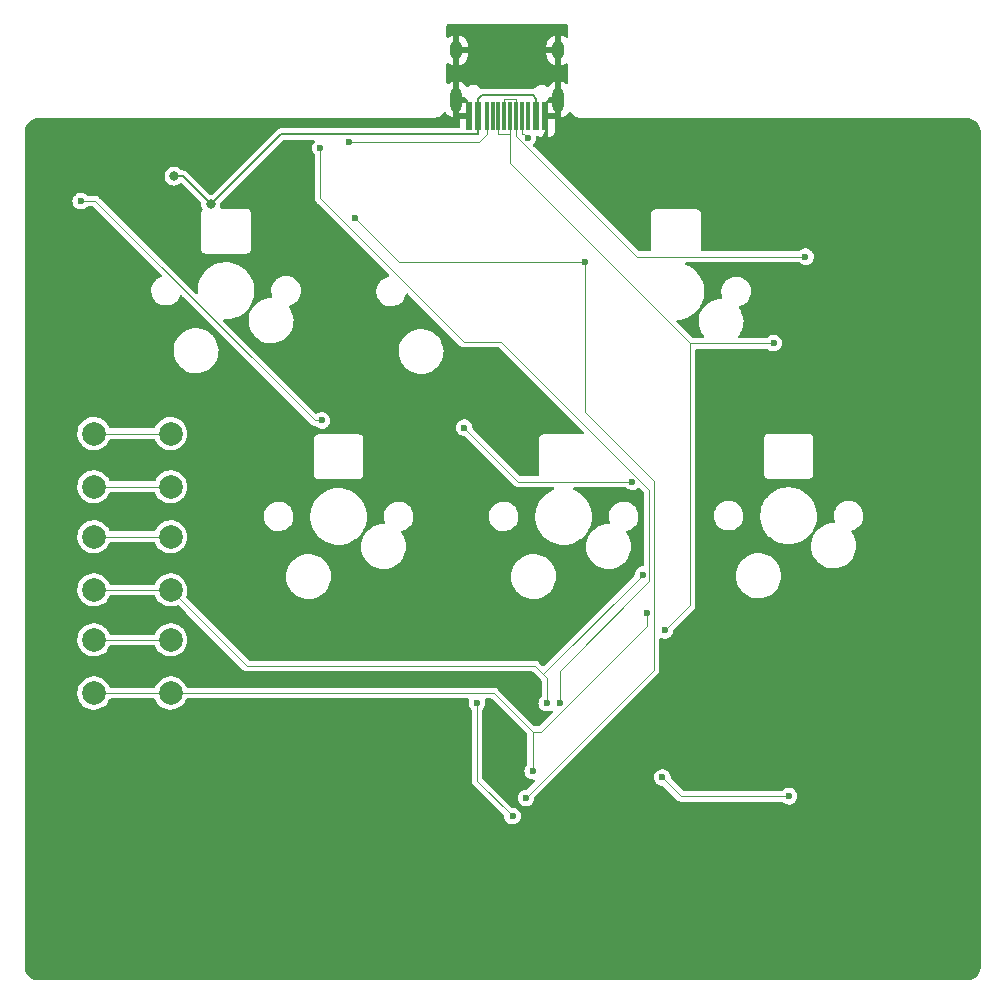
<source format=gbr>
%TF.GenerationSoftware,KiCad,Pcbnew,(6.0.5)*%
%TF.CreationDate,2022-05-27T23:08:29+07:00*%
%TF.ProjectId,atelier-alter,6174656c-6965-4722-9d61-6c7465722e6b,rev?*%
%TF.SameCoordinates,Original*%
%TF.FileFunction,Copper,L1,Top*%
%TF.FilePolarity,Positive*%
%FSLAX46Y46*%
G04 Gerber Fmt 4.6, Leading zero omitted, Abs format (unit mm)*
G04 Created by KiCad (PCBNEW (6.0.5)) date 2022-05-27 23:08:29*
%MOMM*%
%LPD*%
G01*
G04 APERTURE LIST*
%TA.AperFunction,ComponentPad*%
%ADD10C,2.000000*%
%TD*%
%TA.AperFunction,SMDPad,CuDef*%
%ADD11R,0.600000X2.450000*%
%TD*%
%TA.AperFunction,SMDPad,CuDef*%
%ADD12R,0.300000X2.450000*%
%TD*%
%TA.AperFunction,ComponentPad*%
%ADD13O,1.000000X2.100000*%
%TD*%
%TA.AperFunction,ComponentPad*%
%ADD14O,1.000000X1.600000*%
%TD*%
%TA.AperFunction,ViaPad*%
%ADD15C,0.800000*%
%TD*%
%TA.AperFunction,ViaPad*%
%ADD16C,0.600000*%
%TD*%
%TA.AperFunction,Conductor*%
%ADD17C,0.150000*%
%TD*%
%TA.AperFunction,Conductor*%
%ADD18C,0.100000*%
%TD*%
G04 APERTURE END LIST*
D10*
%TO.P,SW2,1,1*%
%TO.N,Net-(D32-Pad2)*%
X115812600Y-94587500D03*
X122312600Y-94587500D03*
%TO.P,SW2,2,2*%
%TO.N,COL2*%
X115812600Y-99087500D03*
X122312600Y-99087500D03*
%TD*%
%TO.P,SW3,1,1*%
%TO.N,Net-(D33-Pad2)*%
X115812500Y-103318700D03*
X122312500Y-103318700D03*
%TO.P,SW3,2,2*%
%TO.N,COL3*%
X115812500Y-107818700D03*
X122312500Y-107818700D03*
%TD*%
%TO.P,SW1,1,1*%
%TO.N,Net-(D31-Pad2)*%
X115812500Y-85856200D03*
X122312500Y-85856200D03*
%TO.P,SW1,2,2*%
%TO.N,COL1*%
X115812500Y-90356200D03*
X122312500Y-90356200D03*
%TD*%
D11*
%TO.P,USB1,1,GND*%
%TO.N,GND*%
X154037500Y-58995000D03*
%TO.P,USB1,2,VBUS*%
%TO.N,+5V*%
X153262500Y-58995000D03*
D12*
%TO.P,USB1,3,SBU2*%
%TO.N,unconnected-(USB1-Pad3)*%
X152562500Y-58995000D03*
%TO.P,USB1,4,CC1*%
%TO.N,Net-(R4-Pad2)*%
X152062500Y-58995000D03*
%TO.P,USB1,5,DN2*%
%TO.N,D-*%
X151562500Y-58995000D03*
%TO.P,USB1,6,DP1*%
%TO.N,D+*%
X151062500Y-58995000D03*
%TO.P,USB1,7,DN1*%
%TO.N,D-*%
X150562500Y-58995000D03*
%TO.P,USB1,8,DP2*%
%TO.N,D+*%
X150062500Y-58995000D03*
%TO.P,USB1,9,SBU1*%
%TO.N,unconnected-(USB1-Pad9)*%
X149562500Y-58995000D03*
%TO.P,USB1,10,CC2*%
%TO.N,Net-(R5-Pad2)*%
X149062500Y-58995000D03*
D11*
%TO.P,USB1,11,VBUS*%
%TO.N,+5V*%
X148362500Y-58995000D03*
%TO.P,USB1,12,GND*%
%TO.N,GND*%
X147587500Y-58995000D03*
D13*
%TO.P,USB1,13,SHIELD*%
X155132500Y-57580000D03*
D14*
X146492500Y-53400000D03*
D13*
X146492500Y-57580000D03*
D14*
X155132500Y-53400000D03*
%TD*%
D15*
%TO.N,+5V*%
X125700500Y-66434500D03*
X122598900Y-64048000D03*
D16*
%TO.N,ROW1*%
X137937300Y-67610600D03*
X152395000Y-116698800D03*
X157399900Y-71347200D03*
%TO.N,ROW2*%
X161351100Y-89928800D03*
X147162100Y-85353900D03*
%TO.N,COL1*%
X151254900Y-118241700D03*
X148247400Y-108677100D03*
%TO.N,COL2*%
X154159400Y-108677700D03*
X162289000Y-97787200D03*
%TO.N,COL3*%
X152959600Y-114436500D03*
X162654100Y-101006400D03*
%TO.N,D-*%
X176055000Y-70875700D03*
%TO.N,D+*%
X173355000Y-78200500D03*
X164167600Y-102519300D03*
%TO.N,D21*%
X135113100Y-84737800D03*
X114695100Y-66173800D03*
%TO.N,RGB*%
X155275700Y-108669100D03*
X134981700Y-61693900D03*
%TO.N,Net-(C6-Pad2)*%
X163934900Y-114965700D03*
X174659300Y-116557500D03*
%TO.N,Net-(R4-Pad2)*%
X152538000Y-60814400D03*
%TO.N,Net-(R5-Pad2)*%
X137380200Y-61157900D03*
%TD*%
D17*
%TO.N,+5V*%
X148362500Y-58995000D02*
X148362500Y-57494700D01*
X125700500Y-66434500D02*
X131639700Y-60495300D01*
X131639700Y-60495300D02*
X148362500Y-60495300D01*
X122598900Y-64048000D02*
X123314000Y-64048000D01*
X123314000Y-64048000D02*
X125700500Y-66434500D01*
X153262500Y-58995000D02*
X153262500Y-57494700D01*
X148664900Y-57192300D02*
X152960100Y-57192300D01*
X152960100Y-57192300D02*
X153262500Y-57494700D01*
X148362500Y-57494700D02*
X148664900Y-57192300D01*
X148362500Y-58995000D02*
X148362500Y-60495300D01*
D18*
%TO.N,ROW1*%
X141673900Y-71347200D02*
X137937300Y-67610600D01*
X157399900Y-71347200D02*
X141673900Y-71347200D01*
X163234200Y-105859600D02*
X163234200Y-89885500D01*
X157399900Y-84051200D02*
X157399900Y-71347200D01*
X152395000Y-116698800D02*
X163234200Y-105859600D01*
X163234200Y-89885500D02*
X157399900Y-84051200D01*
%TO.N,ROW2*%
X151737000Y-89928800D02*
X161351100Y-89928800D01*
X147162100Y-85353900D02*
X151737000Y-89928800D01*
%TO.N,COL1*%
X115812500Y-90356200D02*
X122312500Y-90356200D01*
X151254900Y-118241700D02*
X148247400Y-115234200D01*
X148247400Y-115234200D02*
X148247400Y-108677100D01*
%TO.N,COL2*%
X153153300Y-105534000D02*
X128759200Y-105534000D01*
X128759200Y-105534000D02*
X123878200Y-100653000D01*
X123878200Y-100653000D02*
X123878100Y-100653000D01*
X154159400Y-108677700D02*
X154159400Y-106540100D01*
X153847800Y-106228400D02*
X153153300Y-105534000D01*
X162289000Y-97787200D02*
X153847800Y-106228400D01*
X123878100Y-100653000D02*
X122312600Y-99087500D01*
X154159400Y-106540100D02*
X153847800Y-106228400D01*
X122312600Y-99087500D02*
X115812600Y-99087500D01*
%TO.N,COL3*%
X152959600Y-111084400D02*
X153675600Y-111084400D01*
X152959600Y-114436500D02*
X152959600Y-111084400D01*
X153675600Y-111084400D02*
X162654100Y-102105900D01*
X152959600Y-111084400D02*
X149693900Y-107818700D01*
X162654100Y-102105900D02*
X162654100Y-101006400D01*
X122312500Y-107818700D02*
X115812500Y-107818700D01*
X149693900Y-107818700D02*
X122312500Y-107818700D01*
%TO.N,D-*%
X150562500Y-58995000D02*
X150562500Y-57519700D01*
X176055000Y-70875700D02*
X161775300Y-70875700D01*
X151562500Y-58995000D02*
X151562500Y-57519700D01*
X161775300Y-70875700D02*
X151562500Y-60662900D01*
X151562500Y-57519700D02*
X150562500Y-57519700D01*
X151562500Y-60662900D02*
X151562500Y-58995000D01*
%TO.N,D+*%
X166279700Y-78200500D02*
X151062500Y-62983300D01*
X166279700Y-78200500D02*
X166279700Y-100407200D01*
X150062500Y-60470300D02*
X151062500Y-60470300D01*
X151062500Y-58995000D02*
X151062500Y-60470300D01*
X166279700Y-100407200D02*
X164167600Y-102519300D01*
X150062500Y-58995000D02*
X150062500Y-60470300D01*
X173355000Y-78200500D02*
X166279700Y-78200500D01*
X151062500Y-62983300D02*
X151062500Y-60470300D01*
%TO.N,D21*%
X114695100Y-66173800D02*
X115937300Y-66173800D01*
X115937300Y-66173800D02*
X134501300Y-84737800D01*
X134501300Y-84737800D02*
X135113100Y-84737800D01*
%TO.N,RGB*%
X134981700Y-61693900D02*
X134981700Y-65943000D01*
X162845000Y-98366600D02*
X155275700Y-105935900D01*
X134981700Y-65943000D02*
X147147800Y-78109100D01*
X155275700Y-105935900D02*
X155275700Y-108669100D01*
X150309700Y-78109100D02*
X162845000Y-90644400D01*
X162845000Y-90644400D02*
X162845000Y-98366600D01*
X147147800Y-78109100D02*
X150309700Y-78109100D01*
%TO.N,Net-(C6-Pad2)*%
X174659300Y-116557500D02*
X165526700Y-116557500D01*
X165526700Y-116557500D02*
X163934900Y-114965700D01*
%TO.N,Net-(R4-Pad2)*%
X152193900Y-60470300D02*
X152062500Y-60470300D01*
X152538000Y-60814400D02*
X152193900Y-60470300D01*
X152062500Y-58995000D02*
X152062500Y-60470300D01*
%TO.N,Net-(R5-Pad2)*%
X137380200Y-61157900D02*
X148374900Y-61157900D01*
X148374900Y-61157900D02*
X149062500Y-60470300D01*
X149062500Y-58995000D02*
X149062500Y-60470300D01*
%TO.N,Net-(D31-Pad2)*%
X122312500Y-85856200D02*
X115812500Y-85856200D01*
%TO.N,Net-(D32-Pad2)*%
X122312600Y-94587500D02*
X115812600Y-94587500D01*
%TO.N,Net-(D33-Pad2)*%
X122312500Y-103318700D02*
X115812500Y-103318700D01*
%TD*%
%TA.AperFunction,Conductor*%
%TO.N,GND*%
G36*
X155910371Y-51220502D02*
G01*
X155956864Y-51274158D01*
X155968250Y-51326500D01*
X155968250Y-52215354D01*
X155948248Y-52283475D01*
X155894592Y-52329968D01*
X155824318Y-52340072D01*
X155761935Y-52312439D01*
X155703644Y-52264216D01*
X155693473Y-52257356D01*
X155530424Y-52169196D01*
X155519119Y-52164444D01*
X155403808Y-52128750D01*
X155389705Y-52128544D01*
X155386500Y-52135299D01*
X155386500Y-54657924D01*
X155390473Y-54671455D01*
X155398268Y-54672575D01*
X155506021Y-54640862D01*
X155517389Y-54636269D01*
X155681654Y-54550393D01*
X155691915Y-54543679D01*
X155763298Y-54486286D01*
X155828921Y-54459190D01*
X155898775Y-54471874D01*
X155950683Y-54520310D01*
X155968250Y-54584483D01*
X155968250Y-56145354D01*
X155948248Y-56213475D01*
X155894592Y-56259968D01*
X155824318Y-56270072D01*
X155761935Y-56242439D01*
X155703644Y-56194216D01*
X155693473Y-56187356D01*
X155530424Y-56099196D01*
X155519119Y-56094444D01*
X155403808Y-56058750D01*
X155389705Y-56058544D01*
X155386500Y-56065299D01*
X155386500Y-59087924D01*
X155390473Y-59101455D01*
X155398268Y-59102575D01*
X155506021Y-59070862D01*
X155517389Y-59066269D01*
X155681654Y-58980393D01*
X155691915Y-58973679D01*
X155836373Y-58857532D01*
X155845132Y-58848954D01*
X155964278Y-58706961D01*
X155971205Y-58696844D01*
X155986758Y-58668553D01*
X156037103Y-58618494D01*
X156106520Y-58603600D01*
X156172969Y-58628600D01*
X156192578Y-58648541D01*
X156193330Y-58647899D01*
X156315418Y-58790836D01*
X156458362Y-58912914D01*
X156618643Y-59011130D01*
X156711304Y-59049510D01*
X156787745Y-59081172D01*
X156787750Y-59081174D01*
X156792314Y-59083064D01*
X156797121Y-59084218D01*
X156797124Y-59084219D01*
X156913534Y-59112165D01*
X156975100Y-59126945D01*
X157070168Y-59134427D01*
X157141264Y-59140022D01*
X157151085Y-59141185D01*
X157152702Y-59141441D01*
X157152707Y-59141441D01*
X157162500Y-59142992D01*
X157184226Y-59139551D01*
X157203936Y-59138000D01*
X189664826Y-59138000D01*
X189684532Y-59139551D01*
X189686882Y-59139923D01*
X189696468Y-59141441D01*
X189706263Y-59142992D01*
X189716055Y-59141441D01*
X189725975Y-59141441D01*
X189725975Y-59141464D01*
X189742184Y-59140827D01*
X189817034Y-59146715D01*
X189882075Y-59151832D01*
X189901594Y-59154923D01*
X190052383Y-59191120D01*
X190063431Y-59193772D01*
X190082236Y-59199881D01*
X190236003Y-59263569D01*
X190253613Y-59272541D01*
X190342330Y-59326905D01*
X190395526Y-59359502D01*
X190411521Y-59371123D01*
X190538086Y-59479215D01*
X190552062Y-59493190D01*
X190660150Y-59619742D01*
X190671771Y-59635736D01*
X190758738Y-59777648D01*
X190767714Y-59795266D01*
X190831406Y-59949029D01*
X190837517Y-59967834D01*
X190876370Y-60129667D01*
X190879463Y-60149195D01*
X190890456Y-60288869D01*
X190889809Y-60305322D01*
X190889809Y-60315207D01*
X190888258Y-60325000D01*
X190889809Y-60334793D01*
X190891699Y-60346726D01*
X190893250Y-60366436D01*
X190893250Y-130927307D01*
X190891698Y-130947022D01*
X190889809Y-130958943D01*
X190889809Y-130958946D01*
X190888258Y-130968737D01*
X190889808Y-130978528D01*
X190889808Y-130988448D01*
X190889785Y-130988448D01*
X190890421Y-131004662D01*
X190879409Y-131144537D01*
X190876316Y-131164064D01*
X190837460Y-131325898D01*
X190831350Y-131344702D01*
X190767658Y-131498461D01*
X190758682Y-131516077D01*
X190671721Y-131657981D01*
X190660100Y-131673976D01*
X190552026Y-131800514D01*
X190552011Y-131800531D01*
X190538031Y-131814511D01*
X190411476Y-131922600D01*
X190395481Y-131934221D01*
X190253577Y-132021182D01*
X190235961Y-132030158D01*
X190082202Y-132093850D01*
X190063398Y-132099960D01*
X189901564Y-132138816D01*
X189882037Y-132141909D01*
X189742162Y-132152921D01*
X189725948Y-132152285D01*
X189725948Y-132152308D01*
X189716028Y-132152308D01*
X189706237Y-132150758D01*
X189696446Y-132152309D01*
X189696443Y-132152309D01*
X189684522Y-132154198D01*
X189664807Y-132155750D01*
X111166449Y-132155750D01*
X111146730Y-132154197D01*
X111134822Y-132152310D01*
X111134821Y-132152310D01*
X111125026Y-132150758D01*
X111115232Y-132152309D01*
X111105312Y-132152308D01*
X111105312Y-132152285D01*
X111089101Y-132152921D01*
X111046501Y-132149566D01*
X110949214Y-132141903D01*
X110929689Y-132138809D01*
X110767861Y-132099951D01*
X110749059Y-132093842D01*
X110672172Y-132061992D01*
X110595283Y-132030142D01*
X110577671Y-132021167D01*
X110485820Y-131964880D01*
X110435768Y-131934207D01*
X110419775Y-131922589D01*
X110293209Y-131814493D01*
X110279230Y-131800514D01*
X110171137Y-131673959D01*
X110159516Y-131657965D01*
X110116032Y-131587013D01*
X110072545Y-131516054D01*
X110063575Y-131498452D01*
X109999870Y-131344680D01*
X109993761Y-131325882D01*
X109954895Y-131164042D01*
X109951801Y-131144516D01*
X109940797Y-131004844D01*
X109941443Y-130988365D01*
X109941442Y-130978506D01*
X109942992Y-130968712D01*
X109939553Y-130947012D01*
X109938000Y-130927290D01*
X109938000Y-107784365D01*
X114407619Y-107784365D01*
X114420876Y-108014280D01*
X114422013Y-108019326D01*
X114422014Y-108019332D01*
X114436538Y-108083779D01*
X114471506Y-108238942D01*
X114473448Y-108243724D01*
X114473449Y-108243728D01*
X114542237Y-108413132D01*
X114558149Y-108452318D01*
X114678479Y-108648678D01*
X114829263Y-108822748D01*
X115006453Y-108969854D01*
X115205290Y-109086045D01*
X115420434Y-109168201D01*
X115425500Y-109169232D01*
X115425501Y-109169232D01*
X115526197Y-109189718D01*
X115646107Y-109214114D01*
X115775852Y-109218872D01*
X115871085Y-109222364D01*
X115871089Y-109222364D01*
X115876249Y-109222553D01*
X115881369Y-109221897D01*
X115881371Y-109221897D01*
X115950772Y-109213007D01*
X116104678Y-109193291D01*
X116109626Y-109191806D01*
X116109633Y-109191805D01*
X116320311Y-109128598D01*
X116320310Y-109128598D01*
X116325261Y-109127113D01*
X116532074Y-109025796D01*
X116719562Y-108892063D01*
X116882690Y-108729503D01*
X116919799Y-108677861D01*
X117014059Y-108546683D01*
X117017077Y-108542483D01*
X117117461Y-108339372D01*
X117165574Y-108287166D01*
X117230417Y-108269200D01*
X120898964Y-108269200D01*
X120967085Y-108289202D01*
X121015706Y-108347795D01*
X121033890Y-108392575D01*
X121058149Y-108452318D01*
X121178479Y-108648678D01*
X121329263Y-108822748D01*
X121506453Y-108969854D01*
X121705290Y-109086045D01*
X121920434Y-109168201D01*
X121925500Y-109169232D01*
X121925501Y-109169232D01*
X122026197Y-109189718D01*
X122146107Y-109214114D01*
X122275852Y-109218872D01*
X122371085Y-109222364D01*
X122371089Y-109222364D01*
X122376249Y-109222553D01*
X122381369Y-109221897D01*
X122381371Y-109221897D01*
X122450772Y-109213007D01*
X122604678Y-109193291D01*
X122609626Y-109191806D01*
X122609633Y-109191805D01*
X122820311Y-109128598D01*
X122820310Y-109128598D01*
X122825261Y-109127113D01*
X123032074Y-109025796D01*
X123219562Y-108892063D01*
X123382690Y-108729503D01*
X123419799Y-108677861D01*
X123514059Y-108546683D01*
X123517077Y-108542483D01*
X123617461Y-108339372D01*
X123665574Y-108287166D01*
X123730417Y-108269200D01*
X147470175Y-108269200D01*
X147538296Y-108289202D01*
X147584789Y-108342858D01*
X147594893Y-108413132D01*
X147587568Y-108440970D01*
X147563924Y-108501613D01*
X147562932Y-108509146D01*
X147562932Y-108509147D01*
X147557991Y-108546683D01*
X147541794Y-108669711D01*
X147560399Y-108838235D01*
X147581195Y-108895061D01*
X147607356Y-108966549D01*
X147618666Y-108997456D01*
X147622902Y-109003759D01*
X147622902Y-109003760D01*
X147635691Y-109022792D01*
X147713230Y-109138183D01*
X147718846Y-109143293D01*
X147755700Y-109176828D01*
X147792622Y-109237468D01*
X147796900Y-109270021D01*
X147796900Y-115199980D01*
X147796027Y-115214789D01*
X147792036Y-115248510D01*
X147793728Y-115257774D01*
X147793728Y-115257775D01*
X147802572Y-115306201D01*
X147803222Y-115310104D01*
X147811951Y-115368162D01*
X147815079Y-115374675D01*
X147816375Y-115381773D01*
X147843425Y-115433847D01*
X147845168Y-115437337D01*
X147870591Y-115490279D01*
X147875477Y-115495565D01*
X147875510Y-115495613D01*
X147878821Y-115501988D01*
X147883125Y-115507028D01*
X147920352Y-115544255D01*
X147923781Y-115547820D01*
X147962546Y-115589756D01*
X147968905Y-115593449D01*
X147975063Y-115598966D01*
X150513378Y-118137281D01*
X150547404Y-118199593D01*
X150550227Y-118227221D01*
X150549294Y-118234311D01*
X150567899Y-118402835D01*
X150626166Y-118562056D01*
X150630402Y-118568359D01*
X150630402Y-118568360D01*
X150643474Y-118587813D01*
X150720730Y-118702783D01*
X150726342Y-118707890D01*
X150726345Y-118707893D01*
X150840512Y-118811777D01*
X150840516Y-118811780D01*
X150846133Y-118816891D01*
X150852806Y-118820514D01*
X150852810Y-118820517D01*
X150988458Y-118894167D01*
X150988460Y-118894168D01*
X150995135Y-118897792D01*
X151002484Y-118899720D01*
X151151783Y-118938888D01*
X151151785Y-118938888D01*
X151159133Y-118940816D01*
X151245509Y-118942173D01*
X151321061Y-118943360D01*
X151321064Y-118943360D01*
X151328660Y-118943479D01*
X151336065Y-118941783D01*
X151336066Y-118941783D01*
X151396486Y-118927945D01*
X151493929Y-118905628D01*
X151645398Y-118829447D01*
X151774323Y-118719334D01*
X151873261Y-118581647D01*
X151881137Y-118562056D01*
X151933666Y-118431387D01*
X151933667Y-118431385D01*
X151936501Y-118424334D01*
X151960390Y-118256478D01*
X151960545Y-118241700D01*
X151940176Y-118073380D01*
X151880245Y-117914777D01*
X151784212Y-117775049D01*
X151778541Y-117769996D01*
X151663292Y-117667312D01*
X151663288Y-117667310D01*
X151657621Y-117662260D01*
X151507781Y-117582924D01*
X151343341Y-117541619D01*
X151335743Y-117541579D01*
X151335741Y-117541579D01*
X151242928Y-117541093D01*
X151174913Y-117520735D01*
X151154493Y-117504190D01*
X148734805Y-115084502D01*
X148700779Y-115022190D01*
X148697900Y-114995407D01*
X148697900Y-109271687D01*
X148717902Y-109203566D01*
X148742069Y-109175876D01*
X148761051Y-109159664D01*
X148761052Y-109159663D01*
X148766823Y-109154734D01*
X148865761Y-109017047D01*
X148871102Y-109003760D01*
X148926166Y-108866787D01*
X148926167Y-108866785D01*
X148929001Y-108859734D01*
X148952890Y-108691878D01*
X148953045Y-108677100D01*
X148952224Y-108670311D01*
X148948404Y-108638753D01*
X148932676Y-108508780D01*
X148906587Y-108439737D01*
X148901219Y-108368945D01*
X148934976Y-108306487D01*
X148997142Y-108272195D01*
X149024453Y-108269200D01*
X149455107Y-108269200D01*
X149523228Y-108289202D01*
X149544202Y-108306105D01*
X152472195Y-111234098D01*
X152506221Y-111296410D01*
X152509100Y-111323193D01*
X152509100Y-113842579D01*
X152489098Y-113910700D01*
X152465929Y-113937528D01*
X152435204Y-113964331D01*
X152337713Y-114103047D01*
X152276124Y-114261013D01*
X152275132Y-114268546D01*
X152275132Y-114268547D01*
X152260645Y-114378592D01*
X152253994Y-114429111D01*
X152272599Y-114597635D01*
X152330866Y-114756856D01*
X152335102Y-114763159D01*
X152335102Y-114763160D01*
X152348524Y-114783134D01*
X152425430Y-114897583D01*
X152431042Y-114902690D01*
X152431045Y-114902693D01*
X152545212Y-115006577D01*
X152545216Y-115006580D01*
X152550833Y-115011691D01*
X152557506Y-115015314D01*
X152557510Y-115015317D01*
X152693158Y-115088967D01*
X152693160Y-115088968D01*
X152699835Y-115092592D01*
X152707184Y-115094520D01*
X152856483Y-115133688D01*
X152856485Y-115133688D01*
X152863833Y-115135616D01*
X153005222Y-115137837D01*
X153016488Y-115138014D01*
X153084286Y-115159083D01*
X153129931Y-115213462D01*
X153138929Y-115283886D01*
X153103604Y-115353093D01*
X152495289Y-115961408D01*
X152432977Y-115995434D01*
X152405536Y-115998311D01*
X152313895Y-115997831D01*
X152306508Y-115999605D01*
X152306504Y-115999605D01*
X152163162Y-116034020D01*
X152149032Y-116037412D01*
X152142288Y-116040893D01*
X152142285Y-116040894D01*
X152033373Y-116097108D01*
X151998369Y-116115175D01*
X151870604Y-116226631D01*
X151773113Y-116365347D01*
X151711524Y-116523313D01*
X151710532Y-116530846D01*
X151710532Y-116530847D01*
X151696471Y-116637657D01*
X151689394Y-116691411D01*
X151707999Y-116859935D01*
X151718448Y-116888487D01*
X151762904Y-117009968D01*
X151766266Y-117019156D01*
X151770502Y-117025459D01*
X151770502Y-117025460D01*
X151780815Y-117040807D01*
X151860830Y-117159883D01*
X151866442Y-117164990D01*
X151866445Y-117164993D01*
X151980612Y-117268877D01*
X151980616Y-117268880D01*
X151986233Y-117273991D01*
X151992906Y-117277614D01*
X151992910Y-117277617D01*
X152128558Y-117351267D01*
X152128560Y-117351268D01*
X152135235Y-117354892D01*
X152142584Y-117356820D01*
X152291883Y-117395988D01*
X152291885Y-117395988D01*
X152299233Y-117397916D01*
X152385609Y-117399273D01*
X152461161Y-117400460D01*
X152461164Y-117400460D01*
X152468760Y-117400579D01*
X152476165Y-117398883D01*
X152476166Y-117398883D01*
X152536586Y-117385045D01*
X152634029Y-117362728D01*
X152785498Y-117286547D01*
X152914423Y-117176434D01*
X153013361Y-117038747D01*
X153021467Y-117018583D01*
X153073766Y-116888487D01*
X153073767Y-116888485D01*
X153076601Y-116881434D01*
X153100490Y-116713578D01*
X153100645Y-116698800D01*
X153100148Y-116694694D01*
X153099922Y-116690589D01*
X153102000Y-116690475D01*
X153112195Y-116628687D01*
X153136604Y-116594299D01*
X154772592Y-114958311D01*
X163229294Y-114958311D01*
X163247899Y-115126835D01*
X163277387Y-115207413D01*
X163295817Y-115257775D01*
X163306166Y-115286056D01*
X163400730Y-115426783D01*
X163406342Y-115431890D01*
X163406345Y-115431893D01*
X163520512Y-115535777D01*
X163520516Y-115535780D01*
X163526133Y-115540891D01*
X163532806Y-115544514D01*
X163532810Y-115544517D01*
X163668458Y-115618167D01*
X163668460Y-115618168D01*
X163675135Y-115621792D01*
X163682484Y-115623720D01*
X163831783Y-115662888D01*
X163831785Y-115662888D01*
X163839133Y-115664816D01*
X163948403Y-115666532D01*
X164016200Y-115687601D01*
X164035518Y-115703421D01*
X165183947Y-116851850D01*
X165193801Y-116862939D01*
X165202449Y-116873908D01*
X165214828Y-116889610D01*
X165222575Y-116894965D01*
X165222577Y-116894966D01*
X165263075Y-116922955D01*
X165266287Y-116925250D01*
X165313516Y-116960134D01*
X165320332Y-116962527D01*
X165326269Y-116966631D01*
X165335249Y-116969471D01*
X165335251Y-116969472D01*
X165355417Y-116975850D01*
X165382219Y-116984326D01*
X165385950Y-116985571D01*
X165432437Y-117001896D01*
X165432439Y-117001896D01*
X165441331Y-117005019D01*
X165448519Y-117005301D01*
X165448578Y-117005312D01*
X165455430Y-117007480D01*
X165462037Y-117008000D01*
X165514716Y-117008000D01*
X165519662Y-117008097D01*
X165576694Y-117010338D01*
X165583800Y-117008454D01*
X165592044Y-117008000D01*
X174064754Y-117008000D01*
X174132875Y-117028002D01*
X174149554Y-117040807D01*
X174244912Y-117127577D01*
X174244916Y-117127580D01*
X174250533Y-117132691D01*
X174257206Y-117136314D01*
X174257210Y-117136317D01*
X174392858Y-117209967D01*
X174392860Y-117209968D01*
X174399535Y-117213592D01*
X174406884Y-117215520D01*
X174556183Y-117254688D01*
X174556185Y-117254688D01*
X174563533Y-117256616D01*
X174649909Y-117257973D01*
X174725461Y-117259160D01*
X174725464Y-117259160D01*
X174733060Y-117259279D01*
X174740465Y-117257583D01*
X174740466Y-117257583D01*
X174800886Y-117243745D01*
X174898329Y-117221428D01*
X175049798Y-117145247D01*
X175129013Y-117077590D01*
X175172951Y-117040064D01*
X175172952Y-117040063D01*
X175178723Y-117035134D01*
X175277661Y-116897447D01*
X175280494Y-116890400D01*
X175338066Y-116747187D01*
X175338067Y-116747185D01*
X175340901Y-116740134D01*
X175364790Y-116572278D01*
X175364945Y-116557500D01*
X175344576Y-116389180D01*
X175284645Y-116230577D01*
X175202937Y-116111692D01*
X175192914Y-116097108D01*
X175192913Y-116097107D01*
X175188612Y-116090849D01*
X175171889Y-116075949D01*
X175067692Y-115983112D01*
X175067688Y-115983110D01*
X175062021Y-115978060D01*
X174912181Y-115898724D01*
X174747741Y-115857419D01*
X174740143Y-115857379D01*
X174740141Y-115857379D01*
X174662968Y-115856975D01*
X174578195Y-115856531D01*
X174570808Y-115858305D01*
X174570804Y-115858305D01*
X174427462Y-115892720D01*
X174413332Y-115896112D01*
X174406588Y-115899593D01*
X174406585Y-115899594D01*
X174401389Y-115902276D01*
X174262669Y-115973875D01*
X174256947Y-115978867D01*
X174256945Y-115978868D01*
X174234657Y-115998311D01*
X174152370Y-116070095D01*
X174145659Y-116075949D01*
X174081177Y-116105657D01*
X174062830Y-116107000D01*
X165765493Y-116107000D01*
X165697372Y-116086998D01*
X165676398Y-116070095D01*
X164677282Y-115070979D01*
X164643256Y-115008667D01*
X164641228Y-114980487D01*
X164640390Y-114980478D01*
X164640502Y-114969835D01*
X164640502Y-114969829D01*
X164640545Y-114965700D01*
X164638740Y-114950780D01*
X164632302Y-114897583D01*
X164620176Y-114797380D01*
X164560245Y-114638777D01*
X164543941Y-114615054D01*
X164468514Y-114505308D01*
X164468513Y-114505307D01*
X164464212Y-114499049D01*
X164415185Y-114455367D01*
X164343292Y-114391312D01*
X164343288Y-114391310D01*
X164337621Y-114386260D01*
X164187781Y-114306924D01*
X164023341Y-114265619D01*
X164015743Y-114265579D01*
X164015741Y-114265579D01*
X163938568Y-114265175D01*
X163853795Y-114264731D01*
X163846408Y-114266505D01*
X163846404Y-114266505D01*
X163703062Y-114300920D01*
X163688932Y-114304312D01*
X163682188Y-114307793D01*
X163682185Y-114307794D01*
X163676989Y-114310476D01*
X163538269Y-114382075D01*
X163410504Y-114493531D01*
X163406137Y-114499745D01*
X163337339Y-114597635D01*
X163313013Y-114632247D01*
X163251424Y-114790213D01*
X163250432Y-114797746D01*
X163250432Y-114797747D01*
X163235110Y-114914134D01*
X163229294Y-114958311D01*
X154772592Y-114958311D01*
X163528550Y-106202353D01*
X163539639Y-106192499D01*
X163558911Y-106177306D01*
X163558915Y-106177302D01*
X163566310Y-106171472D01*
X163571664Y-106163725D01*
X163571668Y-106163721D01*
X163599677Y-106123196D01*
X163601958Y-106120002D01*
X163636835Y-106072783D01*
X163639229Y-106065966D01*
X163643331Y-106060031D01*
X163661012Y-106004125D01*
X163662260Y-106000385D01*
X163678600Y-105953855D01*
X163678601Y-105953852D01*
X163681720Y-105944969D01*
X163682003Y-105937784D01*
X163682017Y-105937711D01*
X163684180Y-105930870D01*
X163684700Y-105924263D01*
X163684700Y-105871609D01*
X163684797Y-105866662D01*
X163684819Y-105866110D01*
X163687039Y-105809606D01*
X163685154Y-105802497D01*
X163684700Y-105794248D01*
X163684700Y-103266027D01*
X163704702Y-103197906D01*
X163758358Y-103151413D01*
X163828632Y-103141309D01*
X163870821Y-103155296D01*
X163901154Y-103171765D01*
X163901157Y-103171766D01*
X163907835Y-103175392D01*
X163915184Y-103177320D01*
X164064483Y-103216488D01*
X164064485Y-103216488D01*
X164071833Y-103218416D01*
X164158209Y-103219773D01*
X164233761Y-103220960D01*
X164233764Y-103220960D01*
X164241360Y-103221079D01*
X164248765Y-103219383D01*
X164248766Y-103219383D01*
X164342540Y-103197906D01*
X164406629Y-103183228D01*
X164558098Y-103107047D01*
X164637313Y-103039390D01*
X164681251Y-103001864D01*
X164681252Y-103001863D01*
X164687023Y-102996934D01*
X164785961Y-102859247D01*
X164798322Y-102828498D01*
X164846366Y-102708987D01*
X164846367Y-102708985D01*
X164849201Y-102701934D01*
X164873090Y-102534078D01*
X164873245Y-102519300D01*
X164872748Y-102515194D01*
X164872522Y-102511089D01*
X164874600Y-102510975D01*
X164884795Y-102449187D01*
X164909204Y-102414799D01*
X166574050Y-100749953D01*
X166585139Y-100740099D01*
X166604409Y-100724907D01*
X166604411Y-100724905D01*
X166611810Y-100719072D01*
X166645162Y-100670815D01*
X166647457Y-100667603D01*
X166676740Y-100627958D01*
X166676741Y-100627957D01*
X166682334Y-100620384D01*
X166684727Y-100613568D01*
X166688831Y-100607631D01*
X166706526Y-100551681D01*
X166707771Y-100547950D01*
X166724096Y-100501463D01*
X166724096Y-100501461D01*
X166727219Y-100492569D01*
X166727501Y-100485381D01*
X166727512Y-100485322D01*
X166729680Y-100478470D01*
X166730200Y-100471863D01*
X166730200Y-100419184D01*
X166730297Y-100414237D01*
X166732168Y-100366618D01*
X166732538Y-100357206D01*
X166730654Y-100350100D01*
X166730200Y-100341856D01*
X166730200Y-97929433D01*
X170179906Y-97929433D01*
X170206102Y-98203992D01*
X170207187Y-98208426D01*
X170207188Y-98208432D01*
X170260956Y-98428161D01*
X170271657Y-98471894D01*
X170375199Y-98727526D01*
X170377500Y-98731456D01*
X170377503Y-98731462D01*
X170512255Y-98961603D01*
X170512260Y-98961610D01*
X170514558Y-98965535D01*
X170517405Y-98969095D01*
X170635028Y-99116174D01*
X170686816Y-99180932D01*
X170690157Y-99184053D01*
X170796165Y-99283080D01*
X170888364Y-99369208D01*
X171114979Y-99526416D01*
X171119055Y-99528444D01*
X171119057Y-99528445D01*
X171357827Y-99647232D01*
X171357830Y-99647233D01*
X171361914Y-99649265D01*
X171623998Y-99735180D01*
X171628489Y-99735960D01*
X171628490Y-99735960D01*
X171891957Y-99781706D01*
X171891965Y-99781707D01*
X171895738Y-99782362D01*
X171899575Y-99782553D01*
X171981305Y-99786622D01*
X171981313Y-99786622D01*
X171982876Y-99786700D01*
X172155070Y-99786700D01*
X172157338Y-99786535D01*
X172157350Y-99786535D01*
X172304636Y-99775848D01*
X172360083Y-99771825D01*
X172364538Y-99770841D01*
X172364541Y-99770841D01*
X172624947Y-99713348D01*
X172624950Y-99713347D01*
X172629403Y-99712364D01*
X172887319Y-99614649D01*
X172913925Y-99599871D01*
X173124435Y-99482943D01*
X173124436Y-99482942D01*
X173128428Y-99480725D01*
X173347678Y-99313398D01*
X173382369Y-99277911D01*
X173537283Y-99119442D01*
X173537287Y-99119437D01*
X173540477Y-99116174D01*
X173563790Y-99084146D01*
X173700100Y-98896876D01*
X173700102Y-98896873D01*
X173702787Y-98893184D01*
X173831206Y-98649099D01*
X173923045Y-98389032D01*
X173959689Y-98203116D01*
X173975499Y-98122904D01*
X173975500Y-98122898D01*
X173976380Y-98118432D01*
X173982678Y-97991933D01*
X173989867Y-97847536D01*
X173989867Y-97847530D01*
X173990094Y-97842967D01*
X173963898Y-97568408D01*
X173934320Y-97447530D01*
X173899429Y-97304944D01*
X173898343Y-97300506D01*
X173794801Y-97044874D01*
X173792500Y-97040944D01*
X173792497Y-97040938D01*
X173657745Y-96810797D01*
X173657740Y-96810790D01*
X173655442Y-96806865D01*
X173652595Y-96803305D01*
X173486036Y-96595034D01*
X173486035Y-96595033D01*
X173483184Y-96591468D01*
X173466812Y-96576174D01*
X173284972Y-96406308D01*
X173284969Y-96406306D01*
X173281636Y-96403192D01*
X173055021Y-96245984D01*
X173050943Y-96243955D01*
X172812173Y-96125168D01*
X172812170Y-96125167D01*
X172808086Y-96123135D01*
X172546002Y-96037220D01*
X172541510Y-96036440D01*
X172278043Y-95990694D01*
X172278035Y-95990693D01*
X172274262Y-95990038D01*
X172264029Y-95989529D01*
X172188695Y-95985778D01*
X172188687Y-95985778D01*
X172187124Y-95985700D01*
X172014930Y-95985700D01*
X172012662Y-95985865D01*
X172012650Y-95985865D01*
X171878397Y-95995606D01*
X171809917Y-96000575D01*
X171805462Y-96001559D01*
X171805459Y-96001559D01*
X171545053Y-96059052D01*
X171545050Y-96059053D01*
X171540597Y-96060036D01*
X171282681Y-96157751D01*
X171278694Y-96159965D01*
X171278693Y-96159966D01*
X171166172Y-96222466D01*
X171041572Y-96291675D01*
X170822322Y-96459002D01*
X170819129Y-96462268D01*
X170819127Y-96462270D01*
X170632717Y-96652958D01*
X170632713Y-96652963D01*
X170629523Y-96656226D01*
X170626836Y-96659918D01*
X170626834Y-96659920D01*
X170476975Y-96865805D01*
X170467213Y-96879216D01*
X170338794Y-97123301D01*
X170246955Y-97383368D01*
X170246075Y-97387834D01*
X170203344Y-97604634D01*
X170193620Y-97653968D01*
X170193393Y-97658522D01*
X170193393Y-97658524D01*
X170180366Y-97920197D01*
X170179906Y-97929433D01*
X166730200Y-97929433D01*
X166730200Y-95389433D01*
X176529906Y-95389433D01*
X176556102Y-95663992D01*
X176557187Y-95668426D01*
X176557188Y-95668432D01*
X176613216Y-95897398D01*
X176621657Y-95931894D01*
X176725199Y-96187526D01*
X176727500Y-96191456D01*
X176727503Y-96191462D01*
X176862255Y-96421603D01*
X176862260Y-96421610D01*
X176864558Y-96425535D01*
X176867405Y-96429095D01*
X176994763Y-96588347D01*
X177036816Y-96640932D01*
X177040157Y-96644053D01*
X177116596Y-96715458D01*
X177238364Y-96829208D01*
X177464979Y-96986416D01*
X177469055Y-96988444D01*
X177469057Y-96988445D01*
X177707827Y-97107232D01*
X177707830Y-97107233D01*
X177711914Y-97109265D01*
X177973998Y-97195180D01*
X177978489Y-97195960D01*
X177978490Y-97195960D01*
X178241957Y-97241706D01*
X178241965Y-97241707D01*
X178245738Y-97242362D01*
X178249575Y-97242553D01*
X178331305Y-97246622D01*
X178331313Y-97246622D01*
X178332876Y-97246700D01*
X178505070Y-97246700D01*
X178507338Y-97246535D01*
X178507350Y-97246535D01*
X178654636Y-97235848D01*
X178710083Y-97231825D01*
X178714538Y-97230841D01*
X178714541Y-97230841D01*
X178974947Y-97173348D01*
X178974950Y-97173347D01*
X178979403Y-97172364D01*
X179237319Y-97074649D01*
X179279995Y-97050945D01*
X179474435Y-96942943D01*
X179474436Y-96942942D01*
X179478428Y-96940725D01*
X179697678Y-96773398D01*
X179700873Y-96770130D01*
X179887283Y-96579442D01*
X179887287Y-96579437D01*
X179890477Y-96576174D01*
X179930272Y-96521502D01*
X180050100Y-96356876D01*
X180050102Y-96356873D01*
X180052787Y-96353184D01*
X180181206Y-96109099D01*
X180273045Y-95849032D01*
X180310133Y-95660863D01*
X180325499Y-95582904D01*
X180325500Y-95582898D01*
X180326380Y-95578432D01*
X180332678Y-95451933D01*
X180339867Y-95307536D01*
X180339867Y-95307530D01*
X180340094Y-95302967D01*
X180313898Y-95028408D01*
X180311651Y-95019223D01*
X180249429Y-94764944D01*
X180248343Y-94760506D01*
X180144801Y-94504874D01*
X180142500Y-94500944D01*
X180142497Y-94500938D01*
X180007745Y-94270797D01*
X180007740Y-94270790D01*
X180005442Y-94266865D01*
X179963502Y-94214422D01*
X179936578Y-94148729D01*
X179949443Y-94078908D01*
X179998015Y-94027126D01*
X180028654Y-94014194D01*
X180142651Y-93983008D01*
X180147709Y-93980596D01*
X180147713Y-93980594D01*
X180264462Y-93924907D01*
X180344129Y-93886908D01*
X180525405Y-93756648D01*
X180607771Y-93671653D01*
X180676846Y-93600374D01*
X180676848Y-93600371D01*
X180680749Y-93596346D01*
X180805250Y-93411068D01*
X180809473Y-93401449D01*
X180856465Y-93294396D01*
X180894974Y-93206671D01*
X180896282Y-93201223D01*
X180896284Y-93201217D01*
X180945775Y-92995072D01*
X180945775Y-92995071D01*
X180947085Y-92989615D01*
X180956007Y-92834869D01*
X180959611Y-92772369D01*
X180959611Y-92772366D01*
X180959934Y-92766762D01*
X180933117Y-92545156D01*
X180867481Y-92331800D01*
X180765099Y-92133441D01*
X180761690Y-92128999D01*
X180761688Y-92128995D01*
X180632620Y-91960790D01*
X180629210Y-91956346D01*
X180464107Y-91806114D01*
X180275010Y-91687493D01*
X180067895Y-91604234D01*
X180062407Y-91603097D01*
X180062402Y-91603096D01*
X179881209Y-91565573D01*
X179849310Y-91558967D01*
X179844697Y-91558701D01*
X179794474Y-91555805D01*
X179794470Y-91555805D01*
X179792651Y-91555700D01*
X179648370Y-91555700D01*
X179645583Y-91555949D01*
X179645577Y-91555949D01*
X179576003Y-91562159D01*
X179482661Y-91570489D01*
X179477247Y-91571970D01*
X179477242Y-91571971D01*
X179363470Y-91603096D01*
X179267349Y-91629392D01*
X179262291Y-91631804D01*
X179262287Y-91631806D01*
X179190393Y-91666098D01*
X179065871Y-91725492D01*
X178884595Y-91855752D01*
X178880688Y-91859784D01*
X178737910Y-92007119D01*
X178729251Y-92016054D01*
X178604750Y-92201332D01*
X178515026Y-92405729D01*
X178513718Y-92411177D01*
X178513716Y-92411183D01*
X178469162Y-92596764D01*
X178462915Y-92622785D01*
X178462592Y-92628390D01*
X178451332Y-92823685D01*
X178450066Y-92845638D01*
X178476883Y-93067244D01*
X178521259Y-93211491D01*
X178542519Y-93280600D01*
X178540519Y-93281215D01*
X178546805Y-93342721D01*
X178514694Y-93406040D01*
X178453447Y-93441948D01*
X178422926Y-93445700D01*
X178364930Y-93445700D01*
X178362662Y-93445865D01*
X178362650Y-93445865D01*
X178228397Y-93455606D01*
X178159917Y-93460575D01*
X178155462Y-93461559D01*
X178155459Y-93461559D01*
X177895053Y-93519052D01*
X177895050Y-93519053D01*
X177890597Y-93520036D01*
X177632681Y-93617751D01*
X177628694Y-93619965D01*
X177628693Y-93619966D01*
X177437369Y-93726237D01*
X177391572Y-93751675D01*
X177172322Y-93919002D01*
X177169129Y-93922268D01*
X177169127Y-93922270D01*
X176982717Y-94112958D01*
X176982713Y-94112963D01*
X176979523Y-94116226D01*
X176976836Y-94119918D01*
X176976834Y-94119920D01*
X176826975Y-94325805D01*
X176817213Y-94339216D01*
X176688794Y-94583301D01*
X176596955Y-94843368D01*
X176584636Y-94905868D01*
X176546016Y-95101814D01*
X176543620Y-95113968D01*
X176543393Y-95118522D01*
X176543393Y-95118524D01*
X176530872Y-95370036D01*
X176529906Y-95389433D01*
X166730200Y-95389433D01*
X166730200Y-92845638D01*
X168290066Y-92845638D01*
X168316883Y-93067244D01*
X168382519Y-93280600D01*
X168385095Y-93285590D01*
X168385095Y-93285591D01*
X168447202Y-93405920D01*
X168484901Y-93478959D01*
X168488310Y-93483401D01*
X168488312Y-93483405D01*
X168574975Y-93596346D01*
X168620790Y-93656054D01*
X168785893Y-93806286D01*
X168974990Y-93924907D01*
X169182105Y-94008166D01*
X169187593Y-94009303D01*
X169187598Y-94009304D01*
X169337896Y-94040429D01*
X169400690Y-94053433D01*
X169405303Y-94053699D01*
X169455526Y-94056595D01*
X169455530Y-94056595D01*
X169457349Y-94056700D01*
X169601630Y-94056700D01*
X169604417Y-94056451D01*
X169604423Y-94056451D01*
X169673997Y-94050241D01*
X169767339Y-94041911D01*
X169772753Y-94040430D01*
X169772758Y-94040429D01*
X169958920Y-93989500D01*
X169982651Y-93983008D01*
X169987709Y-93980596D01*
X169987713Y-93980594D01*
X170104462Y-93924907D01*
X170184129Y-93886908D01*
X170365405Y-93756648D01*
X170447771Y-93671653D01*
X170516846Y-93600374D01*
X170516848Y-93600371D01*
X170520749Y-93596346D01*
X170645250Y-93411068D01*
X170649473Y-93401449D01*
X170696465Y-93294396D01*
X170734974Y-93206671D01*
X170736282Y-93201223D01*
X170736284Y-93201217D01*
X170785775Y-92995072D01*
X170785775Y-92995071D01*
X170787085Y-92989615D01*
X170796007Y-92834869D01*
X170799611Y-92772369D01*
X170799611Y-92772366D01*
X170799934Y-92766762D01*
X170792517Y-92705471D01*
X172221668Y-92705471D01*
X172221755Y-92709473D01*
X172221755Y-92709480D01*
X172227868Y-92989615D01*
X172228349Y-93011665D01*
X172273883Y-93314530D01*
X172274979Y-93318390D01*
X172274980Y-93318395D01*
X172299830Y-93405920D01*
X172357531Y-93609153D01*
X172477937Y-93890760D01*
X172633149Y-94154785D01*
X172820651Y-94396947D01*
X172823499Y-94399790D01*
X173003291Y-94579268D01*
X173037404Y-94613322D01*
X173040585Y-94615776D01*
X173040586Y-94615777D01*
X173276701Y-94797939D01*
X173276705Y-94797942D01*
X173279894Y-94800402D01*
X173283373Y-94802439D01*
X173460179Y-94905963D01*
X173544189Y-94955153D01*
X173547874Y-94956721D01*
X173547878Y-94956723D01*
X173679029Y-95012528D01*
X173826006Y-95075067D01*
X174120775Y-95158201D01*
X174274404Y-95181024D01*
X174420419Y-95202716D01*
X174420421Y-95202716D01*
X174423718Y-95203206D01*
X174427049Y-95203346D01*
X174427053Y-95203346D01*
X174463737Y-95204883D01*
X174507084Y-95206700D01*
X174702474Y-95206700D01*
X174825915Y-95198826D01*
X174926639Y-95192401D01*
X174926644Y-95192400D01*
X174930647Y-95192145D01*
X174934584Y-95191383D01*
X174934586Y-95191383D01*
X175227401Y-95134730D01*
X175227405Y-95134729D01*
X175231338Y-95133968D01*
X175522200Y-95038056D01*
X175798518Y-94905963D01*
X176055812Y-94739831D01*
X176289910Y-94542352D01*
X176485420Y-94329365D01*
X176494304Y-94319687D01*
X176494306Y-94319685D01*
X176497019Y-94316729D01*
X176532260Y-94266865D01*
X176613914Y-94151326D01*
X176673780Y-94066618D01*
X176817328Y-93796074D01*
X176860144Y-93682466D01*
X176923919Y-93513244D01*
X176923921Y-93513238D01*
X176925336Y-93509483D01*
X176952278Y-93395955D01*
X176995124Y-93215407D01*
X176995125Y-93215402D01*
X176996053Y-93211491D01*
X177028332Y-92906929D01*
X177028237Y-92902531D01*
X177021739Y-92604752D01*
X177021739Y-92604747D01*
X177021651Y-92600735D01*
X176976117Y-92297870D01*
X176892469Y-92003247D01*
X176772063Y-91721640D01*
X176616851Y-91457615D01*
X176429349Y-91215453D01*
X176212596Y-90999078D01*
X176126806Y-90932891D01*
X175973299Y-90814461D01*
X175973295Y-90814458D01*
X175970106Y-90811998D01*
X175793538Y-90708613D01*
X175709275Y-90659275D01*
X175709272Y-90659273D01*
X175705811Y-90657247D01*
X175702126Y-90655679D01*
X175702122Y-90655677D01*
X175515051Y-90576078D01*
X175423994Y-90537333D01*
X175129225Y-90454199D01*
X174884609Y-90417859D01*
X174829581Y-90409684D01*
X174829579Y-90409684D01*
X174826282Y-90409194D01*
X174822951Y-90409054D01*
X174822947Y-90409054D01*
X174786263Y-90407517D01*
X174742916Y-90405700D01*
X174547526Y-90405700D01*
X174424085Y-90413574D01*
X174323361Y-90419999D01*
X174323356Y-90420000D01*
X174319353Y-90420255D01*
X174315416Y-90421017D01*
X174315414Y-90421017D01*
X174022599Y-90477670D01*
X174022595Y-90477671D01*
X174018662Y-90478432D01*
X173727800Y-90574344D01*
X173451482Y-90706437D01*
X173194188Y-90872569D01*
X173191123Y-90875154D01*
X173191121Y-90875156D01*
X173187553Y-90878166D01*
X172960090Y-91070048D01*
X172849907Y-91190081D01*
X172779297Y-91267003D01*
X172752981Y-91295671D01*
X172576220Y-91545782D01*
X172432672Y-91816326D01*
X172431257Y-91820082D01*
X172431256Y-91820083D01*
X172332092Y-92083208D01*
X172324664Y-92102917D01*
X172323735Y-92106832D01*
X172264485Y-92356505D01*
X172253947Y-92400909D01*
X172221668Y-92705471D01*
X170792517Y-92705471D01*
X170773117Y-92545156D01*
X170707481Y-92331800D01*
X170605099Y-92133441D01*
X170601690Y-92128999D01*
X170601688Y-92128995D01*
X170472620Y-91960790D01*
X170469210Y-91956346D01*
X170304107Y-91806114D01*
X170115010Y-91687493D01*
X169907895Y-91604234D01*
X169902407Y-91603097D01*
X169902402Y-91603096D01*
X169721209Y-91565573D01*
X169689310Y-91558967D01*
X169684697Y-91558701D01*
X169634474Y-91555805D01*
X169634470Y-91555805D01*
X169632651Y-91555700D01*
X169488370Y-91555700D01*
X169485583Y-91555949D01*
X169485577Y-91555949D01*
X169416003Y-91562159D01*
X169322661Y-91570489D01*
X169317247Y-91571970D01*
X169317242Y-91571971D01*
X169203470Y-91603096D01*
X169107349Y-91629392D01*
X169102291Y-91631804D01*
X169102287Y-91631806D01*
X169030393Y-91666098D01*
X168905871Y-91725492D01*
X168724595Y-91855752D01*
X168720688Y-91859784D01*
X168577910Y-92007119D01*
X168569251Y-92016054D01*
X168444750Y-92201332D01*
X168355026Y-92405729D01*
X168353718Y-92411177D01*
X168353716Y-92411183D01*
X168309162Y-92596764D01*
X168302915Y-92622785D01*
X168302592Y-92628390D01*
X168291332Y-92823685D01*
X168290066Y-92845638D01*
X166730200Y-92845638D01*
X166730200Y-89256200D01*
X172519508Y-89256200D01*
X172524500Y-89287719D01*
X172539354Y-89381504D01*
X172596950Y-89494542D01*
X172686658Y-89584250D01*
X172799696Y-89641846D01*
X172809485Y-89643396D01*
X172809487Y-89643397D01*
X172915207Y-89660141D01*
X172925000Y-89661692D01*
X172946726Y-89658251D01*
X172966436Y-89656700D01*
X176283564Y-89656700D01*
X176303274Y-89658251D01*
X176325000Y-89661692D01*
X176334793Y-89660141D01*
X176440513Y-89643397D01*
X176440515Y-89643396D01*
X176450304Y-89641846D01*
X176563342Y-89584250D01*
X176653050Y-89494542D01*
X176710646Y-89381504D01*
X176713021Y-89366512D01*
X176725500Y-89287719D01*
X176728941Y-89265993D01*
X176730492Y-89256200D01*
X176727051Y-89234474D01*
X176725500Y-89214764D01*
X176725500Y-86297636D01*
X176727051Y-86277926D01*
X176728941Y-86265993D01*
X176730492Y-86256200D01*
X176714175Y-86153175D01*
X176712197Y-86140687D01*
X176712196Y-86140685D01*
X176710646Y-86130896D01*
X176653050Y-86017858D01*
X176563342Y-85928150D01*
X176450304Y-85870554D01*
X176440515Y-85869004D01*
X176440513Y-85869003D01*
X176356519Y-85855700D01*
X176334793Y-85852259D01*
X176325000Y-85850708D01*
X176315207Y-85852259D01*
X176303274Y-85854149D01*
X176283564Y-85855700D01*
X172966436Y-85855700D01*
X172946726Y-85854149D01*
X172934793Y-85852259D01*
X172925000Y-85850708D01*
X172893481Y-85855700D01*
X172799696Y-85870554D01*
X172686658Y-85928150D01*
X172596950Y-86017858D01*
X172539354Y-86130896D01*
X172537804Y-86140685D01*
X172537803Y-86140687D01*
X172535825Y-86153175D01*
X172519508Y-86256200D01*
X172521059Y-86265993D01*
X172522949Y-86277926D01*
X172524500Y-86297636D01*
X172524500Y-89214764D01*
X172522949Y-89234474D01*
X172519508Y-89256200D01*
X166730200Y-89256200D01*
X166730200Y-78777000D01*
X166750202Y-78708879D01*
X166803858Y-78662386D01*
X166856200Y-78651000D01*
X172760454Y-78651000D01*
X172828575Y-78671002D01*
X172845254Y-78683807D01*
X172940612Y-78770577D01*
X172940616Y-78770580D01*
X172946233Y-78775691D01*
X172952906Y-78779314D01*
X172952910Y-78779317D01*
X173088558Y-78852967D01*
X173088560Y-78852968D01*
X173095235Y-78856592D01*
X173102584Y-78858520D01*
X173251883Y-78897688D01*
X173251885Y-78897688D01*
X173259233Y-78899616D01*
X173345609Y-78900973D01*
X173421161Y-78902160D01*
X173421164Y-78902160D01*
X173428760Y-78902279D01*
X173436165Y-78900583D01*
X173436166Y-78900583D01*
X173508620Y-78883989D01*
X173594029Y-78864428D01*
X173745498Y-78788247D01*
X173824713Y-78720590D01*
X173868651Y-78683064D01*
X173868652Y-78683063D01*
X173874423Y-78678134D01*
X173973361Y-78540447D01*
X173982292Y-78518231D01*
X174033766Y-78390187D01*
X174033767Y-78390185D01*
X174036601Y-78383134D01*
X174054845Y-78254944D01*
X174059909Y-78219362D01*
X174059909Y-78219359D01*
X174060490Y-78215278D01*
X174060645Y-78200500D01*
X174040276Y-78032180D01*
X173980345Y-77873577D01*
X173920085Y-77785898D01*
X173888614Y-77740108D01*
X173888613Y-77740107D01*
X173884312Y-77733849D01*
X173878119Y-77728331D01*
X173763392Y-77626112D01*
X173763388Y-77626110D01*
X173757721Y-77621060D01*
X173738718Y-77610998D01*
X173614644Y-77545305D01*
X173607881Y-77541724D01*
X173443441Y-77500419D01*
X173435843Y-77500379D01*
X173435841Y-77500379D01*
X173358668Y-77499975D01*
X173273895Y-77499531D01*
X173266508Y-77501305D01*
X173266504Y-77501305D01*
X173123162Y-77535720D01*
X173109032Y-77539112D01*
X173102288Y-77542593D01*
X173102285Y-77542594D01*
X172983376Y-77603968D01*
X172958369Y-77616875D01*
X172952647Y-77621867D01*
X172952645Y-77621868D01*
X172902677Y-77665458D01*
X172848070Y-77713095D01*
X172841359Y-77718949D01*
X172776877Y-77748657D01*
X172758530Y-77750000D01*
X170495607Y-77750000D01*
X170427486Y-77729998D01*
X170380993Y-77676342D01*
X170370889Y-77606068D01*
X170393736Y-77549850D01*
X170397066Y-77545276D01*
X170496257Y-77409002D01*
X170525100Y-77369376D01*
X170525102Y-77369373D01*
X170527787Y-77365684D01*
X170656206Y-77121599D01*
X170748045Y-76861532D01*
X170784516Y-76676492D01*
X170800499Y-76595404D01*
X170800500Y-76595398D01*
X170801380Y-76590932D01*
X170804492Y-76528432D01*
X170814867Y-76320036D01*
X170814867Y-76320030D01*
X170815094Y-76315467D01*
X170788898Y-76040908D01*
X170775966Y-75988056D01*
X170724429Y-75777444D01*
X170723343Y-75773006D01*
X170619801Y-75517374D01*
X170617500Y-75513444D01*
X170617497Y-75513438D01*
X170482745Y-75283297D01*
X170482740Y-75283290D01*
X170480442Y-75279365D01*
X170438502Y-75226922D01*
X170411578Y-75161229D01*
X170424443Y-75091408D01*
X170473015Y-75039626D01*
X170503654Y-75026694D01*
X170617651Y-74995508D01*
X170622709Y-74993096D01*
X170622713Y-74993094D01*
X170745582Y-74934488D01*
X170819129Y-74899408D01*
X171000405Y-74769148D01*
X171155749Y-74608846D01*
X171280250Y-74423568D01*
X171286099Y-74410245D01*
X171318150Y-74337230D01*
X171369974Y-74219171D01*
X171371282Y-74213723D01*
X171371284Y-74213717D01*
X171420775Y-74007572D01*
X171420775Y-74007571D01*
X171422085Y-74002115D01*
X171430710Y-73852531D01*
X171434611Y-73784869D01*
X171434611Y-73784866D01*
X171434934Y-73779262D01*
X171408117Y-73557656D01*
X171342481Y-73344300D01*
X171240099Y-73145941D01*
X171236690Y-73141499D01*
X171236688Y-73141495D01*
X171107620Y-72973290D01*
X171104210Y-72968846D01*
X170939107Y-72818614D01*
X170750010Y-72699993D01*
X170542895Y-72616734D01*
X170537407Y-72615597D01*
X170537402Y-72615596D01*
X170362578Y-72579392D01*
X170324310Y-72571467D01*
X170319697Y-72571201D01*
X170269474Y-72568305D01*
X170269470Y-72568305D01*
X170267651Y-72568200D01*
X170123370Y-72568200D01*
X170120583Y-72568449D01*
X170120577Y-72568449D01*
X170051003Y-72574659D01*
X169957661Y-72582989D01*
X169952247Y-72584470D01*
X169952242Y-72584471D01*
X169838470Y-72615596D01*
X169742349Y-72641892D01*
X169737291Y-72644304D01*
X169737287Y-72644306D01*
X169671905Y-72675492D01*
X169540871Y-72737992D01*
X169359595Y-72868252D01*
X169355688Y-72872284D01*
X169212910Y-73019619D01*
X169204251Y-73028554D01*
X169079750Y-73213832D01*
X169077491Y-73218978D01*
X169077490Y-73218980D01*
X169041850Y-73300170D01*
X168990026Y-73418229D01*
X168988718Y-73423677D01*
X168988716Y-73423683D01*
X168954230Y-73567328D01*
X168937915Y-73635285D01*
X168937592Y-73640890D01*
X168928322Y-73801674D01*
X168925066Y-73858138D01*
X168951883Y-74079744D01*
X168996259Y-74223991D01*
X169017519Y-74293100D01*
X169015519Y-74293715D01*
X169021805Y-74355221D01*
X168989694Y-74418540D01*
X168928447Y-74454448D01*
X168897926Y-74458200D01*
X168839930Y-74458200D01*
X168837662Y-74458365D01*
X168837650Y-74458365D01*
X168703397Y-74468106D01*
X168634917Y-74473075D01*
X168630462Y-74474059D01*
X168630459Y-74474059D01*
X168370053Y-74531552D01*
X168370050Y-74531553D01*
X168365597Y-74532536D01*
X168107681Y-74630251D01*
X168103694Y-74632465D01*
X168103693Y-74632466D01*
X167880775Y-74756286D01*
X167866572Y-74764175D01*
X167647322Y-74931502D01*
X167644129Y-74934768D01*
X167644127Y-74934770D01*
X167457717Y-75125458D01*
X167457713Y-75125463D01*
X167454523Y-75128726D01*
X167451836Y-75132418D01*
X167451834Y-75132420D01*
X167306428Y-75332187D01*
X167292213Y-75351716D01*
X167163794Y-75595801D01*
X167071955Y-75855868D01*
X167059618Y-75918463D01*
X167026847Y-76084730D01*
X167018620Y-76126468D01*
X167018393Y-76131022D01*
X167018393Y-76131024D01*
X167006446Y-76371009D01*
X167004906Y-76401933D01*
X167031102Y-76676492D01*
X167096657Y-76944394D01*
X167200199Y-77200026D01*
X167202500Y-77203956D01*
X167202503Y-77203962D01*
X167337255Y-77434103D01*
X167337260Y-77434110D01*
X167339558Y-77438035D01*
X167342405Y-77441595D01*
X167425344Y-77545305D01*
X167452268Y-77610998D01*
X167439402Y-77680819D01*
X167390831Y-77732601D01*
X167326941Y-77750000D01*
X166518494Y-77750000D01*
X166450373Y-77729998D01*
X166429399Y-77713095D01*
X165147108Y-76430804D01*
X165113082Y-76368492D01*
X165118147Y-76297677D01*
X165160694Y-76240841D01*
X165228181Y-76215965D01*
X165319700Y-76210127D01*
X165401639Y-76204901D01*
X165401644Y-76204900D01*
X165405647Y-76204645D01*
X165409584Y-76203883D01*
X165409586Y-76203883D01*
X165702401Y-76147230D01*
X165702405Y-76147229D01*
X165706338Y-76146468D01*
X165997200Y-76050556D01*
X166273518Y-75918463D01*
X166530812Y-75752331D01*
X166764910Y-75554852D01*
X166972019Y-75329229D01*
X167000298Y-75289216D01*
X167088493Y-75164422D01*
X167148780Y-75079118D01*
X167292328Y-74808574D01*
X167314545Y-74749623D01*
X167398919Y-74525744D01*
X167398921Y-74525738D01*
X167400336Y-74521983D01*
X167430265Y-74395865D01*
X167470124Y-74227907D01*
X167470125Y-74227902D01*
X167471053Y-74223991D01*
X167503332Y-73919429D01*
X167502786Y-73894368D01*
X167496739Y-73617252D01*
X167496739Y-73617247D01*
X167496651Y-73613235D01*
X167451117Y-73310370D01*
X167444529Y-73287164D01*
X167385426Y-73078995D01*
X167367469Y-73015747D01*
X167247063Y-72734140D01*
X167091851Y-72470115D01*
X166904349Y-72227953D01*
X166687596Y-72011578D01*
X166606585Y-71949078D01*
X166448299Y-71826961D01*
X166448295Y-71826958D01*
X166445106Y-71824498D01*
X166359919Y-71774619D01*
X166184275Y-71671775D01*
X166184272Y-71671773D01*
X166180811Y-71669747D01*
X166177126Y-71668179D01*
X166177122Y-71668177D01*
X165942021Y-71568141D01*
X165887170Y-71523064D01*
X165865397Y-71455488D01*
X165883614Y-71386869D01*
X165936038Y-71338991D01*
X165991354Y-71326200D01*
X175460454Y-71326200D01*
X175528575Y-71346202D01*
X175545253Y-71359006D01*
X175545998Y-71359684D01*
X175640612Y-71445777D01*
X175640616Y-71445780D01*
X175646233Y-71450891D01*
X175652906Y-71454514D01*
X175652910Y-71454517D01*
X175788558Y-71528167D01*
X175788560Y-71528168D01*
X175795235Y-71531792D01*
X175802584Y-71533720D01*
X175951883Y-71572888D01*
X175951885Y-71572888D01*
X175959233Y-71574816D01*
X176045609Y-71576173D01*
X176121161Y-71577360D01*
X176121164Y-71577360D01*
X176128760Y-71577479D01*
X176136165Y-71575783D01*
X176136166Y-71575783D01*
X176196586Y-71561945D01*
X176294029Y-71539628D01*
X176445498Y-71463447D01*
X176574423Y-71353334D01*
X176673361Y-71215647D01*
X176676194Y-71208600D01*
X176733766Y-71065387D01*
X176733767Y-71065385D01*
X176736601Y-71058334D01*
X176743877Y-71007211D01*
X176759909Y-70894562D01*
X176759909Y-70894559D01*
X176760490Y-70890478D01*
X176760645Y-70875700D01*
X176740276Y-70707380D01*
X176680345Y-70548777D01*
X176645590Y-70498209D01*
X176588614Y-70415308D01*
X176588613Y-70415307D01*
X176584312Y-70409049D01*
X176567426Y-70394004D01*
X176463392Y-70301312D01*
X176463388Y-70301310D01*
X176457721Y-70296260D01*
X176428215Y-70280637D01*
X176346140Y-70237181D01*
X176307881Y-70216924D01*
X176143441Y-70175619D01*
X176135843Y-70175579D01*
X176135841Y-70175579D01*
X176058668Y-70175175D01*
X175973895Y-70174731D01*
X175966508Y-70176505D01*
X175966504Y-70176505D01*
X175842820Y-70206200D01*
X175809032Y-70214312D01*
X175802288Y-70217793D01*
X175802285Y-70217794D01*
X175680384Y-70280712D01*
X175658369Y-70292075D01*
X175548070Y-70388295D01*
X175541359Y-70394149D01*
X175476877Y-70423857D01*
X175458530Y-70425200D01*
X167328232Y-70425200D01*
X167260111Y-70405198D01*
X167213618Y-70351542D01*
X167205002Y-70288411D01*
X167203941Y-70288411D01*
X167203941Y-70280637D01*
X167203784Y-70279487D01*
X167203941Y-70278496D01*
X167203941Y-70278491D01*
X167205492Y-70268700D01*
X167202051Y-70246974D01*
X167200500Y-70227264D01*
X167200500Y-67310136D01*
X167202051Y-67290426D01*
X167203941Y-67278493D01*
X167205492Y-67268700D01*
X167185646Y-67143396D01*
X167128050Y-67030358D01*
X167038342Y-66940650D01*
X166925304Y-66883054D01*
X166915515Y-66881504D01*
X166915513Y-66881503D01*
X166831519Y-66868200D01*
X166809793Y-66864759D01*
X166800000Y-66863208D01*
X166790207Y-66864759D01*
X166778274Y-66866649D01*
X166758564Y-66868200D01*
X163441436Y-66868200D01*
X163421726Y-66866649D01*
X163409793Y-66864759D01*
X163400000Y-66863208D01*
X163368481Y-66868200D01*
X163274696Y-66883054D01*
X163161658Y-66940650D01*
X163071950Y-67030358D01*
X163014354Y-67143396D01*
X162994508Y-67268700D01*
X162996059Y-67278493D01*
X162997949Y-67290426D01*
X162999500Y-67310136D01*
X162999500Y-70227264D01*
X162997949Y-70246974D01*
X162994508Y-70268700D01*
X162996217Y-70279489D01*
X162996059Y-70280712D01*
X162996059Y-70288410D01*
X162995064Y-70288410D01*
X162987118Y-70349900D01*
X162941396Y-70404214D01*
X162871768Y-70425200D01*
X162014093Y-70425200D01*
X161945972Y-70405198D01*
X161924998Y-70388295D01*
X153030464Y-61493761D01*
X152996438Y-61431449D01*
X153001503Y-61360634D01*
X153037726Y-61308857D01*
X153040855Y-61306184D01*
X153057423Y-61292034D01*
X153156361Y-61154347D01*
X153199595Y-61046800D01*
X153216766Y-61004087D01*
X153216767Y-61004085D01*
X153219601Y-60997034D01*
X153233977Y-60896022D01*
X153242909Y-60833262D01*
X153242909Y-60833259D01*
X153243490Y-60829178D01*
X153243645Y-60814400D01*
X153238807Y-60774423D01*
X153237260Y-60761636D01*
X153248933Y-60691606D01*
X153296615Y-60639004D01*
X153362345Y-60620500D01*
X153382787Y-60620500D01*
X153450906Y-60640501D01*
X153458351Y-60645674D01*
X153483851Y-60664786D01*
X153499446Y-60673324D01*
X153619894Y-60718478D01*
X153635149Y-60722105D01*
X153686014Y-60727631D01*
X153692828Y-60728000D01*
X153765385Y-60728000D01*
X153780624Y-60723525D01*
X153781829Y-60722135D01*
X153783500Y-60714452D01*
X153783500Y-60709884D01*
X154291500Y-60709884D01*
X154295975Y-60725123D01*
X154297365Y-60726328D01*
X154305048Y-60727999D01*
X154382169Y-60727999D01*
X154388990Y-60727629D01*
X154439852Y-60722105D01*
X154455104Y-60718479D01*
X154575554Y-60673324D01*
X154591149Y-60664786D01*
X154693224Y-60588285D01*
X154705785Y-60575724D01*
X154782286Y-60473649D01*
X154790824Y-60458054D01*
X154835978Y-60337606D01*
X154839605Y-60322351D01*
X154845131Y-60271486D01*
X154845500Y-60264672D01*
X154845500Y-59267115D01*
X154841025Y-59251876D01*
X154839635Y-59250671D01*
X154831952Y-59249000D01*
X154309615Y-59249000D01*
X154294376Y-59253475D01*
X154293171Y-59254865D01*
X154291500Y-59262548D01*
X154291500Y-60709884D01*
X153783500Y-60709884D01*
X153783500Y-60617582D01*
X153803502Y-60549461D01*
X153820405Y-60528487D01*
X153890550Y-60458342D01*
X153948146Y-60345304D01*
X153951782Y-60322351D01*
X153957084Y-60288869D01*
X153963000Y-60251519D01*
X153962999Y-58866998D01*
X153983001Y-58798879D01*
X154036657Y-58752386D01*
X154088999Y-58741000D01*
X154860385Y-58741000D01*
X154875624Y-58736525D01*
X154876829Y-58735135D01*
X154878500Y-58727452D01*
X154878500Y-57852115D01*
X154874025Y-57836876D01*
X154872635Y-57835671D01*
X154864952Y-57834000D01*
X154249381Y-57834000D01*
X154181260Y-57813998D01*
X154134767Y-57760342D01*
X154124663Y-57690068D01*
X154154157Y-57625488D01*
X154166551Y-57613310D01*
X154171040Y-57610367D01*
X154176068Y-57605059D01*
X154176072Y-57605056D01*
X154282349Y-57492866D01*
X154287385Y-57487550D01*
X154344794Y-57388714D01*
X154396305Y-57339856D01*
X154453748Y-57326000D01*
X154860385Y-57326000D01*
X154875624Y-57321525D01*
X154876829Y-57320135D01*
X154878500Y-57312452D01*
X154878500Y-56072076D01*
X154874527Y-56058545D01*
X154866732Y-56057425D01*
X154758979Y-56089138D01*
X154747611Y-56093731D01*
X154583346Y-56179607D01*
X154573085Y-56186321D01*
X154428627Y-56302468D01*
X154419868Y-56311046D01*
X154307167Y-56445357D01*
X154248057Y-56484684D01*
X154177069Y-56485810D01*
X154129066Y-56460391D01*
X154113359Y-56447047D01*
X154113353Y-56447043D01*
X154107780Y-56442308D01*
X153957111Y-56365373D01*
X153950002Y-56363633D01*
X153949998Y-56363632D01*
X153834608Y-56335396D01*
X153792783Y-56325162D01*
X153787186Y-56324815D01*
X153787181Y-56324814D01*
X153784051Y-56324620D01*
X153784042Y-56324620D01*
X153782112Y-56324500D01*
X153660137Y-56324500D01*
X153571465Y-56334838D01*
X153541735Y-56338304D01*
X153541734Y-56338304D01*
X153534463Y-56339152D01*
X153527586Y-56341648D01*
X153527583Y-56341649D01*
X153462225Y-56365373D01*
X153375439Y-56396875D01*
X153233960Y-56489633D01*
X153117615Y-56612450D01*
X153113939Y-56618779D01*
X153113935Y-56618784D01*
X153093431Y-56654085D01*
X153041920Y-56702944D01*
X152984477Y-56716800D01*
X152982938Y-56716800D01*
X152973601Y-56716454D01*
X152959429Y-56715401D01*
X152927426Y-56713023D01*
X152918650Y-56714896D01*
X152909693Y-56715507D01*
X152909686Y-56715401D01*
X152896433Y-56716800D01*
X148732273Y-56716800D01*
X148721177Y-56715561D01*
X148721129Y-56716159D01*
X148712183Y-56715439D01*
X148703427Y-56713458D01*
X148655136Y-56716454D01*
X148653460Y-56716558D01*
X148645658Y-56716800D01*
X148641821Y-56716800D01*
X148573700Y-56696798D01*
X148540339Y-56665482D01*
X148461047Y-56557736D01*
X148461045Y-56557733D01*
X148456709Y-56551842D01*
X148418022Y-56518975D01*
X148333354Y-56447043D01*
X148333351Y-56447041D01*
X148327780Y-56442308D01*
X148177111Y-56365373D01*
X148170002Y-56363633D01*
X148169998Y-56363632D01*
X148054608Y-56335396D01*
X148012783Y-56325162D01*
X148007186Y-56324815D01*
X148007181Y-56324814D01*
X148004051Y-56324620D01*
X148004042Y-56324620D01*
X148002112Y-56324500D01*
X147880137Y-56324500D01*
X147791465Y-56334838D01*
X147761735Y-56338304D01*
X147761734Y-56338304D01*
X147754463Y-56339152D01*
X147747586Y-56341648D01*
X147747583Y-56341649D01*
X147682225Y-56365373D01*
X147595439Y-56396875D01*
X147540866Y-56432655D01*
X147482864Y-56470682D01*
X147414928Y-56491305D01*
X147346628Y-56471925D01*
X147316136Y-56444946D01*
X147215103Y-56321067D01*
X147206459Y-56312363D01*
X147063644Y-56194216D01*
X147053473Y-56187356D01*
X146890424Y-56099196D01*
X146879119Y-56094444D01*
X146763808Y-56058750D01*
X146749705Y-56058544D01*
X146746500Y-56065299D01*
X146746500Y-57307885D01*
X146750975Y-57323124D01*
X146752365Y-57324329D01*
X146760048Y-57326000D01*
X147168148Y-57326000D01*
X147236269Y-57346002D01*
X147281058Y-57399076D01*
X147281526Y-57398809D01*
X147282971Y-57401342D01*
X147284088Y-57402666D01*
X147288018Y-57411902D01*
X147292357Y-57417798D01*
X147383953Y-57542264D01*
X147383955Y-57542267D01*
X147388291Y-57548158D01*
X147393867Y-57552895D01*
X147463408Y-57611975D01*
X147502372Y-57671324D01*
X147503065Y-57742317D01*
X147465265Y-57802415D01*
X147400975Y-57832537D01*
X147381828Y-57834000D01*
X146764615Y-57834000D01*
X146749376Y-57838475D01*
X146748171Y-57839865D01*
X146746500Y-57847548D01*
X146746500Y-58722885D01*
X146750975Y-58738124D01*
X146752365Y-58739329D01*
X146760048Y-58741000D01*
X147536000Y-58741000D01*
X147604121Y-58761002D01*
X147650614Y-58814658D01*
X147662000Y-58867000D01*
X147662001Y-59123000D01*
X147641999Y-59191120D01*
X147588344Y-59237613D01*
X147536001Y-59249000D01*
X146797616Y-59249000D01*
X146782377Y-59253475D01*
X146781172Y-59254865D01*
X146779501Y-59262548D01*
X146779501Y-59893800D01*
X146759499Y-59961921D01*
X146705843Y-60008414D01*
X146653501Y-60019800D01*
X131707073Y-60019800D01*
X131695977Y-60018561D01*
X131695929Y-60019159D01*
X131686983Y-60018439D01*
X131678227Y-60016458D01*
X131628260Y-60019558D01*
X131620458Y-60019800D01*
X131605555Y-60019800D01*
X131596186Y-60021142D01*
X131586134Y-60022171D01*
X131542283Y-60024892D01*
X131533838Y-60027941D01*
X131527602Y-60029232D01*
X131519851Y-60031165D01*
X131513762Y-60032946D01*
X131504871Y-60034219D01*
X131496695Y-60037936D01*
X131496696Y-60037936D01*
X131464864Y-60052408D01*
X131455499Y-60056220D01*
X131422617Y-60068091D01*
X131422614Y-60068093D01*
X131414170Y-60071141D01*
X131406923Y-60076436D01*
X131401293Y-60079429D01*
X131394443Y-60083432D01*
X131389056Y-60086877D01*
X131380880Y-60090594D01*
X131374080Y-60096454D01*
X131374079Y-60096454D01*
X131347587Y-60119281D01*
X131339671Y-60125566D01*
X131333599Y-60130002D01*
X131333592Y-60130008D01*
X131329665Y-60132877D01*
X131319624Y-60142918D01*
X131312777Y-60149276D01*
X131277696Y-60179504D01*
X131272812Y-60187039D01*
X131266913Y-60193801D01*
X131266833Y-60193731D01*
X131258448Y-60204094D01*
X125863270Y-65599272D01*
X125800958Y-65633298D01*
X125759257Y-65635291D01*
X125706124Y-65628955D01*
X125699121Y-65629691D01*
X125699118Y-65629691D01*
X125640373Y-65635865D01*
X125570535Y-65623092D01*
X125538109Y-65599650D01*
X123697872Y-63759414D01*
X123690900Y-63750688D01*
X123690442Y-63751077D01*
X123684626Y-63744243D01*
X123679835Y-63736650D01*
X123642293Y-63703494D01*
X123636606Y-63698148D01*
X123626085Y-63687627D01*
X123618513Y-63681952D01*
X123610682Y-63675576D01*
X123584474Y-63652430D01*
X123584475Y-63652430D01*
X123577745Y-63646487D01*
X123569618Y-63642671D01*
X123564281Y-63639166D01*
X123557463Y-63635070D01*
X123551880Y-63632013D01*
X123544695Y-63626628D01*
X123536290Y-63623477D01*
X123536288Y-63623476D01*
X123503546Y-63611202D01*
X123494226Y-63607275D01*
X123491010Y-63605765D01*
X123454452Y-63588601D01*
X123445582Y-63587220D01*
X123439502Y-63585361D01*
X123431781Y-63583335D01*
X123425568Y-63581969D01*
X123417157Y-63578816D01*
X123390120Y-63576807D01*
X123373324Y-63575559D01*
X123363277Y-63574405D01*
X123355855Y-63573249D01*
X123355853Y-63573249D01*
X123351044Y-63572500D01*
X123336838Y-63572500D01*
X123327503Y-63572154D01*
X123308731Y-63570759D01*
X123295684Y-63569790D01*
X123229232Y-63544795D01*
X123215613Y-63532920D01*
X123108633Y-63425190D01*
X123108629Y-63425187D01*
X123103670Y-63420193D01*
X123092661Y-63413206D01*
X122982725Y-63343439D01*
X122952036Y-63323963D01*
X122922252Y-63313357D01*
X122789486Y-63266081D01*
X122789481Y-63266080D01*
X122782851Y-63263719D01*
X122775865Y-63262886D01*
X122775861Y-63262885D01*
X122648077Y-63247648D01*
X122604524Y-63242455D01*
X122597521Y-63243191D01*
X122597520Y-63243191D01*
X122432925Y-63260490D01*
X122432921Y-63260491D01*
X122425917Y-63261227D01*
X122419246Y-63263498D01*
X122262577Y-63316832D01*
X122262574Y-63316833D01*
X122255907Y-63319103D01*
X122249909Y-63322793D01*
X122249907Y-63322794D01*
X122235039Y-63331941D01*
X122102945Y-63413206D01*
X122097914Y-63418132D01*
X122097911Y-63418135D01*
X122090707Y-63425190D01*
X121974632Y-63538859D01*
X121970813Y-63544784D01*
X121970812Y-63544786D01*
X121912628Y-63635070D01*
X121877346Y-63689817D01*
X121874937Y-63696437D01*
X121874935Y-63696440D01*
X121873306Y-63700916D01*
X121815922Y-63858578D01*
X121793414Y-64036753D01*
X121810939Y-64215486D01*
X121867626Y-64385896D01*
X121960659Y-64539512D01*
X122085414Y-64668699D01*
X122235689Y-64767036D01*
X122404016Y-64829636D01*
X122410997Y-64830567D01*
X122410999Y-64830568D01*
X122575049Y-64852457D01*
X122575053Y-64852457D01*
X122582030Y-64853388D01*
X122589042Y-64852750D01*
X122589046Y-64852750D01*
X122753860Y-64837751D01*
X122753861Y-64837751D01*
X122760881Y-64837112D01*
X122931682Y-64781615D01*
X122962614Y-64763176D01*
X123079892Y-64693265D01*
X123079894Y-64693264D01*
X123085944Y-64689657D01*
X123091043Y-64684801D01*
X123091046Y-64684799D01*
X123097942Y-64678232D01*
X123161068Y-64645741D01*
X123231739Y-64652537D01*
X123273927Y-64680385D01*
X124104180Y-65510639D01*
X124865024Y-66271483D01*
X124899050Y-66333795D01*
X124900936Y-66376368D01*
X124897002Y-66407517D01*
X124895014Y-66423253D01*
X124895701Y-66430260D01*
X124895701Y-66430263D01*
X124896505Y-66438462D01*
X124912539Y-66601986D01*
X124914762Y-66608668D01*
X124914762Y-66608669D01*
X124962647Y-66752617D01*
X124969226Y-66772396D01*
X124992801Y-66811323D01*
X125010980Y-66879950D01*
X124989170Y-66947514D01*
X124984778Y-66952818D01*
X124984789Y-66952826D01*
X124978962Y-66960846D01*
X124971950Y-66967858D01*
X124914354Y-67080896D01*
X124894508Y-67206200D01*
X124896059Y-67215993D01*
X124897949Y-67227926D01*
X124899500Y-67247636D01*
X124899500Y-70164764D01*
X124897949Y-70184474D01*
X124894508Y-70206200D01*
X124899500Y-70237719D01*
X124914354Y-70331504D01*
X124971950Y-70444542D01*
X125061658Y-70534250D01*
X125174696Y-70591846D01*
X125184485Y-70593396D01*
X125184487Y-70593397D01*
X125290207Y-70610141D01*
X125300000Y-70611692D01*
X125321726Y-70608251D01*
X125341436Y-70606700D01*
X128658564Y-70606700D01*
X128678274Y-70608251D01*
X128700000Y-70611692D01*
X128709793Y-70610141D01*
X128815513Y-70593397D01*
X128815515Y-70593396D01*
X128825304Y-70591846D01*
X128938342Y-70534250D01*
X129028050Y-70444542D01*
X129085646Y-70331504D01*
X129092472Y-70288410D01*
X129100500Y-70237719D01*
X129103941Y-70215993D01*
X129105492Y-70206200D01*
X129102051Y-70184474D01*
X129100500Y-70164764D01*
X129100500Y-67247636D01*
X129102051Y-67227926D01*
X129103941Y-67215993D01*
X129105492Y-67206200D01*
X129085646Y-67080896D01*
X129028050Y-66967858D01*
X128938342Y-66878150D01*
X128825304Y-66820554D01*
X128815515Y-66819004D01*
X128815513Y-66819003D01*
X128731519Y-66805700D01*
X128709793Y-66802259D01*
X128700000Y-66800708D01*
X128690207Y-66802259D01*
X128678274Y-66804149D01*
X128658564Y-66805700D01*
X126598499Y-66805700D01*
X126530378Y-66785698D01*
X126483885Y-66732042D01*
X126473781Y-66661768D01*
X126477249Y-66648435D01*
X126476504Y-66648244D01*
X126478257Y-66641418D01*
X126480757Y-66634836D01*
X126505751Y-66456993D01*
X126506065Y-66434500D01*
X126504019Y-66416264D01*
X126499400Y-66375078D01*
X126511684Y-66305152D01*
X126535520Y-66271938D01*
X131799753Y-61007705D01*
X131862065Y-60973679D01*
X131888848Y-60970800D01*
X134408844Y-60970800D01*
X134476965Y-60990802D01*
X134523458Y-61044458D01*
X134533562Y-61114732D01*
X134504068Y-61179312D01*
X134491673Y-61191749D01*
X134457304Y-61221731D01*
X134359813Y-61360447D01*
X134298224Y-61518413D01*
X134297232Y-61525946D01*
X134297232Y-61525947D01*
X134285883Y-61612157D01*
X134276094Y-61686511D01*
X134294699Y-61855035D01*
X134352966Y-62014256D01*
X134357202Y-62020559D01*
X134357202Y-62020560D01*
X134370274Y-62040013D01*
X134447530Y-62154983D01*
X134453146Y-62160093D01*
X134490000Y-62193628D01*
X134526922Y-62254268D01*
X134531200Y-62286821D01*
X134531200Y-65908780D01*
X134530327Y-65923589D01*
X134526336Y-65957310D01*
X134528028Y-65966574D01*
X134528028Y-65966575D01*
X134536872Y-66015001D01*
X134537522Y-66018904D01*
X134546251Y-66076962D01*
X134549379Y-66083475D01*
X134550675Y-66090573D01*
X134577725Y-66142647D01*
X134579468Y-66146137D01*
X134604891Y-66199079D01*
X134609777Y-66204365D01*
X134609810Y-66204413D01*
X134613121Y-66210788D01*
X134617425Y-66215828D01*
X134654652Y-66253055D01*
X134658081Y-66256620D01*
X134696846Y-66298556D01*
X134703205Y-66302249D01*
X134709363Y-66307766D01*
X140780305Y-72378708D01*
X140814331Y-72441020D01*
X140809266Y-72511835D01*
X140766719Y-72568671D01*
X140724460Y-72589336D01*
X140532349Y-72641892D01*
X140527291Y-72644304D01*
X140527287Y-72644306D01*
X140461905Y-72675492D01*
X140330871Y-72737992D01*
X140149595Y-72868252D01*
X140145688Y-72872284D01*
X140002910Y-73019619D01*
X139994251Y-73028554D01*
X139869750Y-73213832D01*
X139867491Y-73218978D01*
X139867490Y-73218980D01*
X139831850Y-73300170D01*
X139780026Y-73418229D01*
X139778718Y-73423677D01*
X139778716Y-73423683D01*
X139744230Y-73567328D01*
X139727915Y-73635285D01*
X139727592Y-73640890D01*
X139718322Y-73801674D01*
X139715066Y-73858138D01*
X139741883Y-74079744D01*
X139807519Y-74293100D01*
X139810095Y-74298090D01*
X139810095Y-74298091D01*
X139863277Y-74401127D01*
X139909901Y-74491459D01*
X139913310Y-74495901D01*
X139913312Y-74495905D01*
X139997832Y-74606054D01*
X140045790Y-74668554D01*
X140210893Y-74818786D01*
X140399990Y-74937407D01*
X140607105Y-75020666D01*
X140612593Y-75021803D01*
X140612598Y-75021804D01*
X140762896Y-75052929D01*
X140825690Y-75065933D01*
X140830303Y-75066199D01*
X140880526Y-75069095D01*
X140880530Y-75069095D01*
X140882349Y-75069200D01*
X141026630Y-75069200D01*
X141029417Y-75068951D01*
X141029423Y-75068951D01*
X141098997Y-75062741D01*
X141192339Y-75054411D01*
X141197753Y-75052930D01*
X141197758Y-75052929D01*
X141366740Y-75006700D01*
X141407651Y-74995508D01*
X141412709Y-74993096D01*
X141412713Y-74993094D01*
X141535582Y-74934488D01*
X141609129Y-74899408D01*
X141790405Y-74769148D01*
X141945749Y-74608846D01*
X142070250Y-74423568D01*
X142076099Y-74410245D01*
X142108150Y-74337230D01*
X142159974Y-74219171D01*
X142196661Y-74066358D01*
X142232013Y-74004790D01*
X142295040Y-73972107D01*
X142365731Y-73978688D01*
X142408275Y-74006678D01*
X146805047Y-78403450D01*
X146814901Y-78414539D01*
X146830094Y-78433811D01*
X146830098Y-78433815D01*
X146835928Y-78441210D01*
X146843675Y-78446564D01*
X146843679Y-78446568D01*
X146884204Y-78474577D01*
X146887398Y-78476858D01*
X146934617Y-78511735D01*
X146941434Y-78514129D01*
X146947369Y-78518231D01*
X146956344Y-78521069D01*
X146956345Y-78521070D01*
X146978307Y-78528015D01*
X147003275Y-78535912D01*
X147007015Y-78537160D01*
X147053545Y-78553500D01*
X147053548Y-78553501D01*
X147062431Y-78556620D01*
X147069616Y-78556903D01*
X147069689Y-78556917D01*
X147076530Y-78559080D01*
X147083137Y-78559600D01*
X147135791Y-78559600D01*
X147140737Y-78559697D01*
X147197794Y-78561939D01*
X147204903Y-78560054D01*
X147213152Y-78559600D01*
X150070907Y-78559600D01*
X150139028Y-78579602D01*
X150160002Y-78596505D01*
X157266602Y-85703105D01*
X157300628Y-85765417D01*
X157295563Y-85836232D01*
X157253016Y-85893068D01*
X157186496Y-85917879D01*
X157177507Y-85918200D01*
X153916436Y-85918200D01*
X153896726Y-85916649D01*
X153884793Y-85914759D01*
X153875000Y-85913208D01*
X153843481Y-85918200D01*
X153749696Y-85933054D01*
X153636658Y-85990650D01*
X153546950Y-86080358D01*
X153489354Y-86193396D01*
X153487804Y-86203185D01*
X153487803Y-86203187D01*
X153476201Y-86276442D01*
X153469508Y-86318700D01*
X153471059Y-86328493D01*
X153472949Y-86340426D01*
X153474500Y-86360136D01*
X153474500Y-89277264D01*
X153472949Y-89296974D01*
X153469508Y-89318700D01*
X153471059Y-89328491D01*
X153471708Y-89332589D01*
X153471059Y-89337611D01*
X153471059Y-89338410D01*
X153470956Y-89338410D01*
X153462609Y-89403000D01*
X153416887Y-89457314D01*
X153347259Y-89478300D01*
X151975794Y-89478300D01*
X151907673Y-89458298D01*
X151886699Y-89441395D01*
X147904482Y-85459179D01*
X147870456Y-85396867D01*
X147868428Y-85368687D01*
X147867590Y-85368678D01*
X147867702Y-85358035D01*
X147867702Y-85358029D01*
X147867745Y-85353900D01*
X147865940Y-85338980D01*
X147862176Y-85307877D01*
X147847376Y-85185580D01*
X147787445Y-85026977D01*
X147765424Y-84994937D01*
X147695714Y-84893508D01*
X147695713Y-84893507D01*
X147691412Y-84887249D01*
X147629684Y-84832251D01*
X147570492Y-84779512D01*
X147570488Y-84779510D01*
X147564821Y-84774460D01*
X147531207Y-84756662D01*
X147487823Y-84733692D01*
X147414981Y-84695124D01*
X147250541Y-84653819D01*
X147242943Y-84653779D01*
X147242941Y-84653779D01*
X147165768Y-84653375D01*
X147080995Y-84652931D01*
X147073608Y-84654705D01*
X147073604Y-84654705D01*
X146954914Y-84683201D01*
X146916132Y-84692512D01*
X146909388Y-84695993D01*
X146909385Y-84695994D01*
X146772217Y-84766792D01*
X146765469Y-84770275D01*
X146759747Y-84775267D01*
X146759745Y-84775268D01*
X146694424Y-84832251D01*
X146637704Y-84881731D01*
X146610503Y-84920434D01*
X146555453Y-84998763D01*
X146540213Y-85020447D01*
X146478624Y-85178413D01*
X146477632Y-85185946D01*
X146477632Y-85185947D01*
X146458306Y-85332750D01*
X146456494Y-85346511D01*
X146475099Y-85515035D01*
X146533366Y-85674256D01*
X146627930Y-85814983D01*
X146633542Y-85820090D01*
X146633545Y-85820093D01*
X146747712Y-85923977D01*
X146747716Y-85923980D01*
X146753333Y-85929091D01*
X146760006Y-85932714D01*
X146760010Y-85932717D01*
X146895658Y-86006367D01*
X146895660Y-86006368D01*
X146902335Y-86009992D01*
X146909684Y-86011920D01*
X147058983Y-86051088D01*
X147058985Y-86051088D01*
X147066333Y-86053016D01*
X147175603Y-86054732D01*
X147243400Y-86075801D01*
X147262718Y-86091621D01*
X151394247Y-90223150D01*
X151404101Y-90234239D01*
X151419294Y-90253511D01*
X151419298Y-90253515D01*
X151425128Y-90260910D01*
X151432875Y-90266264D01*
X151432879Y-90266268D01*
X151473404Y-90294277D01*
X151476598Y-90296558D01*
X151523817Y-90331435D01*
X151530634Y-90333829D01*
X151536569Y-90337931D01*
X151545544Y-90340769D01*
X151545545Y-90340770D01*
X151567507Y-90347715D01*
X151592475Y-90355612D01*
X151596215Y-90356860D01*
X151642745Y-90373200D01*
X151642748Y-90373201D01*
X151651631Y-90376320D01*
X151658816Y-90376603D01*
X151658889Y-90376617D01*
X151665730Y-90378780D01*
X151672337Y-90379300D01*
X151724991Y-90379300D01*
X151729937Y-90379397D01*
X151786994Y-90381639D01*
X151794103Y-90379754D01*
X151802352Y-90379300D01*
X154674374Y-90379300D01*
X154742495Y-90399302D01*
X154788988Y-90452958D01*
X154799092Y-90523232D01*
X154769598Y-90587812D01*
X154713833Y-90624962D01*
X154681617Y-90635585D01*
X154681615Y-90635586D01*
X154677800Y-90636844D01*
X154401482Y-90768937D01*
X154389859Y-90776442D01*
X154232316Y-90878166D01*
X154144188Y-90935069D01*
X153910090Y-91132548D01*
X153702981Y-91358171D01*
X153526220Y-91608282D01*
X153382672Y-91878826D01*
X153381257Y-91882582D01*
X153381256Y-91882583D01*
X153286715Y-92133441D01*
X153274664Y-92165417D01*
X153273735Y-92169332D01*
X153229317Y-92356505D01*
X153203947Y-92463409D01*
X153171668Y-92767971D01*
X153171755Y-92771973D01*
X153171755Y-92771980D01*
X153177868Y-93052115D01*
X153178349Y-93074165D01*
X153223883Y-93377030D01*
X153224979Y-93380890D01*
X153224980Y-93380895D01*
X153234870Y-93415729D01*
X153307531Y-93671653D01*
X153309111Y-93675349D01*
X153309112Y-93675351D01*
X153325684Y-93714110D01*
X153427937Y-93953260D01*
X153583149Y-94217285D01*
X153770651Y-94459447D01*
X153816157Y-94504874D01*
X153953291Y-94641768D01*
X153987404Y-94675822D01*
X153990585Y-94678276D01*
X153990586Y-94678277D01*
X154226701Y-94860439D01*
X154226705Y-94860442D01*
X154229894Y-94862902D01*
X154233373Y-94864939D01*
X154410179Y-94968463D01*
X154494189Y-95017653D01*
X154497874Y-95019221D01*
X154497878Y-95019223D01*
X154625431Y-95073497D01*
X154776006Y-95137567D01*
X155070775Y-95220701D01*
X155291338Y-95253468D01*
X155370419Y-95265216D01*
X155370421Y-95265216D01*
X155373718Y-95265706D01*
X155377049Y-95265846D01*
X155377053Y-95265846D01*
X155413737Y-95267383D01*
X155457084Y-95269200D01*
X155652474Y-95269200D01*
X155775915Y-95261326D01*
X155876639Y-95254901D01*
X155876644Y-95254900D01*
X155880647Y-95254645D01*
X155884584Y-95253883D01*
X155884586Y-95253883D01*
X156177401Y-95197230D01*
X156177405Y-95197229D01*
X156181338Y-95196468D01*
X156472200Y-95100556D01*
X156748518Y-94968463D01*
X157005812Y-94802331D01*
X157011019Y-94797939D01*
X157191368Y-94645801D01*
X157239910Y-94604852D01*
X157447019Y-94379229D01*
X157458391Y-94363139D01*
X157563914Y-94213826D01*
X157623780Y-94129118D01*
X157767328Y-93858574D01*
X157789545Y-93799623D01*
X157873919Y-93575744D01*
X157873921Y-93575738D01*
X157875336Y-93571983D01*
X157905265Y-93445865D01*
X157945124Y-93277907D01*
X157945125Y-93277902D01*
X157946053Y-93273991D01*
X157978332Y-92969429D01*
X157977117Y-92913715D01*
X157971739Y-92667252D01*
X157971739Y-92667247D01*
X157971651Y-92663235D01*
X157926117Y-92360370D01*
X157919529Y-92337164D01*
X157860426Y-92128995D01*
X157842469Y-92065747D01*
X157722063Y-91784140D01*
X157566851Y-91520115D01*
X157379349Y-91277953D01*
X157231103Y-91129966D01*
X157165437Y-91064414D01*
X157162596Y-91061578D01*
X157081585Y-90999078D01*
X156923299Y-90876961D01*
X156923295Y-90876958D01*
X156920106Y-90874498D01*
X156834999Y-90824666D01*
X156659275Y-90721775D01*
X156659272Y-90721773D01*
X156655811Y-90719747D01*
X156652126Y-90718179D01*
X156652122Y-90718177D01*
X156440273Y-90628035D01*
X156424306Y-90621241D01*
X156369455Y-90576164D01*
X156347682Y-90508589D01*
X156365899Y-90439969D01*
X156418323Y-90392092D01*
X156473639Y-90379300D01*
X160756554Y-90379300D01*
X160824675Y-90399302D01*
X160841354Y-90412107D01*
X160936712Y-90498877D01*
X160936716Y-90498880D01*
X160942333Y-90503991D01*
X160949006Y-90507614D01*
X160949010Y-90507617D01*
X161084658Y-90581267D01*
X161084660Y-90581268D01*
X161091335Y-90584892D01*
X161098684Y-90586820D01*
X161247983Y-90625988D01*
X161247985Y-90625988D01*
X161255333Y-90627916D01*
X161341709Y-90629273D01*
X161417261Y-90630460D01*
X161417264Y-90630460D01*
X161424860Y-90630579D01*
X161432265Y-90628883D01*
X161432266Y-90628883D01*
X161559106Y-90599833D01*
X161590129Y-90592728D01*
X161741598Y-90516547D01*
X161835572Y-90436285D01*
X161900362Y-90407254D01*
X161970562Y-90417859D01*
X162006498Y-90443001D01*
X162357595Y-90794098D01*
X162391621Y-90856410D01*
X162394500Y-90883193D01*
X162394500Y-96960547D01*
X162374498Y-97028668D01*
X162320842Y-97075161D01*
X162267840Y-97086545D01*
X162207895Y-97086231D01*
X162200508Y-97088005D01*
X162200504Y-97088005D01*
X162070289Y-97119268D01*
X162043032Y-97125812D01*
X162036288Y-97129293D01*
X162036285Y-97129294D01*
X161934619Y-97181768D01*
X161892369Y-97203575D01*
X161886647Y-97208567D01*
X161886645Y-97208568D01*
X161848658Y-97241706D01*
X161764604Y-97315031D01*
X161667113Y-97453747D01*
X161605524Y-97611713D01*
X161604532Y-97619246D01*
X161604532Y-97619247D01*
X161590107Y-97728823D01*
X161583394Y-97779811D01*
X161584227Y-97787357D01*
X161584227Y-97787364D01*
X161584300Y-97788021D01*
X161584216Y-97788496D01*
X161584148Y-97794956D01*
X161583071Y-97794945D01*
X161571893Y-97857925D01*
X161548156Y-97890940D01*
X153936866Y-105502231D01*
X153874554Y-105536257D01*
X153803739Y-105531192D01*
X153758682Y-105502238D01*
X153758675Y-105502231D01*
X153496037Y-105239631D01*
X153486181Y-105228540D01*
X153471004Y-105209287D01*
X153471001Y-105209285D01*
X153465172Y-105201890D01*
X153457424Y-105196535D01*
X153416888Y-105168518D01*
X153413676Y-105166223D01*
X153374032Y-105136946D01*
X153366455Y-105131350D01*
X153359653Y-105128962D01*
X153353731Y-105124869D01*
X153344757Y-105122031D01*
X153344753Y-105122029D01*
X153297796Y-105107179D01*
X153294050Y-105105929D01*
X153247527Y-105089595D01*
X153247525Y-105089595D01*
X153238637Y-105086474D01*
X153231448Y-105086192D01*
X153231421Y-105086187D01*
X153224570Y-105084020D01*
X153217963Y-105083500D01*
X153165274Y-105083500D01*
X153160336Y-105083403D01*
X153112687Y-105081534D01*
X153112686Y-105081534D01*
X153103274Y-105081165D01*
X153096178Y-105083047D01*
X153087954Y-105083500D01*
X128997993Y-105083500D01*
X128929872Y-105063498D01*
X128908898Y-105046595D01*
X124220953Y-100358650D01*
X124211099Y-100347561D01*
X124195906Y-100328289D01*
X124195902Y-100328285D01*
X124190072Y-100320890D01*
X124182324Y-100315535D01*
X124182323Y-100315534D01*
X124176860Y-100311758D01*
X124159403Y-100297200D01*
X123632782Y-99770579D01*
X123598756Y-99708267D01*
X123603821Y-99637452D01*
X123608918Y-99625661D01*
X123616920Y-99609468D01*
X123619215Y-99604825D01*
X123657762Y-99477953D01*
X123684659Y-99389427D01*
X123684660Y-99389421D01*
X123686163Y-99384475D01*
X123705201Y-99239866D01*
X123715785Y-99159471D01*
X123715785Y-99159465D01*
X123716222Y-99156149D01*
X123717199Y-99116174D01*
X123717818Y-99090864D01*
X123717818Y-99090860D01*
X123717900Y-99087500D01*
X123699030Y-98857978D01*
X123642926Y-98634620D01*
X123551096Y-98423424D01*
X123474564Y-98305124D01*
X123428815Y-98234406D01*
X123428813Y-98234403D01*
X123426005Y-98230063D01*
X123406323Y-98208432D01*
X123274490Y-98063551D01*
X123274489Y-98063550D01*
X123271012Y-98059729D01*
X123266961Y-98056530D01*
X123266957Y-98056526D01*
X123185168Y-97991933D01*
X132079906Y-97991933D01*
X132106102Y-98266492D01*
X132171657Y-98534394D01*
X132275199Y-98790026D01*
X132277500Y-98793956D01*
X132277503Y-98793962D01*
X132412255Y-99024103D01*
X132412260Y-99024110D01*
X132414558Y-99028035D01*
X132417405Y-99031595D01*
X132535028Y-99178674D01*
X132586816Y-99243432D01*
X132590157Y-99246553D01*
X132743103Y-99389427D01*
X132788364Y-99431708D01*
X133014979Y-99588916D01*
X133019055Y-99590944D01*
X133019057Y-99590945D01*
X133257827Y-99709732D01*
X133257830Y-99709733D01*
X133261914Y-99711765D01*
X133523998Y-99797680D01*
X133528489Y-99798460D01*
X133528490Y-99798460D01*
X133791957Y-99844206D01*
X133791965Y-99844207D01*
X133795738Y-99844862D01*
X133799575Y-99845053D01*
X133881305Y-99849122D01*
X133881313Y-99849122D01*
X133882876Y-99849200D01*
X134055070Y-99849200D01*
X134057338Y-99849035D01*
X134057350Y-99849035D01*
X134191603Y-99839294D01*
X134260083Y-99834325D01*
X134264538Y-99833341D01*
X134264541Y-99833341D01*
X134524947Y-99775848D01*
X134524950Y-99775847D01*
X134529403Y-99774864D01*
X134787319Y-99677149D01*
X134899841Y-99614649D01*
X135024435Y-99545443D01*
X135024436Y-99545442D01*
X135028428Y-99543225D01*
X135229951Y-99389427D01*
X135244046Y-99378670D01*
X135244047Y-99378669D01*
X135247678Y-99375898D01*
X135250873Y-99372630D01*
X135437283Y-99181942D01*
X135437287Y-99181937D01*
X135440477Y-99178674D01*
X135443166Y-99174980D01*
X135600100Y-98959376D01*
X135600102Y-98959373D01*
X135602787Y-98955684D01*
X135731206Y-98711599D01*
X135823045Y-98451532D01*
X135859516Y-98266492D01*
X135875499Y-98185404D01*
X135875500Y-98185398D01*
X135876380Y-98180932D01*
X135879492Y-98118432D01*
X135885790Y-97991933D01*
X151129906Y-97991933D01*
X151156102Y-98266492D01*
X151221657Y-98534394D01*
X151325199Y-98790026D01*
X151327500Y-98793956D01*
X151327503Y-98793962D01*
X151462255Y-99024103D01*
X151462260Y-99024110D01*
X151464558Y-99028035D01*
X151467405Y-99031595D01*
X151585028Y-99178674D01*
X151636816Y-99243432D01*
X151640157Y-99246553D01*
X151793103Y-99389427D01*
X151838364Y-99431708D01*
X152064979Y-99588916D01*
X152069055Y-99590944D01*
X152069057Y-99590945D01*
X152307827Y-99709732D01*
X152307830Y-99709733D01*
X152311914Y-99711765D01*
X152573998Y-99797680D01*
X152578489Y-99798460D01*
X152578490Y-99798460D01*
X152841957Y-99844206D01*
X152841965Y-99844207D01*
X152845738Y-99844862D01*
X152849575Y-99845053D01*
X152931305Y-99849122D01*
X152931313Y-99849122D01*
X152932876Y-99849200D01*
X153105070Y-99849200D01*
X153107338Y-99849035D01*
X153107350Y-99849035D01*
X153241603Y-99839294D01*
X153310083Y-99834325D01*
X153314538Y-99833341D01*
X153314541Y-99833341D01*
X153574947Y-99775848D01*
X153574950Y-99775847D01*
X153579403Y-99774864D01*
X153837319Y-99677149D01*
X153949841Y-99614649D01*
X154074435Y-99545443D01*
X154074436Y-99545442D01*
X154078428Y-99543225D01*
X154279951Y-99389427D01*
X154294046Y-99378670D01*
X154294047Y-99378669D01*
X154297678Y-99375898D01*
X154300873Y-99372630D01*
X154487283Y-99181942D01*
X154487287Y-99181937D01*
X154490477Y-99178674D01*
X154493166Y-99174980D01*
X154650100Y-98959376D01*
X154650102Y-98959373D01*
X154652787Y-98955684D01*
X154781206Y-98711599D01*
X154873045Y-98451532D01*
X154909516Y-98266492D01*
X154925499Y-98185404D01*
X154925500Y-98185398D01*
X154926380Y-98180932D01*
X154929492Y-98118432D01*
X154939867Y-97910036D01*
X154939867Y-97910030D01*
X154940094Y-97905467D01*
X154913898Y-97630908D01*
X154899719Y-97572960D01*
X154849429Y-97367444D01*
X154848343Y-97363006D01*
X154744801Y-97107374D01*
X154742500Y-97103444D01*
X154742497Y-97103438D01*
X154607745Y-96873297D01*
X154607740Y-96873290D01*
X154605442Y-96869365D01*
X154602595Y-96865805D01*
X154436036Y-96657534D01*
X154436035Y-96657533D01*
X154433184Y-96653968D01*
X154415412Y-96637366D01*
X154234972Y-96468808D01*
X154234969Y-96468806D01*
X154231636Y-96465692D01*
X154005021Y-96308484D01*
X153971234Y-96291675D01*
X153762173Y-96187668D01*
X153762170Y-96187667D01*
X153758086Y-96185635D01*
X153496002Y-96099720D01*
X153491510Y-96098940D01*
X153228043Y-96053194D01*
X153228035Y-96053193D01*
X153224262Y-96052538D01*
X153214029Y-96052029D01*
X153138695Y-96048278D01*
X153138687Y-96048278D01*
X153137124Y-96048200D01*
X152964930Y-96048200D01*
X152962662Y-96048365D01*
X152962650Y-96048365D01*
X152828397Y-96058106D01*
X152759917Y-96063075D01*
X152755462Y-96064059D01*
X152755459Y-96064059D01*
X152495053Y-96121552D01*
X152495050Y-96121553D01*
X152490597Y-96122536D01*
X152232681Y-96220251D01*
X152228694Y-96222465D01*
X152228693Y-96222466D01*
X152104093Y-96291675D01*
X151991572Y-96354175D01*
X151772322Y-96521502D01*
X151769129Y-96524768D01*
X151769127Y-96524770D01*
X151582717Y-96715458D01*
X151582713Y-96715463D01*
X151579523Y-96718726D01*
X151576836Y-96722418D01*
X151576834Y-96722420D01*
X151462706Y-96879216D01*
X151417213Y-96941716D01*
X151288794Y-97185801D01*
X151196955Y-97445868D01*
X151196075Y-97450334D01*
X151149700Y-97685623D01*
X151143620Y-97716468D01*
X151143393Y-97721022D01*
X151143393Y-97721024D01*
X151132791Y-97933989D01*
X151129906Y-97991933D01*
X135885790Y-97991933D01*
X135889867Y-97910036D01*
X135889867Y-97910030D01*
X135890094Y-97905467D01*
X135863898Y-97630908D01*
X135849719Y-97572960D01*
X135799429Y-97367444D01*
X135798343Y-97363006D01*
X135694801Y-97107374D01*
X135692500Y-97103444D01*
X135692497Y-97103438D01*
X135557745Y-96873297D01*
X135557740Y-96873290D01*
X135555442Y-96869365D01*
X135552595Y-96865805D01*
X135386036Y-96657534D01*
X135386035Y-96657533D01*
X135383184Y-96653968D01*
X135365412Y-96637366D01*
X135184972Y-96468808D01*
X135184969Y-96468806D01*
X135181636Y-96465692D01*
X134955021Y-96308484D01*
X134921234Y-96291675D01*
X134712173Y-96187668D01*
X134712170Y-96187667D01*
X134708086Y-96185635D01*
X134446002Y-96099720D01*
X134441510Y-96098940D01*
X134178043Y-96053194D01*
X134178035Y-96053193D01*
X134174262Y-96052538D01*
X134164029Y-96052029D01*
X134088695Y-96048278D01*
X134088687Y-96048278D01*
X134087124Y-96048200D01*
X133914930Y-96048200D01*
X133912662Y-96048365D01*
X133912650Y-96048365D01*
X133778397Y-96058106D01*
X133709917Y-96063075D01*
X133705462Y-96064059D01*
X133705459Y-96064059D01*
X133445053Y-96121552D01*
X133445050Y-96121553D01*
X133440597Y-96122536D01*
X133182681Y-96220251D01*
X133178694Y-96222465D01*
X133178693Y-96222466D01*
X133054093Y-96291675D01*
X132941572Y-96354175D01*
X132722322Y-96521502D01*
X132719129Y-96524768D01*
X132719127Y-96524770D01*
X132532717Y-96715458D01*
X132532713Y-96715463D01*
X132529523Y-96718726D01*
X132526836Y-96722418D01*
X132526834Y-96722420D01*
X132412706Y-96879216D01*
X132367213Y-96941716D01*
X132238794Y-97185801D01*
X132146955Y-97445868D01*
X132146075Y-97450334D01*
X132099700Y-97685623D01*
X132093620Y-97716468D01*
X132093393Y-97721022D01*
X132093393Y-97721024D01*
X132082791Y-97933989D01*
X132079906Y-97991933D01*
X123185168Y-97991933D01*
X123094335Y-97920197D01*
X123094330Y-97920193D01*
X123090281Y-97916996D01*
X123085765Y-97914503D01*
X123085762Y-97914501D01*
X122893189Y-97808195D01*
X122893185Y-97808193D01*
X122888665Y-97805698D01*
X122883796Y-97803974D01*
X122883792Y-97803972D01*
X122676453Y-97730549D01*
X122676449Y-97730548D01*
X122671578Y-97728823D01*
X122666485Y-97727916D01*
X122666482Y-97727915D01*
X122570307Y-97710784D01*
X122444850Y-97688437D01*
X122358402Y-97687381D01*
X122219741Y-97685686D01*
X122219739Y-97685686D01*
X122214571Y-97685623D01*
X121986925Y-97720458D01*
X121768024Y-97792006D01*
X121563749Y-97898345D01*
X121379584Y-98036619D01*
X121220477Y-98203116D01*
X121090699Y-98393363D01*
X121065771Y-98447066D01*
X121011469Y-98564050D01*
X120964645Y-98617417D01*
X120897181Y-98637000D01*
X117226571Y-98637000D01*
X117158450Y-98616998D01*
X117111021Y-98561242D01*
X117053156Y-98428161D01*
X117053154Y-98428158D01*
X117051096Y-98423424D01*
X116974564Y-98305124D01*
X116928815Y-98234406D01*
X116928813Y-98234403D01*
X116926005Y-98230063D01*
X116906323Y-98208432D01*
X116774490Y-98063551D01*
X116774489Y-98063550D01*
X116771012Y-98059729D01*
X116766961Y-98056530D01*
X116766957Y-98056526D01*
X116594335Y-97920197D01*
X116594330Y-97920193D01*
X116590281Y-97916996D01*
X116585765Y-97914503D01*
X116585762Y-97914501D01*
X116393189Y-97808195D01*
X116393185Y-97808193D01*
X116388665Y-97805698D01*
X116383796Y-97803974D01*
X116383792Y-97803972D01*
X116176453Y-97730549D01*
X116176449Y-97730548D01*
X116171578Y-97728823D01*
X116166485Y-97727916D01*
X116166482Y-97727915D01*
X116070307Y-97710784D01*
X115944850Y-97688437D01*
X115858402Y-97687381D01*
X115719741Y-97685686D01*
X115719739Y-97685686D01*
X115714571Y-97685623D01*
X115486925Y-97720458D01*
X115268024Y-97792006D01*
X115063749Y-97898345D01*
X114879584Y-98036619D01*
X114720477Y-98203116D01*
X114590699Y-98393363D01*
X114588523Y-98398052D01*
X114588519Y-98398058D01*
X114495915Y-98597557D01*
X114493736Y-98602252D01*
X114432192Y-98824173D01*
X114431643Y-98829310D01*
X114410405Y-99028035D01*
X114407719Y-99053165D01*
X114408016Y-99058317D01*
X114408016Y-99058321D01*
X114413464Y-99152796D01*
X114420976Y-99283080D01*
X114422113Y-99288126D01*
X114422114Y-99288132D01*
X114443826Y-99384475D01*
X114471606Y-99507742D01*
X114473548Y-99512524D01*
X114473549Y-99512528D01*
X114555094Y-99713348D01*
X114558249Y-99721118D01*
X114678579Y-99917478D01*
X114829363Y-100091548D01*
X115006553Y-100238654D01*
X115205390Y-100354845D01*
X115420534Y-100437001D01*
X115425600Y-100438032D01*
X115425601Y-100438032D01*
X115526297Y-100458518D01*
X115646207Y-100482914D01*
X115775952Y-100487672D01*
X115871185Y-100491164D01*
X115871189Y-100491164D01*
X115876349Y-100491353D01*
X115881469Y-100490697D01*
X115881471Y-100490697D01*
X115976918Y-100478470D01*
X116104778Y-100462091D01*
X116109726Y-100460606D01*
X116109733Y-100460605D01*
X116297482Y-100404277D01*
X116325361Y-100395913D01*
X116532174Y-100294596D01*
X116719662Y-100160863D01*
X116882790Y-99998303D01*
X116940869Y-99917478D01*
X117014159Y-99815483D01*
X117017177Y-99811283D01*
X117024603Y-99796259D01*
X117084565Y-99674934D01*
X117117561Y-99608172D01*
X117165674Y-99555966D01*
X117230517Y-99538000D01*
X120899064Y-99538000D01*
X120967185Y-99558002D01*
X121015806Y-99616595D01*
X121028247Y-99647232D01*
X121058249Y-99721118D01*
X121178579Y-99917478D01*
X121329363Y-100091548D01*
X121506553Y-100238654D01*
X121705390Y-100354845D01*
X121920534Y-100437001D01*
X121925600Y-100438032D01*
X121925601Y-100438032D01*
X122026297Y-100458518D01*
X122146207Y-100482914D01*
X122275952Y-100487672D01*
X122371185Y-100491164D01*
X122371189Y-100491164D01*
X122376349Y-100491353D01*
X122381469Y-100490697D01*
X122381471Y-100490697D01*
X122476918Y-100478470D01*
X122604778Y-100462091D01*
X122609726Y-100460606D01*
X122609733Y-100460605D01*
X122747435Y-100419292D01*
X122825361Y-100395913D01*
X122830007Y-100393637D01*
X122850920Y-100383392D01*
X122920894Y-100371386D01*
X122986251Y-100399117D01*
X122995446Y-100407449D01*
X123535347Y-100947350D01*
X123545201Y-100958439D01*
X123560394Y-100977711D01*
X123560398Y-100977715D01*
X123566228Y-100985110D01*
X123573976Y-100990465D01*
X123573977Y-100990466D01*
X123579440Y-100994242D01*
X123596897Y-101008800D01*
X128416447Y-105828350D01*
X128426301Y-105839439D01*
X128441493Y-105858709D01*
X128447328Y-105866110D01*
X128455075Y-105871465D01*
X128455077Y-105871466D01*
X128495575Y-105899455D01*
X128498797Y-105901757D01*
X128529560Y-105924479D01*
X128546016Y-105936634D01*
X128552832Y-105939027D01*
X128558769Y-105943131D01*
X128567749Y-105945971D01*
X128567751Y-105945972D01*
X128587917Y-105952350D01*
X128614719Y-105960826D01*
X128618450Y-105962071D01*
X128664937Y-105978396D01*
X128664939Y-105978396D01*
X128673831Y-105981519D01*
X128681019Y-105981801D01*
X128681078Y-105981812D01*
X128687930Y-105983980D01*
X128694537Y-105984500D01*
X128747216Y-105984500D01*
X128752162Y-105984597D01*
X128809194Y-105986838D01*
X128816300Y-105984954D01*
X128824544Y-105984500D01*
X152914530Y-105984500D01*
X152982651Y-106004502D01*
X153003619Y-106021398D01*
X153482546Y-106500257D01*
X153489870Y-106509469D01*
X153490267Y-106509130D01*
X153496383Y-106516291D01*
X153501367Y-106524282D01*
X153518783Y-106539395D01*
X153537380Y-106555533D01*
X153543893Y-106561602D01*
X153672011Y-106689760D01*
X153706025Y-106752075D01*
X153708900Y-106778839D01*
X153708900Y-108083779D01*
X153688898Y-108151900D01*
X153665729Y-108178728D01*
X153635004Y-108205531D01*
X153608159Y-108243728D01*
X153543292Y-108336025D01*
X153537513Y-108344247D01*
X153475924Y-108502213D01*
X153474932Y-108509746D01*
X153474932Y-108509747D01*
X153470070Y-108546683D01*
X153453794Y-108670311D01*
X153472399Y-108838835D01*
X153475009Y-108845966D01*
X153527836Y-108990322D01*
X153530666Y-108998056D01*
X153625230Y-109138783D01*
X153630842Y-109143890D01*
X153630845Y-109143893D01*
X153745012Y-109247777D01*
X153745016Y-109247780D01*
X153750633Y-109252891D01*
X153757306Y-109256514D01*
X153757310Y-109256517D01*
X153892958Y-109330167D01*
X153892960Y-109330168D01*
X153899635Y-109333792D01*
X153906984Y-109335720D01*
X154056283Y-109374888D01*
X154056285Y-109374888D01*
X154063633Y-109376816D01*
X154150009Y-109378173D01*
X154225561Y-109379360D01*
X154225564Y-109379360D01*
X154233160Y-109379479D01*
X154240565Y-109377783D01*
X154240566Y-109377783D01*
X154300986Y-109363945D01*
X154398429Y-109341628D01*
X154469792Y-109305736D01*
X154539636Y-109292998D01*
X154605280Y-109320042D01*
X154645882Y-109378282D01*
X154648551Y-109449229D01*
X154615501Y-109507396D01*
X153525902Y-110596995D01*
X153463590Y-110631021D01*
X153436807Y-110633900D01*
X153198393Y-110633900D01*
X153130272Y-110613898D01*
X153109298Y-110596995D01*
X150036653Y-107524350D01*
X150026799Y-107513261D01*
X150011607Y-107493991D01*
X150011605Y-107493989D01*
X150005772Y-107486590D01*
X149998025Y-107481235D01*
X149998023Y-107481234D01*
X149957525Y-107453245D01*
X149954303Y-107450943D01*
X149914658Y-107421660D01*
X149914657Y-107421659D01*
X149907084Y-107416066D01*
X149900268Y-107413673D01*
X149894331Y-107409569D01*
X149885351Y-107406729D01*
X149885349Y-107406728D01*
X149865183Y-107400350D01*
X149838381Y-107391874D01*
X149834650Y-107390629D01*
X149788163Y-107374304D01*
X149788161Y-107374304D01*
X149779269Y-107371181D01*
X149772081Y-107370899D01*
X149772022Y-107370888D01*
X149765170Y-107368720D01*
X149758563Y-107368200D01*
X149705884Y-107368200D01*
X149700937Y-107368103D01*
X149643906Y-107365862D01*
X149636800Y-107367746D01*
X149628553Y-107368200D01*
X123726471Y-107368200D01*
X123658350Y-107348198D01*
X123610921Y-107292442D01*
X123553056Y-107159361D01*
X123553054Y-107159358D01*
X123550996Y-107154624D01*
X123425905Y-106961263D01*
X123405274Y-106938589D01*
X123274390Y-106794751D01*
X123274389Y-106794750D01*
X123270912Y-106790929D01*
X123266861Y-106787730D01*
X123266857Y-106787726D01*
X123094235Y-106651397D01*
X123094230Y-106651393D01*
X123090181Y-106648196D01*
X123085665Y-106645703D01*
X123085662Y-106645701D01*
X122893089Y-106539395D01*
X122893085Y-106539393D01*
X122888565Y-106536898D01*
X122883696Y-106535174D01*
X122883692Y-106535172D01*
X122676353Y-106461749D01*
X122676349Y-106461748D01*
X122671478Y-106460023D01*
X122666385Y-106459116D01*
X122666382Y-106459115D01*
X122570207Y-106441984D01*
X122444750Y-106419637D01*
X122358302Y-106418581D01*
X122219641Y-106416886D01*
X122219639Y-106416886D01*
X122214471Y-106416823D01*
X121986825Y-106451658D01*
X121767924Y-106523206D01*
X121563649Y-106629545D01*
X121379484Y-106767819D01*
X121220377Y-106934316D01*
X121090599Y-107124563D01*
X121012672Y-107292442D01*
X121011369Y-107295250D01*
X120964545Y-107348617D01*
X120897081Y-107368200D01*
X117226471Y-107368200D01*
X117158350Y-107348198D01*
X117110921Y-107292442D01*
X117053056Y-107159361D01*
X117053054Y-107159358D01*
X117050996Y-107154624D01*
X116925905Y-106961263D01*
X116905274Y-106938589D01*
X116774390Y-106794751D01*
X116774389Y-106794750D01*
X116770912Y-106790929D01*
X116766861Y-106787730D01*
X116766857Y-106787726D01*
X116594235Y-106651397D01*
X116594230Y-106651393D01*
X116590181Y-106648196D01*
X116585665Y-106645703D01*
X116585662Y-106645701D01*
X116393089Y-106539395D01*
X116393085Y-106539393D01*
X116388565Y-106536898D01*
X116383696Y-106535174D01*
X116383692Y-106535172D01*
X116176353Y-106461749D01*
X116176349Y-106461748D01*
X116171478Y-106460023D01*
X116166385Y-106459116D01*
X116166382Y-106459115D01*
X116070207Y-106441984D01*
X115944750Y-106419637D01*
X115858302Y-106418581D01*
X115719641Y-106416886D01*
X115719639Y-106416886D01*
X115714471Y-106416823D01*
X115486825Y-106451658D01*
X115267924Y-106523206D01*
X115063649Y-106629545D01*
X114879484Y-106767819D01*
X114720377Y-106934316D01*
X114590599Y-107124563D01*
X114588423Y-107129252D01*
X114588419Y-107129258D01*
X114495815Y-107328757D01*
X114493636Y-107333452D01*
X114432092Y-107555373D01*
X114407619Y-107784365D01*
X109938000Y-107784365D01*
X109938000Y-103284365D01*
X114407619Y-103284365D01*
X114407916Y-103289517D01*
X114407916Y-103289521D01*
X114413364Y-103383996D01*
X114420876Y-103514280D01*
X114422013Y-103519326D01*
X114422014Y-103519332D01*
X114443726Y-103615675D01*
X114471506Y-103738942D01*
X114473448Y-103743724D01*
X114473449Y-103743728D01*
X114556205Y-103947531D01*
X114558149Y-103952318D01*
X114678479Y-104148678D01*
X114829263Y-104322748D01*
X115006453Y-104469854D01*
X115205290Y-104586045D01*
X115420434Y-104668201D01*
X115425500Y-104669232D01*
X115425501Y-104669232D01*
X115526197Y-104689718D01*
X115646107Y-104714114D01*
X115775852Y-104718872D01*
X115871085Y-104722364D01*
X115871089Y-104722364D01*
X115876249Y-104722553D01*
X115881369Y-104721897D01*
X115881371Y-104721897D01*
X115950772Y-104713007D01*
X116104678Y-104693291D01*
X116109626Y-104691806D01*
X116109633Y-104691805D01*
X116320311Y-104628598D01*
X116320310Y-104628598D01*
X116325261Y-104627113D01*
X116532074Y-104525796D01*
X116719562Y-104392063D01*
X116882690Y-104229503D01*
X116940769Y-104148678D01*
X117014059Y-104046683D01*
X117017077Y-104042483D01*
X117117461Y-103839372D01*
X117165574Y-103787166D01*
X117230417Y-103769200D01*
X120898964Y-103769200D01*
X120967085Y-103789202D01*
X121015706Y-103847795D01*
X121058149Y-103952318D01*
X121178479Y-104148678D01*
X121329263Y-104322748D01*
X121506453Y-104469854D01*
X121705290Y-104586045D01*
X121920434Y-104668201D01*
X121925500Y-104669232D01*
X121925501Y-104669232D01*
X122026197Y-104689718D01*
X122146107Y-104714114D01*
X122275852Y-104718872D01*
X122371085Y-104722364D01*
X122371089Y-104722364D01*
X122376249Y-104722553D01*
X122381369Y-104721897D01*
X122381371Y-104721897D01*
X122450772Y-104713007D01*
X122604678Y-104693291D01*
X122609626Y-104691806D01*
X122609633Y-104691805D01*
X122820311Y-104628598D01*
X122820310Y-104628598D01*
X122825261Y-104627113D01*
X123032074Y-104525796D01*
X123219562Y-104392063D01*
X123382690Y-104229503D01*
X123440769Y-104148678D01*
X123514059Y-104046683D01*
X123517077Y-104042483D01*
X123619115Y-103836025D01*
X123650143Y-103733900D01*
X123684559Y-103620627D01*
X123684560Y-103620621D01*
X123686063Y-103615675D01*
X123716122Y-103387349D01*
X123717800Y-103318700D01*
X123698930Y-103089178D01*
X123642826Y-102865820D01*
X123571567Y-102701934D01*
X123553056Y-102659361D01*
X123553054Y-102659358D01*
X123550996Y-102654624D01*
X123425905Y-102461263D01*
X123405274Y-102438589D01*
X123274390Y-102294751D01*
X123274389Y-102294750D01*
X123270912Y-102290929D01*
X123266861Y-102287730D01*
X123266857Y-102287726D01*
X123094235Y-102151397D01*
X123094230Y-102151393D01*
X123090181Y-102148196D01*
X123085665Y-102145703D01*
X123085662Y-102145701D01*
X122893089Y-102039395D01*
X122893085Y-102039393D01*
X122888565Y-102036898D01*
X122883696Y-102035174D01*
X122883692Y-102035172D01*
X122676353Y-101961749D01*
X122676349Y-101961748D01*
X122671478Y-101960023D01*
X122666385Y-101959116D01*
X122666382Y-101959115D01*
X122570207Y-101941984D01*
X122444750Y-101919637D01*
X122358302Y-101918581D01*
X122219641Y-101916886D01*
X122219639Y-101916886D01*
X122214471Y-101916823D01*
X121986825Y-101951658D01*
X121767924Y-102023206D01*
X121563649Y-102129545D01*
X121379484Y-102267819D01*
X121220377Y-102434316D01*
X121090599Y-102624563D01*
X121058178Y-102694408D01*
X121011369Y-102795250D01*
X120964545Y-102848617D01*
X120897081Y-102868200D01*
X117226471Y-102868200D01*
X117158350Y-102848198D01*
X117110921Y-102792442D01*
X117053056Y-102659361D01*
X117053054Y-102659358D01*
X117050996Y-102654624D01*
X116925905Y-102461263D01*
X116905274Y-102438589D01*
X116774390Y-102294751D01*
X116774389Y-102294750D01*
X116770912Y-102290929D01*
X116766861Y-102287730D01*
X116766857Y-102287726D01*
X116594235Y-102151397D01*
X116594230Y-102151393D01*
X116590181Y-102148196D01*
X116585665Y-102145703D01*
X116585662Y-102145701D01*
X116393089Y-102039395D01*
X116393085Y-102039393D01*
X116388565Y-102036898D01*
X116383696Y-102035174D01*
X116383692Y-102035172D01*
X116176353Y-101961749D01*
X116176349Y-101961748D01*
X116171478Y-101960023D01*
X116166385Y-101959116D01*
X116166382Y-101959115D01*
X116070207Y-101941984D01*
X115944750Y-101919637D01*
X115858302Y-101918581D01*
X115719641Y-101916886D01*
X115719639Y-101916886D01*
X115714471Y-101916823D01*
X115486825Y-101951658D01*
X115267924Y-102023206D01*
X115063649Y-102129545D01*
X114879484Y-102267819D01*
X114720377Y-102434316D01*
X114590599Y-102624563D01*
X114588423Y-102629252D01*
X114588419Y-102629258D01*
X114495815Y-102828757D01*
X114493636Y-102833452D01*
X114484660Y-102865820D01*
X114448299Y-102996934D01*
X114432092Y-103055373D01*
X114431543Y-103060510D01*
X114409579Y-103266027D01*
X114407619Y-103284365D01*
X109938000Y-103284365D01*
X109938000Y-94553165D01*
X114407719Y-94553165D01*
X114408016Y-94558317D01*
X114408016Y-94558321D01*
X114411329Y-94615777D01*
X114420976Y-94783080D01*
X114422113Y-94788126D01*
X114422114Y-94788132D01*
X114443826Y-94884475D01*
X114471606Y-95007742D01*
X114473548Y-95012524D01*
X114473549Y-95012528D01*
X114552342Y-95206571D01*
X114558249Y-95221118D01*
X114678579Y-95417478D01*
X114829363Y-95591548D01*
X115006553Y-95738654D01*
X115205390Y-95854845D01*
X115420534Y-95937001D01*
X115425600Y-95938032D01*
X115425601Y-95938032D01*
X115526297Y-95958518D01*
X115646207Y-95982914D01*
X115775952Y-95987672D01*
X115871185Y-95991164D01*
X115871189Y-95991164D01*
X115876349Y-95991353D01*
X115881469Y-95990697D01*
X115881471Y-95990697D01*
X115950872Y-95981807D01*
X116104778Y-95962091D01*
X116109726Y-95960606D01*
X116109733Y-95960605D01*
X116320411Y-95897398D01*
X116320410Y-95897398D01*
X116325361Y-95895913D01*
X116532174Y-95794596D01*
X116719662Y-95660863D01*
X116882790Y-95498303D01*
X116940869Y-95417478D01*
X117014159Y-95315483D01*
X117017177Y-95311283D01*
X117038004Y-95269144D01*
X117092835Y-95158201D01*
X117117561Y-95108172D01*
X117165674Y-95055966D01*
X117230517Y-95038000D01*
X120899064Y-95038000D01*
X120967185Y-95058002D01*
X121015806Y-95116595D01*
X121022351Y-95132712D01*
X121058249Y-95221118D01*
X121087714Y-95269200D01*
X121146707Y-95365467D01*
X121178579Y-95417478D01*
X121329363Y-95591548D01*
X121506553Y-95738654D01*
X121705390Y-95854845D01*
X121920534Y-95937001D01*
X121925600Y-95938032D01*
X121925601Y-95938032D01*
X122026297Y-95958518D01*
X122146207Y-95982914D01*
X122275952Y-95987672D01*
X122371185Y-95991164D01*
X122371189Y-95991164D01*
X122376349Y-95991353D01*
X122381469Y-95990697D01*
X122381471Y-95990697D01*
X122450872Y-95981807D01*
X122604778Y-95962091D01*
X122609726Y-95960606D01*
X122609733Y-95960605D01*
X122820411Y-95897398D01*
X122820410Y-95897398D01*
X122825361Y-95895913D01*
X123032174Y-95794596D01*
X123219662Y-95660863D01*
X123382790Y-95498303D01*
X123416110Y-95451933D01*
X138429906Y-95451933D01*
X138456102Y-95726492D01*
X138457187Y-95730926D01*
X138457188Y-95730932D01*
X138513913Y-95962748D01*
X138521657Y-95994394D01*
X138625199Y-96250026D01*
X138627500Y-96253956D01*
X138627503Y-96253962D01*
X138762255Y-96484103D01*
X138762260Y-96484110D01*
X138764558Y-96488035D01*
X138767405Y-96491595D01*
X138894763Y-96650847D01*
X138936816Y-96703432D01*
X138940157Y-96706553D01*
X139074242Y-96831808D01*
X139138364Y-96891708D01*
X139364979Y-97048916D01*
X139369055Y-97050944D01*
X139369057Y-97050945D01*
X139607827Y-97169732D01*
X139607830Y-97169733D01*
X139611914Y-97171765D01*
X139873998Y-97257680D01*
X139878489Y-97258460D01*
X139878490Y-97258460D01*
X140141957Y-97304206D01*
X140141965Y-97304207D01*
X140145738Y-97304862D01*
X140149575Y-97305053D01*
X140231305Y-97309122D01*
X140231313Y-97309122D01*
X140232876Y-97309200D01*
X140405070Y-97309200D01*
X140407338Y-97309035D01*
X140407350Y-97309035D01*
X140541603Y-97299294D01*
X140610083Y-97294325D01*
X140614538Y-97293341D01*
X140614541Y-97293341D01*
X140874947Y-97235848D01*
X140874950Y-97235847D01*
X140879403Y-97234864D01*
X141137319Y-97137149D01*
X141157730Y-97125812D01*
X141374435Y-97005443D01*
X141374436Y-97005442D01*
X141378428Y-97003225D01*
X141597678Y-96835898D01*
X141600873Y-96832630D01*
X141787283Y-96641942D01*
X141787287Y-96641937D01*
X141790477Y-96638674D01*
X141822242Y-96595034D01*
X141950100Y-96419376D01*
X141950102Y-96419373D01*
X141952787Y-96415684D01*
X142081206Y-96171599D01*
X142173045Y-95911532D01*
X142209516Y-95726492D01*
X142225499Y-95645404D01*
X142225500Y-95645398D01*
X142226380Y-95640932D01*
X142229492Y-95578432D01*
X142235790Y-95451933D01*
X157479906Y-95451933D01*
X157506102Y-95726492D01*
X157507187Y-95730926D01*
X157507188Y-95730932D01*
X157563913Y-95962748D01*
X157571657Y-95994394D01*
X157675199Y-96250026D01*
X157677500Y-96253956D01*
X157677503Y-96253962D01*
X157812255Y-96484103D01*
X157812260Y-96484110D01*
X157814558Y-96488035D01*
X157817405Y-96491595D01*
X157944763Y-96650847D01*
X157986816Y-96703432D01*
X157990157Y-96706553D01*
X158124242Y-96831808D01*
X158188364Y-96891708D01*
X158414979Y-97048916D01*
X158419055Y-97050944D01*
X158419057Y-97050945D01*
X158657827Y-97169732D01*
X158657830Y-97169733D01*
X158661914Y-97171765D01*
X158923998Y-97257680D01*
X158928489Y-97258460D01*
X158928490Y-97258460D01*
X159191957Y-97304206D01*
X159191965Y-97304207D01*
X159195738Y-97304862D01*
X159199575Y-97305053D01*
X159281305Y-97309122D01*
X159281313Y-97309122D01*
X159282876Y-97309200D01*
X159455070Y-97309200D01*
X159457338Y-97309035D01*
X159457350Y-97309035D01*
X159591603Y-97299294D01*
X159660083Y-97294325D01*
X159664538Y-97293341D01*
X159664541Y-97293341D01*
X159924947Y-97235848D01*
X159924950Y-97235847D01*
X159929403Y-97234864D01*
X160187319Y-97137149D01*
X160207730Y-97125812D01*
X160424435Y-97005443D01*
X160424436Y-97005442D01*
X160428428Y-97003225D01*
X160647678Y-96835898D01*
X160650873Y-96832630D01*
X160837283Y-96641942D01*
X160837287Y-96641937D01*
X160840477Y-96638674D01*
X160872242Y-96595034D01*
X161000100Y-96419376D01*
X161000102Y-96419373D01*
X161002787Y-96415684D01*
X161131206Y-96171599D01*
X161223045Y-95911532D01*
X161259516Y-95726492D01*
X161275499Y-95645404D01*
X161275500Y-95645398D01*
X161276380Y-95640932D01*
X161279492Y-95578432D01*
X161289867Y-95370036D01*
X161289867Y-95370030D01*
X161290094Y-95365467D01*
X161263898Y-95090908D01*
X161260289Y-95076156D01*
X161199429Y-94827444D01*
X161198343Y-94823006D01*
X161094801Y-94567374D01*
X161092500Y-94563444D01*
X161092497Y-94563438D01*
X160957745Y-94333297D01*
X160957740Y-94333290D01*
X160955442Y-94329365D01*
X160913502Y-94276922D01*
X160886578Y-94211229D01*
X160899443Y-94141408D01*
X160948015Y-94089626D01*
X160978654Y-94076694D01*
X161092651Y-94045508D01*
X161097709Y-94043096D01*
X161097713Y-94043094D01*
X161220582Y-93984488D01*
X161294129Y-93949408D01*
X161475405Y-93819148D01*
X161577194Y-93714110D01*
X161626846Y-93662874D01*
X161626848Y-93662871D01*
X161630749Y-93658846D01*
X161755250Y-93473568D01*
X161761099Y-93460245D01*
X161799369Y-93373063D01*
X161844974Y-93269171D01*
X161846282Y-93263723D01*
X161846284Y-93263717D01*
X161895775Y-93057572D01*
X161895775Y-93057571D01*
X161897085Y-93052115D01*
X161905710Y-92902531D01*
X161909611Y-92834869D01*
X161909611Y-92834866D01*
X161909934Y-92829262D01*
X161883117Y-92607656D01*
X161817481Y-92394300D01*
X161715099Y-92195941D01*
X161711690Y-92191499D01*
X161711688Y-92191495D01*
X161582620Y-92023290D01*
X161579210Y-92018846D01*
X161414107Y-91868614D01*
X161225010Y-91749993D01*
X161017895Y-91666734D01*
X161012407Y-91665597D01*
X161012402Y-91665596D01*
X160837578Y-91629392D01*
X160799310Y-91621467D01*
X160790136Y-91620938D01*
X160744474Y-91618305D01*
X160744470Y-91618305D01*
X160742651Y-91618200D01*
X160598370Y-91618200D01*
X160595583Y-91618449D01*
X160595577Y-91618449D01*
X160526003Y-91624659D01*
X160432661Y-91632989D01*
X160427247Y-91634470D01*
X160427242Y-91634471D01*
X160309311Y-91666734D01*
X160217349Y-91691892D01*
X160212291Y-91694304D01*
X160212287Y-91694306D01*
X160146905Y-91725492D01*
X160015871Y-91787992D01*
X159834595Y-91918252D01*
X159830688Y-91922284D01*
X159687910Y-92069619D01*
X159679251Y-92078554D01*
X159554750Y-92263832D01*
X159552491Y-92268978D01*
X159552490Y-92268980D01*
X159516850Y-92350170D01*
X159465026Y-92468229D01*
X159463718Y-92473677D01*
X159463716Y-92473683D01*
X159429230Y-92617328D01*
X159412915Y-92685285D01*
X159412592Y-92690890D01*
X159403670Y-92845638D01*
X159400066Y-92908138D01*
X159426883Y-93129744D01*
X159483730Y-93314530D01*
X159492519Y-93343100D01*
X159490519Y-93343715D01*
X159496805Y-93405221D01*
X159464694Y-93468540D01*
X159403447Y-93504448D01*
X159372926Y-93508200D01*
X159314930Y-93508200D01*
X159312662Y-93508365D01*
X159312650Y-93508365D01*
X159178397Y-93518106D01*
X159109917Y-93523075D01*
X159105462Y-93524059D01*
X159105459Y-93524059D01*
X158845053Y-93581552D01*
X158845050Y-93581553D01*
X158840597Y-93582536D01*
X158582681Y-93680251D01*
X158578694Y-93682465D01*
X158578693Y-93682466D01*
X158355775Y-93806286D01*
X158341572Y-93814175D01*
X158122322Y-93981502D01*
X158119129Y-93984768D01*
X158119127Y-93984770D01*
X157932717Y-94175458D01*
X157932713Y-94175463D01*
X157929523Y-94178726D01*
X157926836Y-94182418D01*
X157926834Y-94182420D01*
X157773002Y-94393763D01*
X157767213Y-94401716D01*
X157638794Y-94645801D01*
X157546955Y-94905868D01*
X157534618Y-94968463D01*
X157497436Y-95157109D01*
X157493620Y-95176468D01*
X157493393Y-95181022D01*
X157493393Y-95181024D01*
X157482791Y-95393989D01*
X157479906Y-95451933D01*
X142235790Y-95451933D01*
X142239867Y-95370036D01*
X142239867Y-95370030D01*
X142240094Y-95365467D01*
X142213898Y-95090908D01*
X142210289Y-95076156D01*
X142149429Y-94827444D01*
X142148343Y-94823006D01*
X142044801Y-94567374D01*
X142042500Y-94563444D01*
X142042497Y-94563438D01*
X141907745Y-94333297D01*
X141907740Y-94333290D01*
X141905442Y-94329365D01*
X141863502Y-94276922D01*
X141836578Y-94211229D01*
X141849443Y-94141408D01*
X141898015Y-94089626D01*
X141928654Y-94076694D01*
X142042651Y-94045508D01*
X142047709Y-94043096D01*
X142047713Y-94043094D01*
X142170582Y-93984488D01*
X142244129Y-93949408D01*
X142425405Y-93819148D01*
X142527194Y-93714110D01*
X142576846Y-93662874D01*
X142576848Y-93662871D01*
X142580749Y-93658846D01*
X142705250Y-93473568D01*
X142711099Y-93460245D01*
X142749369Y-93373063D01*
X142794974Y-93269171D01*
X142796282Y-93263723D01*
X142796284Y-93263717D01*
X142845775Y-93057572D01*
X142845775Y-93057571D01*
X142847085Y-93052115D01*
X142855387Y-92908138D01*
X149240066Y-92908138D01*
X149266883Y-93129744D01*
X149332519Y-93343100D01*
X149335095Y-93348090D01*
X149335095Y-93348091D01*
X149388277Y-93451127D01*
X149434901Y-93541459D01*
X149438310Y-93545901D01*
X149438312Y-93545905D01*
X149522832Y-93656054D01*
X149570790Y-93718554D01*
X149735893Y-93868786D01*
X149924990Y-93987407D01*
X150132105Y-94070666D01*
X150137593Y-94071803D01*
X150137598Y-94071804D01*
X150261956Y-94097557D01*
X150350690Y-94115933D01*
X150355303Y-94116199D01*
X150405526Y-94119095D01*
X150405530Y-94119095D01*
X150407349Y-94119200D01*
X150551630Y-94119200D01*
X150554417Y-94118951D01*
X150554423Y-94118951D01*
X150623997Y-94112741D01*
X150717339Y-94104411D01*
X150722753Y-94102930D01*
X150722758Y-94102929D01*
X150891740Y-94056700D01*
X150932651Y-94045508D01*
X150937709Y-94043096D01*
X150937713Y-94043094D01*
X151060582Y-93984488D01*
X151134129Y-93949408D01*
X151315405Y-93819148D01*
X151417194Y-93714110D01*
X151466846Y-93662874D01*
X151466848Y-93662871D01*
X151470749Y-93658846D01*
X151595250Y-93473568D01*
X151601099Y-93460245D01*
X151639369Y-93373063D01*
X151684974Y-93269171D01*
X151686282Y-93263723D01*
X151686284Y-93263717D01*
X151735775Y-93057572D01*
X151735775Y-93057571D01*
X151737085Y-93052115D01*
X151745710Y-92902531D01*
X151749611Y-92834869D01*
X151749611Y-92834866D01*
X151749934Y-92829262D01*
X151723117Y-92607656D01*
X151657481Y-92394300D01*
X151555099Y-92195941D01*
X151551690Y-92191499D01*
X151551688Y-92191495D01*
X151422620Y-92023290D01*
X151419210Y-92018846D01*
X151254107Y-91868614D01*
X151065010Y-91749993D01*
X150857895Y-91666734D01*
X150852407Y-91665597D01*
X150852402Y-91665596D01*
X150677578Y-91629392D01*
X150639310Y-91621467D01*
X150630136Y-91620938D01*
X150584474Y-91618305D01*
X150584470Y-91618305D01*
X150582651Y-91618200D01*
X150438370Y-91618200D01*
X150435583Y-91618449D01*
X150435577Y-91618449D01*
X150366003Y-91624659D01*
X150272661Y-91632989D01*
X150267247Y-91634470D01*
X150267242Y-91634471D01*
X150149311Y-91666734D01*
X150057349Y-91691892D01*
X150052291Y-91694304D01*
X150052287Y-91694306D01*
X149986905Y-91725492D01*
X149855871Y-91787992D01*
X149674595Y-91918252D01*
X149670688Y-91922284D01*
X149527910Y-92069619D01*
X149519251Y-92078554D01*
X149394750Y-92263832D01*
X149392491Y-92268978D01*
X149392490Y-92268980D01*
X149356850Y-92350170D01*
X149305026Y-92468229D01*
X149303718Y-92473677D01*
X149303716Y-92473683D01*
X149269230Y-92617328D01*
X149252915Y-92685285D01*
X149252592Y-92690890D01*
X149243670Y-92845638D01*
X149240066Y-92908138D01*
X142855387Y-92908138D01*
X142855710Y-92902531D01*
X142859611Y-92834869D01*
X142859611Y-92834866D01*
X142859934Y-92829262D01*
X142833117Y-92607656D01*
X142767481Y-92394300D01*
X142665099Y-92195941D01*
X142661690Y-92191499D01*
X142661688Y-92191495D01*
X142532620Y-92023290D01*
X142529210Y-92018846D01*
X142364107Y-91868614D01*
X142175010Y-91749993D01*
X141967895Y-91666734D01*
X141962407Y-91665597D01*
X141962402Y-91665596D01*
X141787578Y-91629392D01*
X141749310Y-91621467D01*
X141740136Y-91620938D01*
X141694474Y-91618305D01*
X141694470Y-91618305D01*
X141692651Y-91618200D01*
X141548370Y-91618200D01*
X141545583Y-91618449D01*
X141545577Y-91618449D01*
X141476003Y-91624659D01*
X141382661Y-91632989D01*
X141377247Y-91634470D01*
X141377242Y-91634471D01*
X141259311Y-91666734D01*
X141167349Y-91691892D01*
X141162291Y-91694304D01*
X141162287Y-91694306D01*
X141096905Y-91725492D01*
X140965871Y-91787992D01*
X140784595Y-91918252D01*
X140780688Y-91922284D01*
X140637910Y-92069619D01*
X140629251Y-92078554D01*
X140504750Y-92263832D01*
X140502491Y-92268978D01*
X140502490Y-92268980D01*
X140466850Y-92350170D01*
X140415026Y-92468229D01*
X140413718Y-92473677D01*
X140413716Y-92473683D01*
X140379230Y-92617328D01*
X140362915Y-92685285D01*
X140362592Y-92690890D01*
X140353670Y-92845638D01*
X140350066Y-92908138D01*
X140376883Y-93129744D01*
X140433730Y-93314530D01*
X140442519Y-93343100D01*
X140440519Y-93343715D01*
X140446805Y-93405221D01*
X140414694Y-93468540D01*
X140353447Y-93504448D01*
X140322926Y-93508200D01*
X140264930Y-93508200D01*
X140262662Y-93508365D01*
X140262650Y-93508365D01*
X140128397Y-93518106D01*
X140059917Y-93523075D01*
X140055462Y-93524059D01*
X140055459Y-93524059D01*
X139795053Y-93581552D01*
X139795050Y-93581553D01*
X139790597Y-93582536D01*
X139532681Y-93680251D01*
X139528694Y-93682465D01*
X139528693Y-93682466D01*
X139305775Y-93806286D01*
X139291572Y-93814175D01*
X139072322Y-93981502D01*
X139069129Y-93984768D01*
X139069127Y-93984770D01*
X138882717Y-94175458D01*
X138882713Y-94175463D01*
X138879523Y-94178726D01*
X138876836Y-94182418D01*
X138876834Y-94182420D01*
X138723002Y-94393763D01*
X138717213Y-94401716D01*
X138588794Y-94645801D01*
X138496955Y-94905868D01*
X138484618Y-94968463D01*
X138447436Y-95157109D01*
X138443620Y-95176468D01*
X138443393Y-95181022D01*
X138443393Y-95181024D01*
X138432791Y-95393989D01*
X138429906Y-95451933D01*
X123416110Y-95451933D01*
X123440869Y-95417478D01*
X123514159Y-95315483D01*
X123517177Y-95311283D01*
X123538004Y-95269144D01*
X123592835Y-95158201D01*
X123619215Y-95104825D01*
X123640028Y-95036322D01*
X123684659Y-94889427D01*
X123684660Y-94889421D01*
X123686163Y-94884475D01*
X123701899Y-94764944D01*
X123715785Y-94659471D01*
X123715785Y-94659465D01*
X123716222Y-94656149D01*
X123717900Y-94587500D01*
X123699030Y-94357978D01*
X123642926Y-94134620D01*
X123587033Y-94006075D01*
X123553156Y-93928161D01*
X123553154Y-93928158D01*
X123551096Y-93923424D01*
X123471005Y-93799623D01*
X123428815Y-93734406D01*
X123428813Y-93734403D01*
X123426005Y-93730063D01*
X123418963Y-93722323D01*
X123274490Y-93563551D01*
X123274489Y-93563550D01*
X123271012Y-93559729D01*
X123266961Y-93556530D01*
X123266957Y-93556526D01*
X123094335Y-93420197D01*
X123094330Y-93420193D01*
X123090281Y-93416996D01*
X123085765Y-93414503D01*
X123085762Y-93414501D01*
X122893189Y-93308195D01*
X122893185Y-93308193D01*
X122888665Y-93305698D01*
X122883796Y-93303974D01*
X122883792Y-93303972D01*
X122676453Y-93230549D01*
X122676449Y-93230548D01*
X122671578Y-93228823D01*
X122666485Y-93227916D01*
X122666482Y-93227915D01*
X122547216Y-93206671D01*
X122444850Y-93188437D01*
X122358402Y-93187381D01*
X122219741Y-93185686D01*
X122219739Y-93185686D01*
X122214571Y-93185623D01*
X121986925Y-93220458D01*
X121768024Y-93292006D01*
X121563749Y-93398345D01*
X121379584Y-93536619D01*
X121220477Y-93703116D01*
X121217563Y-93707388D01*
X121217562Y-93707389D01*
X121144076Y-93815116D01*
X121090699Y-93893363D01*
X121021514Y-94042410D01*
X121011469Y-94064050D01*
X120964645Y-94117417D01*
X120897181Y-94137000D01*
X117226571Y-94137000D01*
X117158450Y-94116998D01*
X117111021Y-94061242D01*
X117053156Y-93928161D01*
X117053154Y-93928158D01*
X117051096Y-93923424D01*
X116971005Y-93799623D01*
X116928815Y-93734406D01*
X116928813Y-93734403D01*
X116926005Y-93730063D01*
X116918963Y-93722323D01*
X116774490Y-93563551D01*
X116774489Y-93563550D01*
X116771012Y-93559729D01*
X116766961Y-93556530D01*
X116766957Y-93556526D01*
X116594335Y-93420197D01*
X116594330Y-93420193D01*
X116590281Y-93416996D01*
X116585765Y-93414503D01*
X116585762Y-93414501D01*
X116393189Y-93308195D01*
X116393185Y-93308193D01*
X116388665Y-93305698D01*
X116383796Y-93303974D01*
X116383792Y-93303972D01*
X116176453Y-93230549D01*
X116176449Y-93230548D01*
X116171578Y-93228823D01*
X116166485Y-93227916D01*
X116166482Y-93227915D01*
X116047216Y-93206671D01*
X115944850Y-93188437D01*
X115858402Y-93187381D01*
X115719741Y-93185686D01*
X115719739Y-93185686D01*
X115714571Y-93185623D01*
X115486925Y-93220458D01*
X115268024Y-93292006D01*
X115063749Y-93398345D01*
X114879584Y-93536619D01*
X114720477Y-93703116D01*
X114717563Y-93707388D01*
X114717562Y-93707389D01*
X114644076Y-93815116D01*
X114590699Y-93893363D01*
X114588523Y-93898052D01*
X114588519Y-93898058D01*
X114495915Y-94097557D01*
X114493736Y-94102252D01*
X114432192Y-94324173D01*
X114431643Y-94329310D01*
X114408599Y-94544934D01*
X114407719Y-94553165D01*
X109938000Y-94553165D01*
X109938000Y-92908138D01*
X130190066Y-92908138D01*
X130216883Y-93129744D01*
X130282519Y-93343100D01*
X130285095Y-93348090D01*
X130285095Y-93348091D01*
X130338277Y-93451127D01*
X130384901Y-93541459D01*
X130388310Y-93545901D01*
X130388312Y-93545905D01*
X130472832Y-93656054D01*
X130520790Y-93718554D01*
X130685893Y-93868786D01*
X130874990Y-93987407D01*
X131082105Y-94070666D01*
X131087593Y-94071803D01*
X131087598Y-94071804D01*
X131211956Y-94097557D01*
X131300690Y-94115933D01*
X131305303Y-94116199D01*
X131355526Y-94119095D01*
X131355530Y-94119095D01*
X131357349Y-94119200D01*
X131501630Y-94119200D01*
X131504417Y-94118951D01*
X131504423Y-94118951D01*
X131573997Y-94112741D01*
X131667339Y-94104411D01*
X131672753Y-94102930D01*
X131672758Y-94102929D01*
X131841740Y-94056700D01*
X131882651Y-94045508D01*
X131887709Y-94043096D01*
X131887713Y-94043094D01*
X132010582Y-93984488D01*
X132084129Y-93949408D01*
X132265405Y-93819148D01*
X132367194Y-93714110D01*
X132416846Y-93662874D01*
X132416848Y-93662871D01*
X132420749Y-93658846D01*
X132545250Y-93473568D01*
X132551099Y-93460245D01*
X132589369Y-93373063D01*
X132634974Y-93269171D01*
X132636282Y-93263723D01*
X132636284Y-93263717D01*
X132685775Y-93057572D01*
X132685775Y-93057571D01*
X132687085Y-93052115D01*
X132695710Y-92902531D01*
X132699611Y-92834869D01*
X132699611Y-92834866D01*
X132699934Y-92829262D01*
X132692517Y-92767971D01*
X134121668Y-92767971D01*
X134121755Y-92771973D01*
X134121755Y-92771980D01*
X134127868Y-93052115D01*
X134128349Y-93074165D01*
X134173883Y-93377030D01*
X134174979Y-93380890D01*
X134174980Y-93380895D01*
X134184870Y-93415729D01*
X134257531Y-93671653D01*
X134259111Y-93675349D01*
X134259112Y-93675351D01*
X134275684Y-93714110D01*
X134377937Y-93953260D01*
X134533149Y-94217285D01*
X134720651Y-94459447D01*
X134766157Y-94504874D01*
X134903291Y-94641768D01*
X134937404Y-94675822D01*
X134940585Y-94678276D01*
X134940586Y-94678277D01*
X135176701Y-94860439D01*
X135176705Y-94860442D01*
X135179894Y-94862902D01*
X135183373Y-94864939D01*
X135360179Y-94968463D01*
X135444189Y-95017653D01*
X135447874Y-95019221D01*
X135447878Y-95019223D01*
X135575431Y-95073497D01*
X135726006Y-95137567D01*
X136020775Y-95220701D01*
X136241338Y-95253468D01*
X136320419Y-95265216D01*
X136320421Y-95265216D01*
X136323718Y-95265706D01*
X136327049Y-95265846D01*
X136327053Y-95265846D01*
X136363737Y-95267383D01*
X136407084Y-95269200D01*
X136602474Y-95269200D01*
X136725915Y-95261326D01*
X136826639Y-95254901D01*
X136826644Y-95254900D01*
X136830647Y-95254645D01*
X136834584Y-95253883D01*
X136834586Y-95253883D01*
X137127401Y-95197230D01*
X137127405Y-95197229D01*
X137131338Y-95196468D01*
X137422200Y-95100556D01*
X137698518Y-94968463D01*
X137955812Y-94802331D01*
X137961019Y-94797939D01*
X138141368Y-94645801D01*
X138189910Y-94604852D01*
X138397019Y-94379229D01*
X138408391Y-94363139D01*
X138513914Y-94213826D01*
X138573780Y-94129118D01*
X138717328Y-93858574D01*
X138739545Y-93799623D01*
X138823919Y-93575744D01*
X138823921Y-93575738D01*
X138825336Y-93571983D01*
X138855265Y-93445865D01*
X138895124Y-93277907D01*
X138895125Y-93277902D01*
X138896053Y-93273991D01*
X138928332Y-92969429D01*
X138927117Y-92913715D01*
X138921739Y-92667252D01*
X138921739Y-92667247D01*
X138921651Y-92663235D01*
X138876117Y-92360370D01*
X138869529Y-92337164D01*
X138810426Y-92128995D01*
X138792469Y-92065747D01*
X138672063Y-91784140D01*
X138516851Y-91520115D01*
X138329349Y-91277953D01*
X138181103Y-91129966D01*
X138115437Y-91064414D01*
X138112596Y-91061578D01*
X138031585Y-90999078D01*
X137873299Y-90876961D01*
X137873295Y-90876958D01*
X137870106Y-90874498D01*
X137784999Y-90824666D01*
X137609275Y-90721775D01*
X137609272Y-90721773D01*
X137605811Y-90719747D01*
X137602126Y-90718179D01*
X137602122Y-90718177D01*
X137415051Y-90638578D01*
X137323994Y-90599833D01*
X137029225Y-90516699D01*
X136771638Y-90478432D01*
X136729581Y-90472184D01*
X136729579Y-90472184D01*
X136726282Y-90471694D01*
X136722951Y-90471554D01*
X136722947Y-90471554D01*
X136686263Y-90470017D01*
X136642916Y-90468200D01*
X136447526Y-90468200D01*
X136324085Y-90476074D01*
X136223361Y-90482499D01*
X136223356Y-90482500D01*
X136219353Y-90482755D01*
X136215416Y-90483517D01*
X136215414Y-90483517D01*
X135922599Y-90540170D01*
X135922595Y-90540171D01*
X135918662Y-90540932D01*
X135627800Y-90636844D01*
X135351482Y-90768937D01*
X135339859Y-90776442D01*
X135182316Y-90878166D01*
X135094188Y-90935069D01*
X134860090Y-91132548D01*
X134652981Y-91358171D01*
X134476220Y-91608282D01*
X134332672Y-91878826D01*
X134331257Y-91882582D01*
X134331256Y-91882583D01*
X134236715Y-92133441D01*
X134224664Y-92165417D01*
X134223735Y-92169332D01*
X134179317Y-92356505D01*
X134153947Y-92463409D01*
X134121668Y-92767971D01*
X132692517Y-92767971D01*
X132673117Y-92607656D01*
X132607481Y-92394300D01*
X132505099Y-92195941D01*
X132501690Y-92191499D01*
X132501688Y-92191495D01*
X132372620Y-92023290D01*
X132369210Y-92018846D01*
X132204107Y-91868614D01*
X132015010Y-91749993D01*
X131807895Y-91666734D01*
X131802407Y-91665597D01*
X131802402Y-91665596D01*
X131627578Y-91629392D01*
X131589310Y-91621467D01*
X131580136Y-91620938D01*
X131534474Y-91618305D01*
X131534470Y-91618305D01*
X131532651Y-91618200D01*
X131388370Y-91618200D01*
X131385583Y-91618449D01*
X131385577Y-91618449D01*
X131316003Y-91624659D01*
X131222661Y-91632989D01*
X131217247Y-91634470D01*
X131217242Y-91634471D01*
X131099311Y-91666734D01*
X131007349Y-91691892D01*
X131002291Y-91694304D01*
X131002287Y-91694306D01*
X130936905Y-91725492D01*
X130805871Y-91787992D01*
X130624595Y-91918252D01*
X130620688Y-91922284D01*
X130477910Y-92069619D01*
X130469251Y-92078554D01*
X130344750Y-92263832D01*
X130342491Y-92268978D01*
X130342490Y-92268980D01*
X130306850Y-92350170D01*
X130255026Y-92468229D01*
X130253718Y-92473677D01*
X130253716Y-92473683D01*
X130219230Y-92617328D01*
X130202915Y-92685285D01*
X130202592Y-92690890D01*
X130193670Y-92845638D01*
X130190066Y-92908138D01*
X109938000Y-92908138D01*
X109938000Y-90321865D01*
X114407619Y-90321865D01*
X114407916Y-90327017D01*
X114407916Y-90327021D01*
X114414429Y-90439969D01*
X114420876Y-90551780D01*
X114422013Y-90556826D01*
X114422014Y-90556832D01*
X114443726Y-90653175D01*
X114471506Y-90776442D01*
X114473448Y-90781224D01*
X114473449Y-90781228D01*
X114536968Y-90937656D01*
X114558149Y-90989818D01*
X114678479Y-91186178D01*
X114829263Y-91360248D01*
X115006453Y-91507354D01*
X115205290Y-91623545D01*
X115210115Y-91625387D01*
X115210116Y-91625388D01*
X115226923Y-91631806D01*
X115420434Y-91705701D01*
X115425500Y-91706732D01*
X115425501Y-91706732D01*
X115481766Y-91718179D01*
X115646107Y-91751614D01*
X115775852Y-91756372D01*
X115871085Y-91759864D01*
X115871089Y-91759864D01*
X115876249Y-91760053D01*
X115881369Y-91759397D01*
X115881371Y-91759397D01*
X115971119Y-91747900D01*
X116104678Y-91730791D01*
X116109626Y-91729306D01*
X116109633Y-91729305D01*
X116320311Y-91666098D01*
X116320310Y-91666098D01*
X116325261Y-91664613D01*
X116532074Y-91563296D01*
X116719562Y-91429563D01*
X116882690Y-91267003D01*
X116940769Y-91186178D01*
X117014059Y-91084183D01*
X117017077Y-91079983D01*
X117023264Y-91067466D01*
X117113298Y-90885295D01*
X117117461Y-90876872D01*
X117165574Y-90824666D01*
X117230417Y-90806700D01*
X120898964Y-90806700D01*
X120967085Y-90826702D01*
X121015706Y-90885295D01*
X121058149Y-90989818D01*
X121178479Y-91186178D01*
X121329263Y-91360248D01*
X121506453Y-91507354D01*
X121705290Y-91623545D01*
X121710115Y-91625387D01*
X121710116Y-91625388D01*
X121726923Y-91631806D01*
X121920434Y-91705701D01*
X121925500Y-91706732D01*
X121925501Y-91706732D01*
X121981766Y-91718179D01*
X122146107Y-91751614D01*
X122275852Y-91756372D01*
X122371085Y-91759864D01*
X122371089Y-91759864D01*
X122376249Y-91760053D01*
X122381369Y-91759397D01*
X122381371Y-91759397D01*
X122471119Y-91747900D01*
X122604678Y-91730791D01*
X122609626Y-91729306D01*
X122609633Y-91729305D01*
X122820311Y-91666098D01*
X122820310Y-91666098D01*
X122825261Y-91664613D01*
X123032074Y-91563296D01*
X123219562Y-91429563D01*
X123382690Y-91267003D01*
X123440769Y-91186178D01*
X123514059Y-91084183D01*
X123517077Y-91079983D01*
X123523264Y-91067466D01*
X123616821Y-90878166D01*
X123619115Y-90873525D01*
X123637060Y-90814461D01*
X123684559Y-90658127D01*
X123684560Y-90658121D01*
X123686063Y-90653175D01*
X123706376Y-90498877D01*
X123715685Y-90428171D01*
X123715685Y-90428165D01*
X123716122Y-90424849D01*
X123716293Y-90417859D01*
X123717718Y-90359564D01*
X123717718Y-90359560D01*
X123717800Y-90356200D01*
X123698930Y-90126678D01*
X123642826Y-89903320D01*
X123567278Y-89729571D01*
X123553056Y-89696861D01*
X123553054Y-89696858D01*
X123550996Y-89692124D01*
X123468143Y-89564053D01*
X123428715Y-89503106D01*
X123428713Y-89503103D01*
X123425905Y-89498763D01*
X123422065Y-89494542D01*
X123274390Y-89332251D01*
X123274389Y-89332250D01*
X123270912Y-89328429D01*
X123266861Y-89325230D01*
X123266857Y-89325226D01*
X123258594Y-89318700D01*
X134419508Y-89318700D01*
X134424500Y-89350219D01*
X134439354Y-89444004D01*
X134496950Y-89557042D01*
X134586658Y-89646750D01*
X134699696Y-89704346D01*
X134709485Y-89705896D01*
X134709487Y-89705897D01*
X134815207Y-89722641D01*
X134825000Y-89724192D01*
X134846726Y-89720751D01*
X134866436Y-89719200D01*
X138183564Y-89719200D01*
X138203274Y-89720751D01*
X138225000Y-89724192D01*
X138234793Y-89722641D01*
X138340513Y-89705897D01*
X138340515Y-89705896D01*
X138350304Y-89704346D01*
X138463342Y-89646750D01*
X138553050Y-89557042D01*
X138610646Y-89444004D01*
X138617141Y-89403000D01*
X138625500Y-89350219D01*
X138628941Y-89328493D01*
X138628941Y-89328491D01*
X138630492Y-89318700D01*
X138627051Y-89296974D01*
X138625500Y-89277264D01*
X138625500Y-86360136D01*
X138627051Y-86340426D01*
X138628941Y-86328493D01*
X138630492Y-86318700D01*
X138623799Y-86276442D01*
X138612197Y-86203187D01*
X138612196Y-86203185D01*
X138610646Y-86193396D01*
X138553050Y-86080358D01*
X138463342Y-85990650D01*
X138350304Y-85933054D01*
X138340515Y-85931504D01*
X138340513Y-85931503D01*
X138256519Y-85918200D01*
X138234793Y-85914759D01*
X138225000Y-85913208D01*
X138215207Y-85914759D01*
X138203274Y-85916649D01*
X138183564Y-85918200D01*
X134866436Y-85918200D01*
X134846726Y-85916649D01*
X134834793Y-85914759D01*
X134825000Y-85913208D01*
X134793481Y-85918200D01*
X134699696Y-85933054D01*
X134586658Y-85990650D01*
X134496950Y-86080358D01*
X134439354Y-86193396D01*
X134437804Y-86203185D01*
X134437803Y-86203187D01*
X134426201Y-86276442D01*
X134419508Y-86318700D01*
X134421059Y-86328493D01*
X134422949Y-86340426D01*
X134424500Y-86360136D01*
X134424500Y-89277264D01*
X134422949Y-89296974D01*
X134419508Y-89318700D01*
X123258594Y-89318700D01*
X123094235Y-89188897D01*
X123094230Y-89188893D01*
X123090181Y-89185696D01*
X123085665Y-89183203D01*
X123085662Y-89183201D01*
X122893089Y-89076895D01*
X122893085Y-89076893D01*
X122888565Y-89074398D01*
X122883696Y-89072674D01*
X122883692Y-89072672D01*
X122676353Y-88999249D01*
X122676349Y-88999248D01*
X122671478Y-88997523D01*
X122666385Y-88996616D01*
X122666382Y-88996615D01*
X122570207Y-88979484D01*
X122444750Y-88957137D01*
X122358302Y-88956081D01*
X122219641Y-88954386D01*
X122219639Y-88954386D01*
X122214471Y-88954323D01*
X121986825Y-88989158D01*
X121767924Y-89060706D01*
X121563649Y-89167045D01*
X121379484Y-89305319D01*
X121220377Y-89471816D01*
X121217463Y-89476088D01*
X121217462Y-89476089D01*
X121168265Y-89548209D01*
X121090599Y-89662063D01*
X121051159Y-89747029D01*
X121011369Y-89832750D01*
X120964545Y-89886117D01*
X120897081Y-89905700D01*
X117226471Y-89905700D01*
X117158350Y-89885698D01*
X117110921Y-89829942D01*
X117053056Y-89696861D01*
X117053054Y-89696858D01*
X117050996Y-89692124D01*
X116968143Y-89564053D01*
X116928715Y-89503106D01*
X116928713Y-89503103D01*
X116925905Y-89498763D01*
X116922065Y-89494542D01*
X116774390Y-89332251D01*
X116774389Y-89332250D01*
X116770912Y-89328429D01*
X116766861Y-89325230D01*
X116766857Y-89325226D01*
X116594235Y-89188897D01*
X116594230Y-89188893D01*
X116590181Y-89185696D01*
X116585665Y-89183203D01*
X116585662Y-89183201D01*
X116393089Y-89076895D01*
X116393085Y-89076893D01*
X116388565Y-89074398D01*
X116383696Y-89072674D01*
X116383692Y-89072672D01*
X116176353Y-88999249D01*
X116176349Y-88999248D01*
X116171478Y-88997523D01*
X116166385Y-88996616D01*
X116166382Y-88996615D01*
X116070207Y-88979484D01*
X115944750Y-88957137D01*
X115858302Y-88956081D01*
X115719641Y-88954386D01*
X115719639Y-88954386D01*
X115714471Y-88954323D01*
X115486825Y-88989158D01*
X115267924Y-89060706D01*
X115063649Y-89167045D01*
X114879484Y-89305319D01*
X114720377Y-89471816D01*
X114717463Y-89476088D01*
X114717462Y-89476089D01*
X114668265Y-89548209D01*
X114590599Y-89662063D01*
X114588423Y-89666752D01*
X114588419Y-89666758D01*
X114497829Y-89861919D01*
X114493636Y-89870952D01*
X114432092Y-90092873D01*
X114431543Y-90098010D01*
X114410322Y-90296577D01*
X114407619Y-90321865D01*
X109938000Y-90321865D01*
X109938000Y-85821865D01*
X114407619Y-85821865D01*
X114407916Y-85827017D01*
X114407916Y-85827021D01*
X114412886Y-85913208D01*
X114420876Y-86051780D01*
X114422013Y-86056826D01*
X114422014Y-86056832D01*
X114443726Y-86153175D01*
X114471506Y-86276442D01*
X114473448Y-86281224D01*
X114473449Y-86281228D01*
X114528253Y-86416193D01*
X114558149Y-86489818D01*
X114678479Y-86686178D01*
X114829263Y-86860248D01*
X115006453Y-87007354D01*
X115205290Y-87123545D01*
X115420434Y-87205701D01*
X115425500Y-87206732D01*
X115425501Y-87206732D01*
X115526197Y-87227218D01*
X115646107Y-87251614D01*
X115775852Y-87256372D01*
X115871085Y-87259864D01*
X115871089Y-87259864D01*
X115876249Y-87260053D01*
X115881369Y-87259397D01*
X115881371Y-87259397D01*
X115950772Y-87250507D01*
X116104678Y-87230791D01*
X116109626Y-87229306D01*
X116109633Y-87229305D01*
X116320311Y-87166098D01*
X116320310Y-87166098D01*
X116325261Y-87164613D01*
X116532074Y-87063296D01*
X116719562Y-86929563D01*
X116882690Y-86767003D01*
X116940769Y-86686178D01*
X117014059Y-86584183D01*
X117017077Y-86579983D01*
X117117461Y-86376872D01*
X117165574Y-86324666D01*
X117230417Y-86306700D01*
X120898964Y-86306700D01*
X120967085Y-86326702D01*
X121015706Y-86385295D01*
X121058149Y-86489818D01*
X121178479Y-86686178D01*
X121329263Y-86860248D01*
X121506453Y-87007354D01*
X121705290Y-87123545D01*
X121920434Y-87205701D01*
X121925500Y-87206732D01*
X121925501Y-87206732D01*
X122026197Y-87227218D01*
X122146107Y-87251614D01*
X122275852Y-87256372D01*
X122371085Y-87259864D01*
X122371089Y-87259864D01*
X122376249Y-87260053D01*
X122381369Y-87259397D01*
X122381371Y-87259397D01*
X122450772Y-87250507D01*
X122604678Y-87230791D01*
X122609626Y-87229306D01*
X122609633Y-87229305D01*
X122820311Y-87166098D01*
X122820310Y-87166098D01*
X122825261Y-87164613D01*
X123032074Y-87063296D01*
X123219562Y-86929563D01*
X123382690Y-86767003D01*
X123440769Y-86686178D01*
X123514059Y-86584183D01*
X123517077Y-86579983D01*
X123619115Y-86373525D01*
X123647157Y-86281228D01*
X123684559Y-86158127D01*
X123684560Y-86158121D01*
X123686063Y-86153175D01*
X123702715Y-86026691D01*
X123715685Y-85928171D01*
X123715687Y-85928150D01*
X123716122Y-85924849D01*
X123717800Y-85856200D01*
X123698930Y-85626678D01*
X123642826Y-85403320D01*
X123563275Y-85220364D01*
X123553056Y-85196861D01*
X123553054Y-85196858D01*
X123550996Y-85192124D01*
X123546778Y-85185604D01*
X123428715Y-85003106D01*
X123428713Y-85003103D01*
X123425905Y-84998763D01*
X123405274Y-84976089D01*
X123274390Y-84832251D01*
X123274389Y-84832250D01*
X123270912Y-84828429D01*
X123266861Y-84825230D01*
X123266857Y-84825226D01*
X123094235Y-84688897D01*
X123094230Y-84688893D01*
X123090181Y-84685696D01*
X123085665Y-84683203D01*
X123085662Y-84683201D01*
X122893089Y-84576895D01*
X122893085Y-84576893D01*
X122888565Y-84574398D01*
X122883696Y-84572674D01*
X122883692Y-84572672D01*
X122676353Y-84499249D01*
X122676349Y-84499248D01*
X122671478Y-84497523D01*
X122666385Y-84496616D01*
X122666382Y-84496615D01*
X122570207Y-84479484D01*
X122444750Y-84457137D01*
X122358302Y-84456081D01*
X122219641Y-84454386D01*
X122219639Y-84454386D01*
X122214471Y-84454323D01*
X121986825Y-84489158D01*
X121767924Y-84560706D01*
X121563649Y-84667045D01*
X121379484Y-84805319D01*
X121220377Y-84971816D01*
X121217463Y-84976088D01*
X121217462Y-84976089D01*
X121182749Y-85026977D01*
X121090599Y-85162063D01*
X121012672Y-85329942D01*
X121011369Y-85332750D01*
X120964545Y-85386117D01*
X120897081Y-85405700D01*
X117226471Y-85405700D01*
X117158350Y-85385698D01*
X117110921Y-85329942D01*
X117053056Y-85196861D01*
X117053054Y-85196858D01*
X117050996Y-85192124D01*
X117046778Y-85185604D01*
X116928715Y-85003106D01*
X116928713Y-85003103D01*
X116925905Y-84998763D01*
X116905274Y-84976089D01*
X116774390Y-84832251D01*
X116774389Y-84832250D01*
X116770912Y-84828429D01*
X116766861Y-84825230D01*
X116766857Y-84825226D01*
X116594235Y-84688897D01*
X116594230Y-84688893D01*
X116590181Y-84685696D01*
X116585665Y-84683203D01*
X116585662Y-84683201D01*
X116393089Y-84576895D01*
X116393085Y-84576893D01*
X116388565Y-84574398D01*
X116383696Y-84572674D01*
X116383692Y-84572672D01*
X116176353Y-84499249D01*
X116176349Y-84499248D01*
X116171478Y-84497523D01*
X116166385Y-84496616D01*
X116166382Y-84496615D01*
X116070207Y-84479484D01*
X115944750Y-84457137D01*
X115858302Y-84456081D01*
X115719641Y-84454386D01*
X115719639Y-84454386D01*
X115714471Y-84454323D01*
X115486825Y-84489158D01*
X115267924Y-84560706D01*
X115063649Y-84667045D01*
X114879484Y-84805319D01*
X114720377Y-84971816D01*
X114717463Y-84976088D01*
X114717462Y-84976089D01*
X114682749Y-85026977D01*
X114590599Y-85162063D01*
X114588423Y-85166752D01*
X114588419Y-85166758D01*
X114499632Y-85358035D01*
X114493636Y-85370952D01*
X114432092Y-85592873D01*
X114431543Y-85598010D01*
X114409028Y-85808683D01*
X114407619Y-85821865D01*
X109938000Y-85821865D01*
X109938000Y-78879433D01*
X122554906Y-78879433D01*
X122581102Y-79153992D01*
X122582187Y-79158426D01*
X122582188Y-79158432D01*
X122597482Y-79220932D01*
X122646657Y-79421894D01*
X122750199Y-79677526D01*
X122752500Y-79681456D01*
X122752503Y-79681462D01*
X122887255Y-79911603D01*
X122887260Y-79911610D01*
X122889558Y-79915535D01*
X122892405Y-79919095D01*
X123010028Y-80066174D01*
X123061816Y-80130932D01*
X123263364Y-80319208D01*
X123489979Y-80476416D01*
X123494055Y-80478444D01*
X123494057Y-80478445D01*
X123732827Y-80597232D01*
X123732830Y-80597233D01*
X123736914Y-80599265D01*
X123998998Y-80685180D01*
X124003489Y-80685960D01*
X124003490Y-80685960D01*
X124266957Y-80731706D01*
X124266965Y-80731707D01*
X124270738Y-80732362D01*
X124274575Y-80732553D01*
X124356305Y-80736622D01*
X124356313Y-80736622D01*
X124357876Y-80736700D01*
X124530070Y-80736700D01*
X124532338Y-80736535D01*
X124532350Y-80736535D01*
X124679636Y-80725848D01*
X124735083Y-80721825D01*
X124739538Y-80720841D01*
X124739541Y-80720841D01*
X124999947Y-80663348D01*
X124999950Y-80663347D01*
X125004403Y-80662364D01*
X125262319Y-80564649D01*
X125304995Y-80540945D01*
X125499435Y-80432943D01*
X125499436Y-80432942D01*
X125503428Y-80430725D01*
X125722678Y-80263398D01*
X125725873Y-80260130D01*
X125912283Y-80069442D01*
X125912287Y-80069437D01*
X125915477Y-80066174D01*
X125918166Y-80062480D01*
X126075100Y-79846876D01*
X126075102Y-79846873D01*
X126077787Y-79843184D01*
X126206206Y-79599099D01*
X126298045Y-79339032D01*
X126334516Y-79153992D01*
X126350499Y-79072904D01*
X126350500Y-79072898D01*
X126351380Y-79068432D01*
X126357678Y-78941933D01*
X126364867Y-78797536D01*
X126364867Y-78797530D01*
X126365094Y-78792967D01*
X126338898Y-78518408D01*
X126337266Y-78511735D01*
X126274429Y-78254944D01*
X126273343Y-78250506D01*
X126169801Y-77994874D01*
X126167500Y-77990944D01*
X126167497Y-77990938D01*
X126032745Y-77760797D01*
X126032740Y-77760790D01*
X126030442Y-77756865D01*
X126007623Y-77728331D01*
X125861036Y-77545034D01*
X125861035Y-77545033D01*
X125858184Y-77541468D01*
X125841812Y-77526174D01*
X125659972Y-77356308D01*
X125659969Y-77356306D01*
X125656636Y-77353192D01*
X125430021Y-77195984D01*
X125425943Y-77193955D01*
X125187173Y-77075168D01*
X125187170Y-77075167D01*
X125183086Y-77073135D01*
X124921002Y-76987220D01*
X124916510Y-76986440D01*
X124653043Y-76940694D01*
X124653035Y-76940693D01*
X124649262Y-76940038D01*
X124639029Y-76939529D01*
X124563695Y-76935778D01*
X124563687Y-76935778D01*
X124562124Y-76935700D01*
X124389930Y-76935700D01*
X124387662Y-76935865D01*
X124387650Y-76935865D01*
X124253397Y-76945606D01*
X124184917Y-76950575D01*
X124180462Y-76951559D01*
X124180459Y-76951559D01*
X123920053Y-77009052D01*
X123920050Y-77009053D01*
X123915597Y-77010036D01*
X123657681Y-77107751D01*
X123653694Y-77109965D01*
X123653693Y-77109966D01*
X123541172Y-77172466D01*
X123416572Y-77241675D01*
X123197322Y-77409002D01*
X123194129Y-77412268D01*
X123194127Y-77412270D01*
X123007717Y-77602958D01*
X123007713Y-77602963D01*
X123004523Y-77606226D01*
X123001836Y-77609918D01*
X123001834Y-77609920D01*
X122851975Y-77815805D01*
X122842213Y-77829216D01*
X122713794Y-78073301D01*
X122621955Y-78333368D01*
X122621075Y-78337834D01*
X122573423Y-78579602D01*
X122568620Y-78603968D01*
X122568393Y-78608522D01*
X122568393Y-78608524D01*
X122555569Y-78866123D01*
X122554906Y-78879433D01*
X109938000Y-78879433D01*
X109938000Y-66166411D01*
X113989494Y-66166411D01*
X114008099Y-66334935D01*
X114066366Y-66494156D01*
X114160930Y-66634883D01*
X114166542Y-66639990D01*
X114166545Y-66639993D01*
X114280712Y-66743877D01*
X114280716Y-66743880D01*
X114286333Y-66748991D01*
X114293006Y-66752614D01*
X114293010Y-66752617D01*
X114428658Y-66826267D01*
X114428660Y-66826268D01*
X114435335Y-66829892D01*
X114442684Y-66831820D01*
X114591983Y-66870988D01*
X114591985Y-66870988D01*
X114599333Y-66872916D01*
X114685709Y-66874273D01*
X114761261Y-66875460D01*
X114761264Y-66875460D01*
X114768860Y-66875579D01*
X114776265Y-66873883D01*
X114776266Y-66873883D01*
X114836686Y-66860045D01*
X114934129Y-66837728D01*
X115085598Y-66761547D01*
X115210946Y-66654489D01*
X115275736Y-66625458D01*
X115292777Y-66624300D01*
X115698507Y-66624300D01*
X115766628Y-66644302D01*
X115787602Y-66661205D01*
X121507564Y-72381167D01*
X121541590Y-72443479D01*
X121536525Y-72514294D01*
X121493978Y-72571130D01*
X121472713Y-72583988D01*
X121461499Y-72589337D01*
X121280871Y-72675492D01*
X121099595Y-72805752D01*
X121095688Y-72809784D01*
X120952910Y-72957119D01*
X120944251Y-72966054D01*
X120819750Y-73151332D01*
X120730026Y-73355729D01*
X120728718Y-73361177D01*
X120728716Y-73361183D01*
X120684162Y-73546764D01*
X120677915Y-73572785D01*
X120677592Y-73578390D01*
X120666332Y-73773685D01*
X120665066Y-73795638D01*
X120691883Y-74017244D01*
X120757519Y-74230600D01*
X120760095Y-74235590D01*
X120760095Y-74235591D01*
X120822202Y-74355920D01*
X120859901Y-74428959D01*
X120863310Y-74433401D01*
X120863312Y-74433405D01*
X120949975Y-74546346D01*
X120995790Y-74606054D01*
X121160893Y-74756286D01*
X121349990Y-74874907D01*
X121557105Y-74958166D01*
X121562593Y-74959303D01*
X121562598Y-74959304D01*
X121712896Y-74990429D01*
X121775690Y-75003433D01*
X121780303Y-75003699D01*
X121830526Y-75006595D01*
X121830530Y-75006595D01*
X121832349Y-75006700D01*
X121976630Y-75006700D01*
X121979417Y-75006451D01*
X121979423Y-75006451D01*
X122048997Y-75000241D01*
X122142339Y-74991911D01*
X122147753Y-74990430D01*
X122147758Y-74990429D01*
X122333920Y-74939500D01*
X122357651Y-74933008D01*
X122362709Y-74930596D01*
X122362713Y-74930594D01*
X122484991Y-74872270D01*
X122559129Y-74836908D01*
X122740405Y-74706648D01*
X122895749Y-74546346D01*
X123020250Y-74361068D01*
X123050252Y-74292721D01*
X123088674Y-74205194D01*
X123134370Y-74150859D01*
X123202188Y-74129854D01*
X123270597Y-74148849D01*
X123293142Y-74166745D01*
X134158547Y-85032150D01*
X134168401Y-85043239D01*
X134183594Y-85062511D01*
X134183598Y-85062515D01*
X134189428Y-85069910D01*
X134197175Y-85075264D01*
X134197179Y-85075268D01*
X134237704Y-85103277D01*
X134240898Y-85105558D01*
X134288117Y-85140435D01*
X134294934Y-85142829D01*
X134300869Y-85146931D01*
X134309844Y-85149769D01*
X134309845Y-85149770D01*
X134331807Y-85156715D01*
X134356775Y-85164612D01*
X134360515Y-85165860D01*
X134407045Y-85182200D01*
X134407048Y-85182201D01*
X134415931Y-85185320D01*
X134423116Y-85185603D01*
X134423189Y-85185617D01*
X134430030Y-85187780D01*
X134436637Y-85188300D01*
X134489291Y-85188300D01*
X134494236Y-85188397D01*
X134502204Y-85188710D01*
X134524823Y-85189599D01*
X134592106Y-85212261D01*
X134604675Y-85222309D01*
X134698712Y-85307877D01*
X134698716Y-85307880D01*
X134704333Y-85312991D01*
X134711006Y-85316614D01*
X134711010Y-85316617D01*
X134846658Y-85390267D01*
X134846660Y-85390268D01*
X134853335Y-85393892D01*
X134860684Y-85395820D01*
X135009983Y-85434988D01*
X135009985Y-85434988D01*
X135017333Y-85436916D01*
X135103709Y-85438273D01*
X135179261Y-85439460D01*
X135179264Y-85439460D01*
X135186860Y-85439579D01*
X135194265Y-85437883D01*
X135194266Y-85437883D01*
X135254686Y-85424045D01*
X135352129Y-85401728D01*
X135503598Y-85325547D01*
X135582813Y-85257890D01*
X135626751Y-85220364D01*
X135626752Y-85220363D01*
X135632523Y-85215434D01*
X135731461Y-85077747D01*
X135734294Y-85070700D01*
X135791866Y-84927487D01*
X135791867Y-84927485D01*
X135794701Y-84920434D01*
X135815476Y-84774460D01*
X135818009Y-84756662D01*
X135818009Y-84756659D01*
X135818590Y-84752578D01*
X135818745Y-84737800D01*
X135798376Y-84569480D01*
X135738445Y-84410877D01*
X135642412Y-84271149D01*
X135636741Y-84266096D01*
X135521492Y-84163412D01*
X135521488Y-84163410D01*
X135515821Y-84158360D01*
X135365981Y-84079024D01*
X135201541Y-84037719D01*
X135193943Y-84037679D01*
X135193941Y-84037679D01*
X135116768Y-84037275D01*
X135031995Y-84036831D01*
X135024608Y-84038605D01*
X135024604Y-84038605D01*
X134912541Y-84065510D01*
X134867132Y-84076412D01*
X134860388Y-84079893D01*
X134860385Y-84079894D01*
X134731246Y-84146548D01*
X134716469Y-84154175D01*
X134710749Y-84159165D01*
X134707067Y-84161667D01*
X134639482Y-84183411D01*
X134570870Y-84165165D01*
X134547152Y-84146548D01*
X129342537Y-78941933D01*
X141604906Y-78941933D01*
X141631102Y-79216492D01*
X141696657Y-79484394D01*
X141800199Y-79740026D01*
X141802500Y-79743956D01*
X141802503Y-79743962D01*
X141937255Y-79974103D01*
X141937260Y-79974110D01*
X141939558Y-79978035D01*
X141942405Y-79981595D01*
X142060028Y-80128674D01*
X142111816Y-80193432D01*
X142115157Y-80196553D01*
X142249242Y-80321808D01*
X142313364Y-80381708D01*
X142539979Y-80538916D01*
X142544055Y-80540944D01*
X142544057Y-80540945D01*
X142782827Y-80659732D01*
X142782830Y-80659733D01*
X142786914Y-80661765D01*
X143048998Y-80747680D01*
X143053489Y-80748460D01*
X143053490Y-80748460D01*
X143316957Y-80794206D01*
X143316965Y-80794207D01*
X143320738Y-80794862D01*
X143324575Y-80795053D01*
X143406305Y-80799122D01*
X143406313Y-80799122D01*
X143407876Y-80799200D01*
X143580070Y-80799200D01*
X143582338Y-80799035D01*
X143582350Y-80799035D01*
X143716603Y-80789294D01*
X143785083Y-80784325D01*
X143789538Y-80783341D01*
X143789541Y-80783341D01*
X144049947Y-80725848D01*
X144049950Y-80725847D01*
X144054403Y-80724864D01*
X144312319Y-80627149D01*
X144424841Y-80564649D01*
X144549435Y-80495443D01*
X144549436Y-80495442D01*
X144553428Y-80493225D01*
X144772678Y-80325898D01*
X144775873Y-80322630D01*
X144962283Y-80131942D01*
X144962287Y-80131937D01*
X144965477Y-80128674D01*
X145010970Y-80066174D01*
X145125100Y-79909376D01*
X145125102Y-79909373D01*
X145127787Y-79905684D01*
X145256206Y-79661599D01*
X145348045Y-79401532D01*
X145384516Y-79216492D01*
X145400499Y-79135404D01*
X145400500Y-79135398D01*
X145401380Y-79130932D01*
X145404492Y-79068432D01*
X145414867Y-78860036D01*
X145414867Y-78860030D01*
X145415094Y-78855467D01*
X145388898Y-78580908D01*
X145384257Y-78561939D01*
X145324429Y-78317444D01*
X145323343Y-78313006D01*
X145219801Y-78057374D01*
X145217500Y-78053444D01*
X145217497Y-78053438D01*
X145082745Y-77823297D01*
X145082740Y-77823290D01*
X145080442Y-77819365D01*
X145077595Y-77815805D01*
X144911036Y-77607534D01*
X144911035Y-77607533D01*
X144908184Y-77603968D01*
X144890412Y-77587366D01*
X144709972Y-77418808D01*
X144709969Y-77418806D01*
X144706636Y-77415692D01*
X144480021Y-77258484D01*
X144446234Y-77241675D01*
X144237173Y-77137668D01*
X144237170Y-77137667D01*
X144233086Y-77135635D01*
X143971002Y-77049720D01*
X143966510Y-77048940D01*
X143703043Y-77003194D01*
X143703035Y-77003193D01*
X143699262Y-77002538D01*
X143689029Y-77002029D01*
X143613695Y-76998278D01*
X143613687Y-76998278D01*
X143612124Y-76998200D01*
X143439930Y-76998200D01*
X143437662Y-76998365D01*
X143437650Y-76998365D01*
X143303397Y-77008106D01*
X143234917Y-77013075D01*
X143230462Y-77014059D01*
X143230459Y-77014059D01*
X142970053Y-77071552D01*
X142970050Y-77071553D01*
X142965597Y-77072536D01*
X142707681Y-77170251D01*
X142703694Y-77172465D01*
X142703693Y-77172466D01*
X142579093Y-77241675D01*
X142466572Y-77304175D01*
X142247322Y-77471502D01*
X142244129Y-77474768D01*
X142244127Y-77474770D01*
X142057717Y-77665458D01*
X142057713Y-77665463D01*
X142054523Y-77668726D01*
X142051836Y-77672418D01*
X142051834Y-77672420D01*
X141937706Y-77829216D01*
X141892213Y-77891716D01*
X141763794Y-78135801D01*
X141671955Y-78395868D01*
X141663396Y-78439293D01*
X141619583Y-78661583D01*
X141618620Y-78666468D01*
X141618393Y-78671022D01*
X141618393Y-78671024D01*
X141606965Y-78900583D01*
X141604906Y-78941933D01*
X129342537Y-78941933D01*
X126771613Y-76371009D01*
X126754371Y-76339433D01*
X128904906Y-76339433D01*
X128931102Y-76613992D01*
X128932187Y-76618426D01*
X128932188Y-76618432D01*
X128947482Y-76680932D01*
X128996657Y-76881894D01*
X129100199Y-77137526D01*
X129102500Y-77141456D01*
X129102503Y-77141462D01*
X129237255Y-77371603D01*
X129237260Y-77371610D01*
X129239558Y-77375535D01*
X129242405Y-77379095D01*
X129370985Y-77539875D01*
X129411816Y-77590932D01*
X129415157Y-77594053D01*
X129571508Y-77740108D01*
X129613364Y-77779208D01*
X129839979Y-77936416D01*
X129844055Y-77938444D01*
X129844057Y-77938445D01*
X130082827Y-78057232D01*
X130082830Y-78057233D01*
X130086914Y-78059265D01*
X130348998Y-78145180D01*
X130353489Y-78145960D01*
X130353490Y-78145960D01*
X130616957Y-78191706D01*
X130616965Y-78191707D01*
X130620738Y-78192362D01*
X130624575Y-78192553D01*
X130706305Y-78196622D01*
X130706313Y-78196622D01*
X130707876Y-78196700D01*
X130880070Y-78196700D01*
X130882338Y-78196535D01*
X130882350Y-78196535D01*
X131016603Y-78186794D01*
X131085083Y-78181825D01*
X131089538Y-78180841D01*
X131089541Y-78180841D01*
X131349947Y-78123348D01*
X131349950Y-78123347D01*
X131354403Y-78122364D01*
X131612319Y-78024649D01*
X131658313Y-77999102D01*
X131849435Y-77892943D01*
X131849436Y-77892942D01*
X131853428Y-77890725D01*
X132072678Y-77723398D01*
X132075873Y-77720130D01*
X132262283Y-77529442D01*
X132262287Y-77529437D01*
X132265477Y-77526174D01*
X132305272Y-77471502D01*
X132425100Y-77306876D01*
X132425102Y-77306873D01*
X132427787Y-77303184D01*
X132556206Y-77059099D01*
X132648045Y-76799032D01*
X132684516Y-76613992D01*
X132700499Y-76532904D01*
X132700500Y-76532898D01*
X132701380Y-76528432D01*
X132701607Y-76523876D01*
X132714867Y-76257536D01*
X132714867Y-76257530D01*
X132715094Y-76252967D01*
X132688898Y-75978408D01*
X132659360Y-75857693D01*
X132624429Y-75714944D01*
X132623343Y-75710506D01*
X132519801Y-75454874D01*
X132517500Y-75450944D01*
X132517497Y-75450938D01*
X132382745Y-75220797D01*
X132382740Y-75220790D01*
X132380442Y-75216865D01*
X132338502Y-75164422D01*
X132311578Y-75098729D01*
X132324443Y-75028908D01*
X132373015Y-74977126D01*
X132403654Y-74964194D01*
X132517651Y-74933008D01*
X132522709Y-74930596D01*
X132522713Y-74930594D01*
X132644991Y-74872270D01*
X132719129Y-74836908D01*
X132900405Y-74706648D01*
X133055749Y-74546346D01*
X133180250Y-74361068D01*
X133212441Y-74287736D01*
X133231023Y-74245404D01*
X133269974Y-74156671D01*
X133271282Y-74151223D01*
X133271284Y-74151217D01*
X133320775Y-73945072D01*
X133320775Y-73945071D01*
X133322085Y-73939615D01*
X133330386Y-73795638D01*
X133334611Y-73722369D01*
X133334611Y-73722366D01*
X133334934Y-73716762D01*
X133308117Y-73495156D01*
X133242481Y-73281800D01*
X133140099Y-73083441D01*
X133136690Y-73078999D01*
X133136688Y-73078995D01*
X133007620Y-72910790D01*
X133004210Y-72906346D01*
X132839107Y-72756114D01*
X132650010Y-72637493D01*
X132485102Y-72571201D01*
X132448097Y-72556325D01*
X132448095Y-72556324D01*
X132442895Y-72554234D01*
X132437407Y-72553097D01*
X132437402Y-72553096D01*
X132250033Y-72514294D01*
X132224310Y-72508967D01*
X132219697Y-72508701D01*
X132169474Y-72505805D01*
X132169470Y-72505805D01*
X132167651Y-72505700D01*
X132023370Y-72505700D01*
X132020583Y-72505949D01*
X132020577Y-72505949D01*
X131954628Y-72511835D01*
X131857661Y-72520489D01*
X131852247Y-72521970D01*
X131852242Y-72521971D01*
X131738470Y-72553096D01*
X131642349Y-72579392D01*
X131637291Y-72581804D01*
X131637287Y-72581806D01*
X131564060Y-72616734D01*
X131440871Y-72675492D01*
X131259595Y-72805752D01*
X131255688Y-72809784D01*
X131112910Y-72957119D01*
X131104251Y-72966054D01*
X130979750Y-73151332D01*
X130890026Y-73355729D01*
X130888718Y-73361177D01*
X130888716Y-73361183D01*
X130844162Y-73546764D01*
X130837915Y-73572785D01*
X130837592Y-73578390D01*
X130826332Y-73773685D01*
X130825066Y-73795638D01*
X130851883Y-74017244D01*
X130896259Y-74161491D01*
X130917519Y-74230600D01*
X130915519Y-74231215D01*
X130921805Y-74292721D01*
X130889694Y-74356040D01*
X130828447Y-74391948D01*
X130797926Y-74395700D01*
X130739930Y-74395700D01*
X130737662Y-74395865D01*
X130737650Y-74395865D01*
X130603397Y-74405606D01*
X130534917Y-74410575D01*
X130530462Y-74411559D01*
X130530459Y-74411559D01*
X130270053Y-74469052D01*
X130270050Y-74469053D01*
X130265597Y-74470036D01*
X130007681Y-74567751D01*
X130003694Y-74569965D01*
X130003693Y-74569966D01*
X129770565Y-74699457D01*
X129766572Y-74701675D01*
X129547322Y-74869002D01*
X129544129Y-74872268D01*
X129544127Y-74872270D01*
X129357717Y-75062958D01*
X129357713Y-75062963D01*
X129354523Y-75066226D01*
X129351836Y-75069918D01*
X129351834Y-75069920D01*
X129201975Y-75275805D01*
X129192213Y-75289216D01*
X129063794Y-75533301D01*
X128971955Y-75793368D01*
X128959636Y-75855868D01*
X128921016Y-76051814D01*
X128918620Y-76063968D01*
X128918393Y-76068522D01*
X128918393Y-76068524D01*
X128905872Y-76320036D01*
X128904906Y-76339433D01*
X126754371Y-76339433D01*
X126737587Y-76308697D01*
X126742652Y-76237882D01*
X126785199Y-76181046D01*
X126851719Y-76156235D01*
X126865981Y-76156025D01*
X126882084Y-76156700D01*
X127077474Y-76156700D01*
X127200915Y-76148826D01*
X127301639Y-76142401D01*
X127301644Y-76142400D01*
X127305647Y-76142145D01*
X127309584Y-76141383D01*
X127309586Y-76141383D01*
X127602401Y-76084730D01*
X127602405Y-76084729D01*
X127606338Y-76083968D01*
X127897200Y-75988056D01*
X128173518Y-75855963D01*
X128430812Y-75689831D01*
X128664910Y-75492352D01*
X128872019Y-75266729D01*
X128907260Y-75216865D01*
X128971859Y-75125458D01*
X129048780Y-75016618D01*
X129192328Y-74746074D01*
X129235144Y-74632466D01*
X129298919Y-74463244D01*
X129298921Y-74463238D01*
X129300336Y-74459483D01*
X129341094Y-74287736D01*
X129370124Y-74165407D01*
X129370125Y-74165402D01*
X129371053Y-74161491D01*
X129403332Y-73856929D01*
X129403237Y-73852531D01*
X129396739Y-73554752D01*
X129396739Y-73554747D01*
X129396651Y-73550735D01*
X129351117Y-73247870D01*
X129267469Y-72953247D01*
X129147063Y-72671640D01*
X128991851Y-72407615D01*
X128804349Y-72165453D01*
X128587596Y-71949078D01*
X128504629Y-71885069D01*
X128348299Y-71764461D01*
X128348295Y-71764458D01*
X128345106Y-71761998D01*
X128268609Y-71717207D01*
X128084275Y-71609275D01*
X128084272Y-71609273D01*
X128080811Y-71607247D01*
X128077126Y-71605679D01*
X128077122Y-71605677D01*
X127925879Y-71541323D01*
X127798994Y-71487333D01*
X127504225Y-71404199D01*
X127247513Y-71366062D01*
X127204581Y-71359684D01*
X127204579Y-71359684D01*
X127201282Y-71359194D01*
X127197951Y-71359054D01*
X127197947Y-71359054D01*
X127161263Y-71357517D01*
X127117916Y-71355700D01*
X126922526Y-71355700D01*
X126799085Y-71363574D01*
X126698361Y-71369999D01*
X126698356Y-71370000D01*
X126694353Y-71370255D01*
X126690416Y-71371017D01*
X126690414Y-71371017D01*
X126397599Y-71427670D01*
X126397595Y-71427671D01*
X126393662Y-71428432D01*
X126102800Y-71524344D01*
X125826482Y-71656437D01*
X125823112Y-71658613D01*
X125575227Y-71818670D01*
X125569188Y-71822569D01*
X125566123Y-71825154D01*
X125566121Y-71825156D01*
X125540311Y-71846929D01*
X125335090Y-72020048D01*
X125127981Y-72245671D01*
X124951220Y-72495782D01*
X124807672Y-72766326D01*
X124806257Y-72770082D01*
X124806256Y-72770083D01*
X124707092Y-73033208D01*
X124699664Y-73052917D01*
X124698735Y-73056832D01*
X124639485Y-73306505D01*
X124628947Y-73350909D01*
X124596668Y-73655471D01*
X124596755Y-73659473D01*
X124596755Y-73659480D01*
X124601881Y-73894368D01*
X124583370Y-73962909D01*
X124530741Y-74010561D01*
X124460704Y-74022196D01*
X124395496Y-73994119D01*
X124386816Y-73986212D01*
X116280053Y-65879450D01*
X116270199Y-65868361D01*
X116255007Y-65849091D01*
X116255005Y-65849089D01*
X116249172Y-65841690D01*
X116241425Y-65836335D01*
X116241423Y-65836334D01*
X116200925Y-65808345D01*
X116197703Y-65806043D01*
X116158058Y-65776760D01*
X116158057Y-65776759D01*
X116150484Y-65771166D01*
X116143668Y-65768773D01*
X116137731Y-65764669D01*
X116128751Y-65761829D01*
X116128749Y-65761828D01*
X116108583Y-65755450D01*
X116081781Y-65746974D01*
X116078050Y-65745729D01*
X116031563Y-65729404D01*
X116031561Y-65729404D01*
X116022669Y-65726281D01*
X116015481Y-65725999D01*
X116015422Y-65725988D01*
X116008570Y-65723820D01*
X116001963Y-65723300D01*
X115949284Y-65723300D01*
X115944337Y-65723203D01*
X115887306Y-65720962D01*
X115880200Y-65722846D01*
X115871953Y-65723300D01*
X115290528Y-65723300D01*
X115222407Y-65703298D01*
X115206709Y-65691376D01*
X115103492Y-65599413D01*
X115097821Y-65594360D01*
X114947981Y-65515024D01*
X114783541Y-65473719D01*
X114775943Y-65473679D01*
X114775941Y-65473679D01*
X114698768Y-65473275D01*
X114613995Y-65472831D01*
X114606608Y-65474605D01*
X114606604Y-65474605D01*
X114463262Y-65509020D01*
X114449132Y-65512412D01*
X114442388Y-65515893D01*
X114442385Y-65515894D01*
X114437189Y-65518576D01*
X114298469Y-65590175D01*
X114292747Y-65595167D01*
X114292745Y-65595168D01*
X114260735Y-65623092D01*
X114170704Y-65701631D01*
X114139253Y-65746381D01*
X114096501Y-65807212D01*
X114073213Y-65840347D01*
X114011624Y-65998313D01*
X114010632Y-66005846D01*
X114010632Y-66005847D01*
X113992396Y-66144370D01*
X113989494Y-66166411D01*
X109938000Y-66166411D01*
X109938000Y-60366449D01*
X109939553Y-60346730D01*
X109941440Y-60334822D01*
X109941440Y-60334821D01*
X109942992Y-60325026D01*
X109941441Y-60315232D01*
X109941442Y-60305312D01*
X109941465Y-60305312D01*
X109940829Y-60289100D01*
X109951847Y-60149219D01*
X109954941Y-60129694D01*
X109976974Y-60037936D01*
X109993801Y-59967860D01*
X109999907Y-59949069D01*
X110063608Y-59795296D01*
X110072581Y-59777686D01*
X110072605Y-59777648D01*
X110159545Y-59635781D01*
X110171163Y-59619791D01*
X110279255Y-59493233D01*
X110293233Y-59479255D01*
X110298963Y-59474361D01*
X110419791Y-59371163D01*
X110435781Y-59359545D01*
X110485870Y-59328849D01*
X110577690Y-59272579D01*
X110595296Y-59263608D01*
X110749069Y-59199907D01*
X110767860Y-59193801D01*
X110875228Y-59168019D01*
X110929694Y-59154941D01*
X110949219Y-59151847D01*
X111040513Y-59144656D01*
X111089101Y-59140829D01*
X111105312Y-59141465D01*
X111105312Y-59141442D01*
X111115232Y-59141441D01*
X111125026Y-59142992D01*
X111134821Y-59141440D01*
X111134822Y-59141440D01*
X111146730Y-59139553D01*
X111166449Y-59138000D01*
X144421064Y-59138000D01*
X144440774Y-59139551D01*
X144462500Y-59142992D01*
X144474536Y-59141086D01*
X144484359Y-59139923D01*
X144649892Y-59126896D01*
X144683592Y-59118806D01*
X144827860Y-59084171D01*
X144827863Y-59084170D01*
X144832670Y-59083016D01*
X144837234Y-59081126D01*
X144837239Y-59081124D01*
X145001765Y-59012978D01*
X145001766Y-59012977D01*
X145006335Y-59011085D01*
X145010551Y-59008501D01*
X145010556Y-59008499D01*
X145161127Y-58916233D01*
X145166609Y-58912874D01*
X145170371Y-58909662D01*
X145170374Y-58909659D01*
X145305781Y-58794017D01*
X145305786Y-58794012D01*
X145309547Y-58790800D01*
X145431352Y-58648196D01*
X145490802Y-58609390D01*
X145561796Y-58608886D01*
X145621794Y-58646844D01*
X145638409Y-58670877D01*
X145645957Y-58685072D01*
X145652749Y-58695294D01*
X145769897Y-58838933D01*
X145778541Y-58847637D01*
X145921356Y-58965784D01*
X145931527Y-58972644D01*
X146094576Y-59060804D01*
X146105881Y-59065556D01*
X146221192Y-59101250D01*
X146235295Y-59101456D01*
X146238500Y-59094701D01*
X146238500Y-56072076D01*
X146234527Y-56058545D01*
X146226732Y-56057425D01*
X146118979Y-56089138D01*
X146107611Y-56093731D01*
X145943346Y-56179607D01*
X145933085Y-56186321D01*
X145861702Y-56243714D01*
X145796079Y-56270810D01*
X145726225Y-56258126D01*
X145674317Y-56209690D01*
X145656750Y-56145517D01*
X145656750Y-54584646D01*
X145676752Y-54516525D01*
X145730408Y-54470032D01*
X145800682Y-54459928D01*
X145863065Y-54487561D01*
X145921356Y-54535784D01*
X145931527Y-54542644D01*
X146094576Y-54630804D01*
X146105881Y-54635556D01*
X146221192Y-54671250D01*
X146235295Y-54671456D01*
X146238500Y-54664701D01*
X146238500Y-54657924D01*
X146746500Y-54657924D01*
X146750473Y-54671455D01*
X146758268Y-54672575D01*
X146866021Y-54640862D01*
X146877389Y-54636269D01*
X147041654Y-54550393D01*
X147051915Y-54543679D01*
X147196373Y-54427532D01*
X147205132Y-54418954D01*
X147324278Y-54276961D01*
X147331208Y-54266841D01*
X147420502Y-54104415D01*
X147425334Y-54093142D01*
X147481380Y-53916462D01*
X147483930Y-53904468D01*
X147500107Y-53760239D01*
X147500500Y-53753215D01*
X147500500Y-53746657D01*
X154124500Y-53746657D01*
X154124801Y-53752805D01*
X154138312Y-53890603D01*
X154140695Y-53902638D01*
X154194267Y-54080076D01*
X154198941Y-54091416D01*
X154285960Y-54255077D01*
X154292749Y-54265294D01*
X154409897Y-54408933D01*
X154418541Y-54417637D01*
X154561356Y-54535784D01*
X154571527Y-54542644D01*
X154734576Y-54630804D01*
X154745881Y-54635556D01*
X154861192Y-54671250D01*
X154875295Y-54671456D01*
X154878500Y-54664701D01*
X154878500Y-53672115D01*
X154874025Y-53656876D01*
X154872635Y-53655671D01*
X154864952Y-53654000D01*
X154142615Y-53654000D01*
X154127376Y-53658475D01*
X154126171Y-53659865D01*
X154124500Y-53667548D01*
X154124500Y-53746657D01*
X147500500Y-53746657D01*
X147500500Y-53672115D01*
X147496025Y-53656876D01*
X147494635Y-53655671D01*
X147486952Y-53654000D01*
X146764615Y-53654000D01*
X146749376Y-53658475D01*
X146748171Y-53659865D01*
X146746500Y-53667548D01*
X146746500Y-54657924D01*
X146238500Y-54657924D01*
X146238500Y-53127885D01*
X146746500Y-53127885D01*
X146750975Y-53143124D01*
X146752365Y-53144329D01*
X146760048Y-53146000D01*
X147482385Y-53146000D01*
X147497624Y-53141525D01*
X147498829Y-53140135D01*
X147500500Y-53132452D01*
X147500500Y-53127885D01*
X154124500Y-53127885D01*
X154128975Y-53143124D01*
X154130365Y-53144329D01*
X154138048Y-53146000D01*
X154860385Y-53146000D01*
X154875624Y-53141525D01*
X154876829Y-53140135D01*
X154878500Y-53132452D01*
X154878500Y-52142076D01*
X154874527Y-52128545D01*
X154866732Y-52127425D01*
X154758979Y-52159138D01*
X154747611Y-52163731D01*
X154583346Y-52249607D01*
X154573085Y-52256321D01*
X154428627Y-52372468D01*
X154419868Y-52381046D01*
X154300722Y-52523039D01*
X154293792Y-52533159D01*
X154204498Y-52695585D01*
X154199666Y-52706858D01*
X154143620Y-52883538D01*
X154141070Y-52895532D01*
X154124893Y-53039761D01*
X154124500Y-53046785D01*
X154124500Y-53127885D01*
X147500500Y-53127885D01*
X147500500Y-53053343D01*
X147500199Y-53047195D01*
X147486688Y-52909397D01*
X147484305Y-52897362D01*
X147430733Y-52719924D01*
X147426059Y-52708584D01*
X147339040Y-52544923D01*
X147332251Y-52534706D01*
X147215103Y-52391067D01*
X147206459Y-52382363D01*
X147063644Y-52264216D01*
X147053473Y-52257356D01*
X146890424Y-52169196D01*
X146879119Y-52164444D01*
X146763808Y-52128750D01*
X146749705Y-52128544D01*
X146746500Y-52135299D01*
X146746500Y-53127885D01*
X146238500Y-53127885D01*
X146238500Y-52142076D01*
X146234527Y-52128545D01*
X146226732Y-52127425D01*
X146118979Y-52159138D01*
X146107611Y-52163731D01*
X145943346Y-52249607D01*
X145933085Y-52256321D01*
X145861702Y-52313714D01*
X145796079Y-52340810D01*
X145726225Y-52328126D01*
X145674317Y-52279690D01*
X145656750Y-52215517D01*
X145656750Y-51326500D01*
X145676752Y-51258379D01*
X145730408Y-51211886D01*
X145782750Y-51200500D01*
X155842250Y-51200500D01*
X155910371Y-51220502D01*
G37*
%TD.AperFunction*%
%TD*%
M02*

</source>
